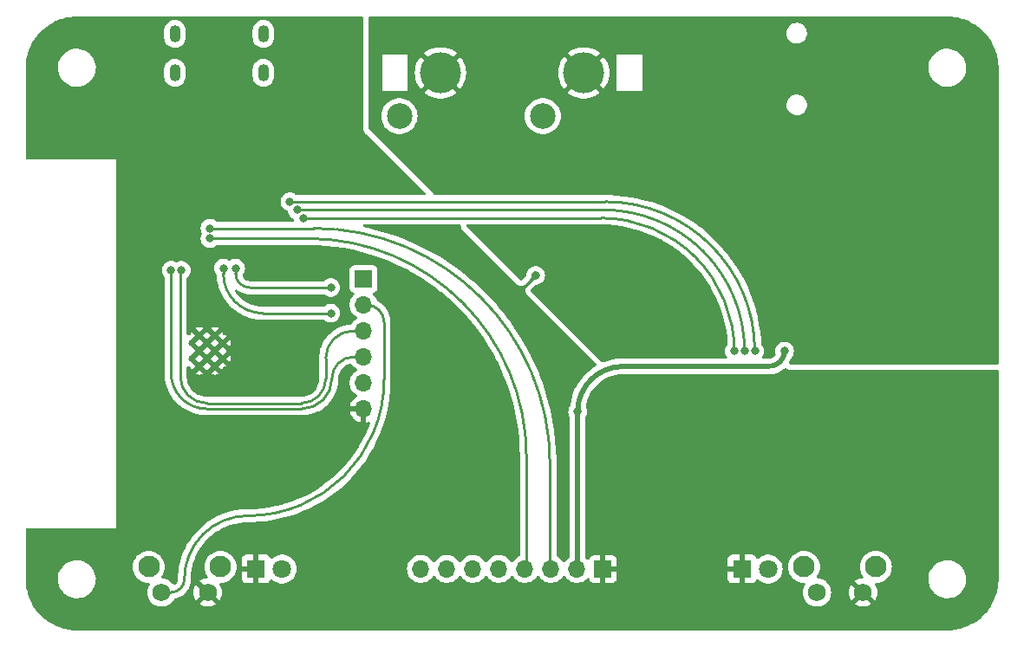
<source format=gbl>
G04 #@! TF.GenerationSoftware,KiCad,Pcbnew,7.0.0-da2b9df05c~163~ubuntu22.04.1*
G04 #@! TF.CreationDate,2023-02-20T23:21:24+01:00*
G04 #@! TF.ProjectId,Bluetooth_receiver,426c7565-746f-46f7-9468-5f7265636569,rev?*
G04 #@! TF.SameCoordinates,Original*
G04 #@! TF.FileFunction,Copper,L2,Bot*
G04 #@! TF.FilePolarity,Positive*
%FSLAX46Y46*%
G04 Gerber Fmt 4.6, Leading zero omitted, Abs format (unit mm)*
G04 Created by KiCad (PCBNEW 7.0.0-da2b9df05c~163~ubuntu22.04.1) date 2023-02-20 23:21:24*
%MOMM*%
%LPD*%
G01*
G04 APERTURE LIST*
G04 #@! TA.AperFunction,ComponentPad*
%ADD10O,1.100000X1.700000*%
G04 #@! TD*
G04 #@! TA.AperFunction,ComponentPad*
%ADD11C,2.500000*%
G04 #@! TD*
G04 #@! TA.AperFunction,ComponentPad*
%ADD12C,4.000000*%
G04 #@! TD*
G04 #@! TA.AperFunction,ComponentPad*
%ADD13C,2.100000*%
G04 #@! TD*
G04 #@! TA.AperFunction,ComponentPad*
%ADD14C,1.750000*%
G04 #@! TD*
G04 #@! TA.AperFunction,ComponentPad*
%ADD15R,1.800000X1.800000*%
G04 #@! TD*
G04 #@! TA.AperFunction,ComponentPad*
%ADD16C,1.800000*%
G04 #@! TD*
G04 #@! TA.AperFunction,ComponentPad*
%ADD17R,1.700000X1.700000*%
G04 #@! TD*
G04 #@! TA.AperFunction,ComponentPad*
%ADD18O,1.700000X1.700000*%
G04 #@! TD*
G04 #@! TA.AperFunction,HeatsinkPad*
%ADD19C,0.600000*%
G04 #@! TD*
G04 #@! TA.AperFunction,ViaPad*
%ADD20C,0.800000*%
G04 #@! TD*
G04 #@! TA.AperFunction,Conductor*
%ADD21C,0.250000*%
G04 #@! TD*
G04 #@! TA.AperFunction,Conductor*
%ADD22C,0.500000*%
G04 #@! TD*
G04 APERTURE END LIST*
D10*
G04 #@! TO.P,J1,S1,SHIELD*
G04 #@! TO.N,Net-(J1-SHIELD)*
X-24279999Y24499999D03*
X-24279999Y28299999D03*
X-32919999Y24499999D03*
X-32919999Y28299999D03*
G04 #@! TD*
D11*
G04 #@! TO.P,J5,1,IN1*
G04 #@! TO.N,L_LINE_OUT*
X3000000Y20260000D03*
G04 #@! TO.P,J5,2,IN2*
G04 #@! TO.N,R_LINE_OUT*
X-11000000Y20260000D03*
D12*
G04 #@! TO.P,J5,3,EXT*
G04 #@! TO.N,GNDA*
X-7000000Y24500000D03*
X7000000Y24500000D03*
G04 #@! TD*
D13*
G04 #@! TO.P,SW1,*
G04 #@! TO.N,*
X35525000Y-23797500D03*
X28515000Y-23797500D03*
D14*
G04 #@! TO.P,SW1,1,1*
G04 #@! TO.N,GND*
X34275000Y-26287500D03*
G04 #@! TO.P,SW1,2,2*
G04 #@! TO.N,BTN_1*
X29775000Y-26287500D03*
G04 #@! TD*
D15*
G04 #@! TO.P,D1,1,K*
G04 #@! TO.N,GND*
X-24999999Y-23999999D03*
D16*
G04 #@! TO.P,D1,2,A*
G04 #@! TO.N,Net-(D1-A)*
X-22460000Y-24000000D03*
G04 #@! TD*
D17*
G04 #@! TO.P,J3,1,Pin_1*
G04 #@! TO.N,EN*
X-14499999Y4349999D03*
D18*
G04 #@! TO.P,J3,2,Pin_2*
G04 #@! TO.N,BOOT*
X-14499999Y1809999D03*
G04 #@! TO.P,J3,3,Pin_3*
G04 #@! TO.N,RX*
X-14499999Y-729999D03*
G04 #@! TO.P,J3,4,Pin_4*
G04 #@! TO.N,TX*
X-14499999Y-3269999D03*
G04 #@! TO.P,J3,5,Pin_5*
G04 #@! TO.N,Net-(J3-Pin_5)*
X-14499999Y-5809999D03*
G04 #@! TO.P,J3,6,Pin_6*
G04 #@! TO.N,GND*
X-14499999Y-8349999D03*
G04 #@! TD*
D19*
G04 #@! TO.P,U1,39,GND*
G04 #@! TO.N,GND*
X-30557500Y-4205000D03*
X-29032500Y-4205000D03*
X-31320000Y-3442500D03*
X-29795000Y-3442500D03*
X-28270000Y-3442500D03*
X-30557500Y-2680000D03*
X-29032500Y-2680000D03*
X-31320000Y-1917500D03*
X-29795000Y-1917500D03*
X-28270000Y-1917500D03*
X-30557500Y-1155000D03*
X-29032500Y-1155000D03*
G04 #@! TD*
D15*
G04 #@! TO.P,D2,1,K*
G04 #@! TO.N,GND*
X22459999Y-23999999D03*
D16*
G04 #@! TO.P,D2,2,A*
G04 #@! TO.N,Net-(D2-A)*
X25000000Y-24000000D03*
G04 #@! TD*
D13*
G04 #@! TO.P,SW2,*
G04 #@! TO.N,*
X-28475000Y-23797500D03*
X-35485000Y-23797500D03*
D14*
G04 #@! TO.P,SW2,1,1*
G04 #@! TO.N,GND*
X-29725000Y-26287500D03*
G04 #@! TO.P,SW2,2,2*
G04 #@! TO.N,BOOT*
X-34225000Y-26287500D03*
G04 #@! TD*
D17*
G04 #@! TO.P,J2,1,Pin_1*
G04 #@! TO.N,GND*
X8874999Y-23999999D03*
D18*
G04 #@! TO.P,J2,2,Pin_2*
G04 #@! TO.N,+3.3V*
X6334999Y-23999999D03*
G04 #@! TO.P,J2,3,Pin_3*
G04 #@! TO.N,SCL*
X3794999Y-23999999D03*
G04 #@! TO.P,J2,4,Pin_4*
G04 #@! TO.N,SDA*
X1254999Y-23999999D03*
G04 #@! TO.P,J2,5,Pin_5*
G04 #@! TO.N,TFT_RST*
X-1284999Y-23999999D03*
G04 #@! TO.P,J2,6,Pin_6*
G04 #@! TO.N,TFT_DC*
X-3824999Y-23999999D03*
G04 #@! TO.P,J2,7,Pin_7*
G04 #@! TO.N,TFT_CS*
X-6364999Y-23999999D03*
G04 #@! TO.P,J2,8,Pin_8*
G04 #@! TO.N,TFT_BLK*
X-8904999Y-23999999D03*
G04 #@! TD*
D20*
G04 #@! TO.N,GND*
X22700000Y-5700000D03*
X28100000Y-6600000D03*
X-37100000Y5100000D03*
X-28700000Y27700000D03*
X-19800000Y18800000D03*
X-31400000Y17800000D03*
X2300000Y4700000D03*
X800000Y1200000D03*
G04 #@! TO.N,GNDA*
X12500000Y-1600000D03*
X24200000Y6000000D03*
X25300000Y-100000D03*
X12500000Y6000000D03*
X25300000Y-1900000D03*
G04 #@! TO.N,+3.3V*
X26600000Y-2700000D03*
X6400000Y-8630549D03*
G04 #@! TO.N,SCL*
X-29500000Y9300000D03*
G04 #@! TO.N,SDA*
X-29500000Y8300000D03*
G04 #@! TO.N,I2S_WS*
X-21700000Y11900000D03*
X23699503Y-2700000D03*
G04 #@! TO.N,I2S_OUT*
X-21000000Y11100000D03*
X22700000Y-2700000D03*
G04 #@! TO.N,I2S_CLK*
X-20400000Y10300000D03*
X21700497Y-2700000D03*
G04 #@! TO.N,D-EMP*
X-27000000Y5400000D03*
X-17700000Y3500000D03*
G04 #@! TO.N,soft_mute*
X-17700000Y1000000D03*
X-28200000Y5400000D03*
G04 #@! TO.N,RX*
X-32300497Y5200000D03*
G04 #@! TO.N,TX*
X-33300000Y5200000D03*
G04 #@! TD*
D21*
G04 #@! TO.N,GND*
X800000Y3200000D02*
X800000Y1200000D01*
X2300000Y4700000D02*
X800000Y3200000D01*
G04 #@! TO.N,GNDA*
X12500000Y6000000D02*
X12500000Y-1600000D01*
D22*
G04 #@! TO.N,+3.3V*
X6400000Y-8630549D02*
X6400000Y-23935000D01*
X25100000Y-4200000D02*
X10830549Y-4200000D01*
X6335000Y-24000000D02*
G75*
G03*
X6400000Y-23935000I0J65000D01*
G01*
X10830549Y-4200000D02*
G75*
G03*
X6400000Y-8630549I-49J-4430500D01*
G01*
X25100000Y-4200000D02*
G75*
G03*
X26600000Y-2700000I0J1500000D01*
G01*
D21*
G04 #@! TO.N,SCL*
X-29500000Y9300000D02*
X-19364799Y9300000D01*
X3700000Y-13764799D02*
X3700000Y-23905000D01*
X3700000Y-23905000D02*
G75*
G03*
X3795000Y-24000000I95000J0D01*
G01*
X3700000Y-13764799D02*
G75*
G03*
X-19364799Y9300000I-23064800J-1D01*
G01*
G04 #@! TO.N,SDA*
X-29500000Y8300000D02*
X-19931650Y8300000D01*
X1400000Y-13031650D02*
X1400000Y-23855000D01*
X1255000Y-24000000D02*
G75*
G03*
X1400000Y-23855000I0J145000D01*
G01*
X1400000Y-13031650D02*
G75*
G03*
X-19931650Y8300000I-21331650J0D01*
G01*
G04 #@! TO.N,BOOT*
X-14500000Y1810000D02*
X-14210000Y1810000D01*
X-34225000Y-26287500D02*
X-33291486Y-26287500D01*
X-12500000Y100000D02*
X-12500000Y-5496008D01*
X-25803996Y-18800000D02*
G75*
G03*
X-12500000Y-5496008I-4J13304000D01*
G01*
X-12500000Y100000D02*
G75*
G03*
X-14210000Y1810000I-1710000J0D01*
G01*
X-25803996Y-18800000D02*
G75*
G03*
X-32000000Y-24996014I-4J-6196000D01*
G01*
X-33291486Y-26287500D02*
G75*
G03*
X-32000000Y-24996014I-14J1291500D01*
G01*
G04 #@! TO.N,I2S_WS*
X-21700000Y11900000D02*
X9099510Y11900000D01*
X23699500Y-2700000D02*
G75*
G03*
X9099510Y11900000I-14600000J0D01*
G01*
G04 #@! TO.N,I2S_OUT*
X-21000000Y11100000D02*
X8899999Y11100000D01*
X22700000Y-2700000D02*
G75*
G03*
X8899999Y11100000I-13800000J0D01*
G01*
G04 #@! TO.N,I2S_CLK*
X-20400000Y10300000D02*
X8700497Y10300000D01*
X21700500Y-2700000D02*
G75*
G03*
X8700497Y10300000I-13000000J0D01*
G01*
G04 #@! TO.N,D-EMP*
X-17700000Y3500000D02*
X-25627278Y3500000D01*
X-27000000Y5400000D02*
X-27000000Y4872722D01*
X-27000000Y4872722D02*
G75*
G03*
X-25627278Y3500000I1372700J-22D01*
G01*
G04 #@! TO.N,soft_mute*
X-17700000Y1000000D02*
X-24325112Y1000000D01*
X-28200000Y5400000D02*
X-28200000Y4874888D01*
X-28200000Y4874888D02*
G75*
G03*
X-24325112Y1000000I3874900J12D01*
G01*
G04 #@! TO.N,RX*
X-29800000Y-7800000D02*
X-22300000Y-7800000D01*
X-32300497Y5200000D02*
X-32300497Y4963524D01*
X-18200000Y-5426194D02*
X-18200000Y-3399787D01*
X-32400000Y4700000D02*
X-32400000Y-5200000D01*
X-15530213Y-730000D02*
X-14500000Y-730000D01*
X-32300497Y4963524D02*
X-32319138Y4944883D01*
X-22300000Y-7800000D02*
X-20573806Y-7800000D01*
X-32400000Y-5200000D02*
G75*
G03*
X-29800000Y-7800000I2600000J0D01*
G01*
X-15530213Y-730000D02*
G75*
G03*
X-18200000Y-3399787I13J-2669800D01*
G01*
X-20573806Y-7800000D02*
G75*
G03*
X-18200000Y-5426194I6J2373800D01*
G01*
X-32319147Y4944890D02*
G75*
G03*
X-32400000Y4700000I341647J-248590D01*
G01*
G04 #@! TO.N,TX*
X-15476387Y-3270000D02*
X-14500000Y-3270000D01*
X-29829149Y-8348187D02*
X-20546120Y-8348187D01*
X-17600000Y-5402067D02*
X-17600000Y-5393580D01*
X-33300000Y5200000D02*
X-33300000Y-4877336D01*
X-15476387Y-3270000D02*
G75*
G03*
X-17600000Y-5393580I-13J-2123600D01*
G01*
X-33299987Y-4877336D02*
G75*
G03*
X-29829149Y-8348187I3470887J36D01*
G01*
X-20546120Y-8348200D02*
G75*
G03*
X-17600000Y-5402067I20J2946100D01*
G01*
G04 #@! TD*
G04 #@! TA.AperFunction,Conductor*
G04 #@! TO.N,GNDA*
G36*
X42502562Y29999395D02*
G01*
X42717600Y29990500D01*
X42913455Y29981948D01*
X42923330Y29981119D01*
X43136743Y29954517D01*
X43136793Y29954510D01*
X43334945Y29928423D01*
X43344192Y29926847D01*
X43553521Y29882956D01*
X43554765Y29882688D01*
X43750386Y29839320D01*
X43758901Y29837111D01*
X43963665Y29776150D01*
X43965325Y29775641D01*
X44156696Y29715302D01*
X44164453Y29712569D01*
X44363363Y29634954D01*
X44365513Y29634089D01*
X44551024Y29557248D01*
X44557972Y29554114D01*
X44725903Y29472018D01*
X44749587Y29460439D01*
X44752383Y29459028D01*
X44930420Y29366348D01*
X44936636Y29362882D01*
X45119793Y29253745D01*
X45122929Y29251813D01*
X45186491Y29211319D01*
X45292282Y29143922D01*
X45297710Y29140259D01*
X45471184Y29016401D01*
X45474616Y29013860D01*
X45633912Y28891628D01*
X45638567Y28887874D01*
X45801226Y28750109D01*
X45804838Y28746928D01*
X45952925Y28611231D01*
X45956807Y28607514D01*
X46107512Y28456809D01*
X46111232Y28452924D01*
X46246921Y28304845D01*
X46250107Y28301228D01*
X46387872Y28138569D01*
X46391626Y28133914D01*
X46513858Y27974618D01*
X46516399Y27971186D01*
X46640257Y27797712D01*
X46643920Y27792284D01*
X46751800Y27622948D01*
X46753743Y27619795D01*
X46862880Y27436638D01*
X46866346Y27430422D01*
X46959026Y27252385D01*
X46960437Y27249589D01*
X47054099Y27058003D01*
X47057260Y27050995D01*
X47134051Y26865605D01*
X47134991Y26863266D01*
X47168353Y26777768D01*
X47212559Y26664477D01*
X47215302Y26656691D01*
X47275602Y26465446D01*
X47276186Y26463540D01*
X47337105Y26258916D01*
X47339321Y26250373D01*
X47382671Y26054834D01*
X47382971Y26053441D01*
X47426844Y25844198D01*
X47428422Y25834938D01*
X47454459Y25637171D01*
X47454568Y25636323D01*
X47481114Y25423359D01*
X47481948Y25413430D01*
X47490513Y25217272D01*
X47490525Y25216987D01*
X47499394Y25002562D01*
X47499500Y24997438D01*
X47499500Y-3876000D01*
X47482887Y-3938000D01*
X47437500Y-3983387D01*
X47375500Y-4000000D01*
X27173492Y-4000000D01*
X27112576Y-3984006D01*
X27067375Y-3940150D01*
X27049549Y-3879745D01*
X27063696Y-3818374D01*
X27161549Y-3631930D01*
X27161551Y-3631924D01*
X27163290Y-3628612D01*
X27260178Y-3373139D01*
X27269233Y-3336397D01*
X27297481Y-3283099D01*
X27339040Y-3236944D01*
X27434527Y-3071556D01*
X27493542Y-2889928D01*
X27513504Y-2700000D01*
X27493542Y-2510072D01*
X27434527Y-2328444D01*
X27339040Y-2163056D01*
X27211253Y-2021134D01*
X27206003Y-2017319D01*
X27205999Y-2017316D01*
X27062006Y-1912699D01*
X27062004Y-1912697D01*
X27056752Y-1908882D01*
X27050821Y-1906241D01*
X27050817Y-1906239D01*
X26888226Y-1833849D01*
X26888219Y-1833846D01*
X26882288Y-1831206D01*
X26875935Y-1829855D01*
X26875927Y-1829853D01*
X26701849Y-1792852D01*
X26701846Y-1792851D01*
X26695487Y-1791500D01*
X26504513Y-1791500D01*
X26498154Y-1792851D01*
X26498150Y-1792852D01*
X26324072Y-1829853D01*
X26324061Y-1829856D01*
X26317712Y-1831206D01*
X26311782Y-1833845D01*
X26311773Y-1833849D01*
X26149182Y-1906239D01*
X26149174Y-1906243D01*
X26143248Y-1908882D01*
X26137999Y-1912695D01*
X26137993Y-1912699D01*
X25994000Y-2017316D01*
X25993991Y-2017323D01*
X25988747Y-2021134D01*
X25984403Y-2025957D01*
X25984400Y-2025961D01*
X25949299Y-2064945D01*
X25860960Y-2163056D01*
X25857714Y-2168676D01*
X25857711Y-2168682D01*
X25768721Y-2322817D01*
X25768718Y-2322822D01*
X25765473Y-2328444D01*
X25763467Y-2334616D01*
X25763465Y-2334622D01*
X25708465Y-2503892D01*
X25708463Y-2503901D01*
X25706458Y-2510072D01*
X25705780Y-2516522D01*
X25705778Y-2516532D01*
X25694777Y-2621209D01*
X25686496Y-2700000D01*
X25687175Y-2706460D01*
X25705778Y-2883467D01*
X25705779Y-2883475D01*
X25706458Y-2889928D01*
X25708463Y-2896100D01*
X25708465Y-2896107D01*
X25738820Y-2989529D01*
X25744405Y-3038791D01*
X25730246Y-3086303D01*
X25722291Y-3101185D01*
X25708788Y-3121393D01*
X25632068Y-3214878D01*
X25614879Y-3232067D01*
X25521394Y-3308788D01*
X25501182Y-3322293D01*
X25394533Y-3379298D01*
X25372075Y-3388601D01*
X25256344Y-3423707D01*
X25232504Y-3428449D01*
X25139558Y-3437603D01*
X25106060Y-3440903D01*
X25093907Y-3441500D01*
X24532448Y-3441500D01*
X24467658Y-3423227D01*
X24421963Y-3373794D01*
X24408830Y-3307770D01*
X24432131Y-3244614D01*
X24434194Y-3241773D01*
X24438543Y-3236944D01*
X24534030Y-3071556D01*
X24593045Y-2889928D01*
X24613007Y-2700000D01*
X24593045Y-2510072D01*
X24534030Y-2328444D01*
X24438543Y-2163056D01*
X24347974Y-2062469D01*
X24325486Y-2026763D01*
X24316274Y-1985582D01*
X24296301Y-1579017D01*
X24222992Y-834696D01*
X24113249Y-94869D01*
X23967336Y638683D01*
X23813760Y1251792D01*
X23785975Y1362718D01*
X23785974Y1362720D01*
X23785606Y1364191D01*
X23568496Y2079908D01*
X23316528Y2784110D01*
X23030311Y3475101D01*
X22710533Y4151215D01*
X22357965Y4810824D01*
X21973456Y5452338D01*
X21557932Y6074213D01*
X21408545Y6275638D01*
X21319128Y6396204D01*
X21112396Y6674950D01*
X20637919Y7253102D01*
X20135645Y7807277D01*
X19606784Y8336138D01*
X19052610Y8838412D01*
X18474458Y9312889D01*
X18283088Y9454819D01*
X17874919Y9757539D01*
X17874899Y9757554D01*
X17873722Y9758426D01*
X17251847Y10173950D01*
X16610333Y10558460D01*
X16608999Y10559173D01*
X16608985Y10559181D01*
X15952081Y10910303D01*
X15952070Y10910309D01*
X15950724Y10911028D01*
X15949354Y10911676D01*
X15949344Y10911681D01*
X15275987Y11230156D01*
X15275977Y11230161D01*
X15274610Y11230807D01*
X15273206Y11231389D01*
X15273196Y11231393D01*
X14585018Y11516445D01*
X14585015Y11516446D01*
X14583620Y11517024D01*
X14273114Y11628125D01*
X13880861Y11768476D01*
X13880849Y11768480D01*
X13879418Y11768992D01*
X13877985Y11769427D01*
X13877966Y11769433D01*
X13165160Y11985661D01*
X13165138Y11985668D01*
X13163701Y11986103D01*
X12719708Y12097318D01*
X12439671Y12167464D01*
X12439662Y12167466D01*
X12438193Y12167834D01*
X12436685Y12168134D01*
X11706129Y12313452D01*
X11706098Y12313458D01*
X11704642Y12313747D01*
X11703158Y12313968D01*
X11703153Y12313968D01*
X10966325Y12423266D01*
X10966319Y12423267D01*
X10964814Y12423490D01*
X10960027Y12423962D01*
X10222015Y12496651D01*
X10221978Y12496654D01*
X10220493Y12496800D01*
X10218974Y12496875D01*
X10218969Y12496875D01*
X9474988Y12533425D01*
X9474968Y12533426D01*
X9473472Y12533499D01*
X9471986Y12533500D01*
X9471946Y12533500D01*
X9179540Y12533500D01*
X-7482138Y12533500D01*
X-7529591Y12542939D01*
X-7569819Y12569819D01*
X-13963681Y18963681D01*
X-13990561Y19003909D01*
X-14000000Y19051362D01*
X-14000000Y20260000D01*
X-12763431Y20260000D01*
X-12743735Y19997174D01*
X-12685087Y19740220D01*
X-12588796Y19494876D01*
X-12586481Y19490866D01*
X-12586476Y19490856D01*
X-12494811Y19332088D01*
X-12457015Y19266624D01*
X-12292686Y19060562D01*
X-12099481Y18881294D01*
X-11881715Y18732824D01*
X-11644254Y18618468D01*
X-11392400Y18540782D01*
X-11131781Y18501500D01*
X-10872856Y18501500D01*
X-10868219Y18501500D01*
X-10607600Y18540782D01*
X-10355746Y18618468D01*
X-10118284Y18732824D01*
X-9900519Y18881294D01*
X-9707314Y19060562D01*
X-9542985Y19266624D01*
X-9411204Y19494876D01*
X-9314913Y19740220D01*
X-9256265Y19997174D01*
X-9236569Y20260000D01*
X1236569Y20260000D01*
X1256265Y19997174D01*
X1314913Y19740220D01*
X1411204Y19494876D01*
X1413519Y19490866D01*
X1413524Y19490856D01*
X1505189Y19332088D01*
X1542985Y19266624D01*
X1707314Y19060562D01*
X1900519Y18881294D01*
X2118285Y18732824D01*
X2355746Y18618468D01*
X2607600Y18540782D01*
X2868219Y18501500D01*
X3127144Y18501500D01*
X3131781Y18501500D01*
X3392400Y18540782D01*
X3644254Y18618468D01*
X3881716Y18732824D01*
X4099481Y18881294D01*
X4292686Y19060562D01*
X4457015Y19266624D01*
X4588796Y19494876D01*
X4685087Y19740220D01*
X4743735Y19997174D01*
X4763431Y20260000D01*
X4743735Y20522826D01*
X4685087Y20779780D01*
X4588796Y21025124D01*
X4586477Y21029140D01*
X4586475Y21029145D01*
X4478227Y21216635D01*
X4457015Y21253376D01*
X4400643Y21324064D01*
X26795631Y21324064D01*
X26796582Y21317852D01*
X26796583Y21317846D01*
X26825491Y21129144D01*
X26825493Y21129136D01*
X26826444Y21122929D01*
X26828625Y21117039D01*
X26828627Y21117033D01*
X26894928Y20938014D01*
X26894930Y20938010D01*
X26897114Y20932113D01*
X26900440Y20926777D01*
X26900442Y20926773D01*
X26994885Y20775252D01*
X27004748Y20759429D01*
X27144941Y20611947D01*
X27311951Y20495705D01*
X27498942Y20415460D01*
X27698259Y20374500D01*
X27847600Y20374500D01*
X27850742Y20374500D01*
X28002438Y20389926D01*
X28196588Y20450841D01*
X28374502Y20549591D01*
X28528895Y20682134D01*
X28653448Y20843042D01*
X28743060Y21025729D01*
X28794063Y21222715D01*
X28804369Y21425936D01*
X28773556Y21627071D01*
X28702886Y21817887D01*
X28595252Y21990571D01*
X28455059Y22138053D01*
X28288049Y22254295D01*
X28282275Y22256773D01*
X28106836Y22332061D01*
X28106831Y22332063D01*
X28101058Y22334540D01*
X28063590Y22342240D01*
X27907899Y22374235D01*
X27907894Y22374236D01*
X27901741Y22375500D01*
X27749258Y22375500D01*
X27746147Y22375184D01*
X27746134Y22375183D01*
X27603814Y22360710D01*
X27603811Y22360710D01*
X27597562Y22360074D01*
X27591564Y22358193D01*
X27591563Y22358192D01*
X27409415Y22301043D01*
X27409410Y22301041D01*
X27403412Y22299159D01*
X27397916Y22296109D01*
X27397910Y22296106D01*
X27230997Y22203462D01*
X27230991Y22203458D01*
X27225498Y22200409D01*
X27220733Y22196320D01*
X27220728Y22196315D01*
X27075873Y22071960D01*
X27075868Y22071956D01*
X27071105Y22067866D01*
X27067262Y22062902D01*
X27067255Y22062894D01*
X26950405Y21911936D01*
X26946552Y21906958D01*
X26943784Y21901317D01*
X26943780Y21901309D01*
X26859708Y21729916D01*
X26859704Y21729908D01*
X26856940Y21724271D01*
X26855365Y21718191D01*
X26855364Y21718186D01*
X26833300Y21632968D01*
X26805937Y21527285D01*
X26805619Y21521018D01*
X26805618Y21521010D01*
X26795949Y21330346D01*
X26795949Y21330341D01*
X26795631Y21324064D01*
X4400643Y21324064D01*
X4292686Y21459438D01*
X4099481Y21638706D01*
X4095652Y21641317D01*
X4095649Y21641319D01*
X3885551Y21784561D01*
X3881716Y21787176D01*
X3806853Y21823228D01*
X3648436Y21899518D01*
X3644254Y21901532D01*
X3610525Y21911936D01*
X3396836Y21977850D01*
X3396832Y21977851D01*
X3392400Y21979218D01*
X3387812Y21979910D01*
X3387810Y21979910D01*
X3136366Y22017809D01*
X3136364Y22017810D01*
X3131781Y22018500D01*
X2868219Y22018500D01*
X2863636Y22017810D01*
X2863633Y22017809D01*
X2612189Y21979910D01*
X2612184Y21979910D01*
X2607600Y21979218D01*
X2603170Y21977852D01*
X2603163Y21977850D01*
X2360183Y21902901D01*
X2360178Y21902900D01*
X2355746Y21901532D01*
X2351567Y21899520D01*
X2351563Y21899518D01*
X2122470Y21789192D01*
X2122463Y21789189D01*
X2118285Y21787176D01*
X2114452Y21784563D01*
X2114449Y21784561D01*
X1904350Y21641319D01*
X1904340Y21641312D01*
X1900519Y21638706D01*
X1897123Y21635555D01*
X1897113Y21635547D01*
X1710718Y21462597D01*
X1710714Y21462594D01*
X1707314Y21459438D01*
X1704425Y21455816D01*
X1704421Y21455811D01*
X1594398Y21317846D01*
X1542985Y21253376D01*
X1540666Y21249361D01*
X1540665Y21249358D01*
X1413524Y21029145D01*
X1413516Y21029130D01*
X1411204Y21025124D01*
X1409510Y21020810D01*
X1409508Y21020804D01*
X1337788Y20838065D01*
X1314913Y20779780D01*
X1313880Y20775259D01*
X1313879Y20775252D01*
X1257296Y20527346D01*
X1257294Y20527338D01*
X1256265Y20522826D01*
X1255918Y20518207D01*
X1255918Y20518201D01*
X1238264Y20282620D01*
X1236569Y20260000D01*
X-9236569Y20260000D01*
X-9256265Y20522826D01*
X-9314913Y20779780D01*
X-9411204Y21025124D01*
X-9413523Y21029140D01*
X-9413525Y21029145D01*
X-9521773Y21216635D01*
X-9542985Y21253376D01*
X-9707314Y21459438D01*
X-9900519Y21638706D01*
X-9904348Y21641317D01*
X-9904351Y21641319D01*
X-10114449Y21784561D01*
X-10118284Y21787176D01*
X-10193147Y21823228D01*
X-10351564Y21899518D01*
X-10355746Y21901532D01*
X-10389475Y21911936D01*
X-10603164Y21977850D01*
X-10603168Y21977851D01*
X-10607600Y21979218D01*
X-10612188Y21979910D01*
X-10612190Y21979910D01*
X-10863634Y22017809D01*
X-10863636Y22017810D01*
X-10868219Y22018500D01*
X-11131781Y22018500D01*
X-11136364Y22017810D01*
X-11136367Y22017809D01*
X-11387811Y21979910D01*
X-11387816Y21979910D01*
X-11392400Y21979218D01*
X-11396830Y21977852D01*
X-11396837Y21977850D01*
X-11639817Y21902901D01*
X-11639822Y21902900D01*
X-11644254Y21901532D01*
X-11648433Y21899520D01*
X-11648437Y21899518D01*
X-11877530Y21789192D01*
X-11877537Y21789189D01*
X-11881715Y21787176D01*
X-11885548Y21784563D01*
X-11885551Y21784561D01*
X-12095650Y21641319D01*
X-12095660Y21641312D01*
X-12099481Y21638706D01*
X-12102877Y21635555D01*
X-12102887Y21635547D01*
X-12289282Y21462597D01*
X-12289286Y21462594D01*
X-12292686Y21459438D01*
X-12295575Y21455816D01*
X-12295579Y21455811D01*
X-12405602Y21317846D01*
X-12457015Y21253376D01*
X-12459334Y21249361D01*
X-12459335Y21249358D01*
X-12586476Y21029145D01*
X-12586484Y21029130D01*
X-12588796Y21025124D01*
X-12590490Y21020810D01*
X-12590492Y21020804D01*
X-12662212Y20838065D01*
X-12685087Y20779780D01*
X-12686120Y20775259D01*
X-12686121Y20775252D01*
X-12742704Y20527346D01*
X-12742706Y20527338D01*
X-12743735Y20522826D01*
X-12744082Y20518207D01*
X-12744082Y20518201D01*
X-12761736Y20282620D01*
X-12763431Y20260000D01*
X-14000000Y20260000D01*
X-14000000Y22561704D01*
X-8581426Y22561704D01*
X-8574152Y22553518D01*
X-8345380Y22387306D01*
X-8338790Y22383124D01*
X-8069968Y22235338D01*
X-8062929Y22232025D01*
X-7777693Y22119093D01*
X-7770298Y22116690D01*
X-7473163Y22040398D01*
X-7465505Y22038937D01*
X-7161154Y22000489D01*
X-7153392Y22000000D01*
X-6846608Y22000000D01*
X-6838847Y22000489D01*
X-6534496Y22038937D01*
X-6526838Y22040398D01*
X-6229703Y22116690D01*
X-6222308Y22119093D01*
X-5937072Y22232025D01*
X-5930033Y22235338D01*
X-5661202Y22383128D01*
X-5654632Y22387298D01*
X-5425847Y22553520D01*
X-5418576Y22561703D01*
X-5418577Y22561704D01*
X5418574Y22561704D01*
X5425848Y22553518D01*
X5654620Y22387306D01*
X5661210Y22383124D01*
X5930032Y22235338D01*
X5937071Y22232025D01*
X6222307Y22119093D01*
X6229702Y22116690D01*
X6526837Y22040398D01*
X6534495Y22038937D01*
X6838846Y22000489D01*
X6846608Y22000000D01*
X7153392Y22000000D01*
X7161153Y22000489D01*
X7465504Y22038937D01*
X7473162Y22040398D01*
X7770297Y22116690D01*
X7777692Y22119093D01*
X8062928Y22232025D01*
X8069967Y22235338D01*
X8338798Y22383128D01*
X8345368Y22387298D01*
X8574153Y22553520D01*
X8581424Y22561703D01*
X8575520Y22570927D01*
X8396447Y22750000D01*
X10199459Y22750000D01*
X10199500Y22749901D01*
X10199617Y22749617D01*
X10200000Y22749459D01*
X10200099Y22749500D01*
X12699901Y22749500D01*
X12700000Y22749459D01*
X12700383Y22749617D01*
X12700500Y22749901D01*
X12700541Y22750000D01*
X12700500Y22750099D01*
X12700500Y24932235D01*
X40645788Y24932235D01*
X40646282Y24927738D01*
X40646283Y24927733D01*
X40674917Y24667494D01*
X40674918Y24667487D01*
X40675414Y24662982D01*
X40676559Y24658602D01*
X40676561Y24658592D01*
X40739605Y24417446D01*
X40743928Y24400912D01*
X40745693Y24396758D01*
X40745696Y24396750D01*
X40848099Y24155777D01*
X40849870Y24151610D01*
X40852226Y24147749D01*
X40852229Y24147744D01*
X40988618Y23924263D01*
X40990982Y23920390D01*
X41164255Y23712180D01*
X41167630Y23709156D01*
X41167631Y23709155D01*
X41318090Y23574343D01*
X41365998Y23531418D01*
X41591910Y23381956D01*
X41837176Y23266980D01*
X42096569Y23188940D01*
X42364561Y23149500D01*
X42565369Y23149500D01*
X42567631Y23149500D01*
X42770156Y23164323D01*
X43034553Y23223220D01*
X43287558Y23319986D01*
X43523777Y23452559D01*
X43738177Y23618112D01*
X43926186Y23813119D01*
X44083799Y24033421D01*
X44207656Y24274325D01*
X44295118Y24530695D01*
X44344319Y24797067D01*
X44354212Y25067765D01*
X44324586Y25337018D01*
X44256072Y25599088D01*
X44150130Y25848390D01*
X44009018Y26079610D01*
X43835745Y26287820D01*
X43730759Y26381888D01*
X43637382Y26465554D01*
X43637378Y26465558D01*
X43634002Y26468582D01*
X43408090Y26618044D01*
X43403996Y26619964D01*
X43403991Y26619966D01*
X43166929Y26731096D01*
X43166925Y26731098D01*
X43162824Y26733020D01*
X43158477Y26734328D01*
X43158474Y26734329D01*
X42907772Y26809754D01*
X42907771Y26809755D01*
X42903431Y26811060D01*
X42898957Y26811719D01*
X42898950Y26811720D01*
X42639913Y26849842D01*
X42639907Y26849843D01*
X42635439Y26850500D01*
X42432369Y26850500D01*
X42430120Y26850336D01*
X42430109Y26850335D01*
X42234363Y26836008D01*
X42234359Y26836008D01*
X42229844Y26835677D01*
X42225426Y26834693D01*
X42225420Y26834692D01*
X41969877Y26777768D01*
X41969861Y26777764D01*
X41965447Y26776780D01*
X41961216Y26775162D01*
X41961210Y26775160D01*
X41716673Y26681633D01*
X41716663Y26681629D01*
X41712442Y26680014D01*
X41708494Y26677799D01*
X41708489Y26677796D01*
X41480176Y26549660D01*
X41480171Y26549657D01*
X41476223Y26547441D01*
X41472639Y26544675D01*
X41472635Y26544671D01*
X41265407Y26384657D01*
X41265394Y26384646D01*
X41261823Y26381888D01*
X41258685Y26378634D01*
X41258678Y26378627D01*
X41076958Y26190143D01*
X41076952Y26190136D01*
X41073814Y26186881D01*
X41071189Y26183213D01*
X41071179Y26183200D01*
X40918834Y25970260D01*
X40918830Y25970255D01*
X40916201Y25966579D01*
X40914132Y25962556D01*
X40914129Y25962550D01*
X40794416Y25729707D01*
X40794411Y25729696D01*
X40792344Y25725675D01*
X40790884Y25721398D01*
X40790879Y25721384D01*
X40706348Y25473605D01*
X40706344Y25473593D01*
X40704882Y25469305D01*
X40704057Y25464841D01*
X40704057Y25464839D01*
X40656504Y25207394D01*
X40656502Y25207381D01*
X40655681Y25202933D01*
X40655515Y25198407D01*
X40655515Y25198401D01*
X40648171Y24997438D01*
X40645788Y24932235D01*
X12700500Y24932235D01*
X12700500Y26249901D01*
X12700541Y26250000D01*
X12700383Y26250383D01*
X12700099Y26250500D01*
X12700000Y26250541D01*
X12699901Y26250500D01*
X10200099Y26250500D01*
X10200000Y26250541D01*
X10199901Y26250500D01*
X10199617Y26250383D01*
X10199459Y26250000D01*
X10199500Y26249901D01*
X10199500Y22750099D01*
X10199459Y22750000D01*
X8396447Y22750000D01*
X7011542Y24134905D01*
X7000000Y24141569D01*
X6988457Y24134905D01*
X5424478Y22570927D01*
X5418574Y22561704D01*
X-5418577Y22561704D01*
X-5424480Y22570927D01*
X-6988458Y24134905D01*
X-7000000Y24141569D01*
X-7011543Y24134905D01*
X-8575522Y22570927D01*
X-8581426Y22561704D01*
X-14000000Y22561704D01*
X-14000000Y22750000D01*
X-12700541Y22750000D01*
X-12700500Y22749901D01*
X-12700383Y22749617D01*
X-12700000Y22749459D01*
X-12699901Y22749500D01*
X-10200099Y22749500D01*
X-10200000Y22749459D01*
X-10199617Y22749617D01*
X-10199500Y22749901D01*
X-10199459Y22750000D01*
X-10199500Y22750099D01*
X-10199500Y24496106D01*
X-9504698Y24496106D01*
X-9485436Y24189941D01*
X-9484462Y24182221D01*
X-9426977Y23880876D01*
X-9425041Y23873337D01*
X-9330241Y23581574D01*
X-9327378Y23574343D01*
X-9196757Y23296760D01*
X-9193013Y23289949D01*
X-9028632Y23030925D01*
X-9024058Y23024629D01*
X-8946751Y22931181D01*
X-8935453Y22923416D01*
X-8923468Y22930087D01*
X-7365096Y24488458D01*
X-7358432Y24500000D01*
X-6641569Y24500000D01*
X-6634905Y24488458D01*
X-5076533Y22930086D01*
X-5064551Y22923416D01*
X-5053249Y22931184D01*
X-4975946Y23024626D01*
X-4971370Y23030924D01*
X-4806988Y23289949D01*
X-4803244Y23296760D01*
X-4672623Y23574343D01*
X-4669760Y23581574D01*
X-4574960Y23873337D01*
X-4573024Y23880876D01*
X-4515539Y24182221D01*
X-4514565Y24189941D01*
X-4495302Y24496106D01*
X4495302Y24496106D01*
X4514564Y24189941D01*
X4515538Y24182221D01*
X4573023Y23880876D01*
X4574959Y23873337D01*
X4669759Y23581574D01*
X4672622Y23574343D01*
X4803243Y23296760D01*
X4806987Y23289949D01*
X4971368Y23030925D01*
X4975942Y23024629D01*
X5053249Y22931181D01*
X5064547Y22923416D01*
X5076532Y22930087D01*
X6634904Y24488458D01*
X6641568Y24500000D01*
X7358431Y24500000D01*
X7365095Y24488458D01*
X8923467Y22930086D01*
X8935449Y22923416D01*
X8946751Y22931184D01*
X9024054Y23024626D01*
X9028630Y23030924D01*
X9193012Y23289949D01*
X9196756Y23296760D01*
X9327377Y23574343D01*
X9330240Y23581574D01*
X9425040Y23873337D01*
X9426976Y23880876D01*
X9484461Y24182221D01*
X9485435Y24189941D01*
X9504698Y24496106D01*
X9504698Y24503894D01*
X9485435Y24810060D01*
X9484461Y24817780D01*
X9426976Y25119125D01*
X9425040Y25126664D01*
X9330240Y25418427D01*
X9327377Y25425658D01*
X9196756Y25703241D01*
X9193012Y25710052D01*
X9028631Y25969076D01*
X9024057Y25975372D01*
X8946749Y26068821D01*
X8935450Y26076586D01*
X8923467Y26069916D01*
X7365095Y24511543D01*
X7358431Y24500000D01*
X6641568Y24500000D01*
X6634904Y24511543D01*
X5076532Y26069915D01*
X5064548Y26076585D01*
X5053247Y26068818D01*
X4975940Y25975369D01*
X4971373Y25969083D01*
X4806987Y25710052D01*
X4803243Y25703241D01*
X4672622Y25425658D01*
X4669759Y25418427D01*
X4574959Y25126664D01*
X4573023Y25119125D01*
X4515538Y24817780D01*
X4514564Y24810060D01*
X4495302Y24503894D01*
X4495302Y24496106D01*
X-4495302Y24496106D01*
X-4495302Y24503894D01*
X-4514565Y24810060D01*
X-4515539Y24817780D01*
X-4573024Y25119125D01*
X-4574960Y25126664D01*
X-4669760Y25418427D01*
X-4672623Y25425658D01*
X-4803244Y25703241D01*
X-4806988Y25710052D01*
X-4971369Y25969076D01*
X-4975943Y25975372D01*
X-5053251Y26068821D01*
X-5064550Y26076586D01*
X-5076533Y26069916D01*
X-6634905Y24511543D01*
X-6641569Y24500000D01*
X-7358432Y24500000D01*
X-7365096Y24511543D01*
X-8923468Y26069915D01*
X-8935452Y26076585D01*
X-8946753Y26068818D01*
X-9024060Y25975369D01*
X-9028627Y25969083D01*
X-9193013Y25710052D01*
X-9196757Y25703241D01*
X-9327378Y25425658D01*
X-9330241Y25418427D01*
X-9425041Y25126664D01*
X-9426977Y25119125D01*
X-9484462Y24817780D01*
X-9485436Y24810060D01*
X-9504698Y24503894D01*
X-9504698Y24496106D01*
X-10199500Y24496106D01*
X-10199500Y26249901D01*
X-10199459Y26250000D01*
X-10199617Y26250383D01*
X-10199901Y26250500D01*
X-10200000Y26250541D01*
X-10200099Y26250500D01*
X-12699901Y26250500D01*
X-12700000Y26250541D01*
X-12700099Y26250500D01*
X-12700383Y26250383D01*
X-12700541Y26250000D01*
X-12700500Y26249901D01*
X-12700500Y22750099D01*
X-12700541Y22750000D01*
X-14000000Y22750000D01*
X-14000000Y26438298D01*
X-8581426Y26438298D01*
X-8575520Y26429073D01*
X-7011543Y24865096D01*
X-7000000Y24858432D01*
X-6988458Y24865096D01*
X-5424482Y26429073D01*
X-5418576Y26438298D01*
X5418574Y26438298D01*
X5424480Y26429073D01*
X6988457Y24865096D01*
X7000000Y24858432D01*
X7011542Y24865096D01*
X8575518Y26429073D01*
X8581424Y26438298D01*
X8574150Y26446484D01*
X8345379Y26612695D01*
X8338789Y26616877D01*
X8069967Y26764663D01*
X8062928Y26767976D01*
X7777692Y26880908D01*
X7770297Y26883311D01*
X7473162Y26959603D01*
X7465504Y26961064D01*
X7161153Y26999512D01*
X7153392Y27000000D01*
X6846608Y27000000D01*
X6838846Y26999512D01*
X6534495Y26961064D01*
X6526837Y26959603D01*
X6229702Y26883311D01*
X6222307Y26880908D01*
X5937071Y26767976D01*
X5930032Y26764663D01*
X5661210Y26616877D01*
X5654620Y26612695D01*
X5425848Y26446484D01*
X5418574Y26438298D01*
X-5418576Y26438298D01*
X-5425850Y26446484D01*
X-5654621Y26612695D01*
X-5661211Y26616877D01*
X-5930033Y26764663D01*
X-5937072Y26767976D01*
X-6222308Y26880908D01*
X-6229703Y26883311D01*
X-6526838Y26959603D01*
X-6534496Y26961064D01*
X-6838847Y26999512D01*
X-6846608Y27000000D01*
X-7153392Y27000000D01*
X-7161154Y26999512D01*
X-7465505Y26961064D01*
X-7473163Y26959603D01*
X-7770298Y26883311D01*
X-7777693Y26880908D01*
X-8062929Y26767976D01*
X-8069968Y26764663D01*
X-8338790Y26616877D01*
X-8345380Y26612695D01*
X-8574152Y26446484D01*
X-8581426Y26438298D01*
X-14000000Y26438298D01*
X-14000000Y28324064D01*
X26795631Y28324064D01*
X26796582Y28317852D01*
X26796583Y28317846D01*
X26825491Y28129144D01*
X26825493Y28129136D01*
X26826444Y28122929D01*
X26828625Y28117039D01*
X26828627Y28117033D01*
X26894928Y27938014D01*
X26894930Y27938010D01*
X26897114Y27932113D01*
X26900440Y27926777D01*
X26900442Y27926773D01*
X26912044Y27908159D01*
X27004748Y27759429D01*
X27144941Y27611947D01*
X27311951Y27495705D01*
X27498942Y27415460D01*
X27698259Y27374500D01*
X27847600Y27374500D01*
X27850742Y27374500D01*
X28002438Y27389926D01*
X28196588Y27450841D01*
X28374502Y27549591D01*
X28528895Y27682134D01*
X28653448Y27843042D01*
X28743060Y28025729D01*
X28794063Y28222715D01*
X28804369Y28425936D01*
X28773556Y28627071D01*
X28702886Y28817887D01*
X28644265Y28911936D01*
X28598578Y28985235D01*
X28598577Y28985236D01*
X28595252Y28990571D01*
X28455059Y29138053D01*
X28288049Y29254295D01*
X28282275Y29256773D01*
X28106836Y29332061D01*
X28106831Y29332063D01*
X28101058Y29334540D01*
X28063590Y29342240D01*
X27907899Y29374235D01*
X27907894Y29374236D01*
X27901741Y29375500D01*
X27749258Y29375500D01*
X27746147Y29375184D01*
X27746134Y29375183D01*
X27603814Y29360710D01*
X27603811Y29360710D01*
X27597562Y29360074D01*
X27591564Y29358193D01*
X27591563Y29358192D01*
X27409415Y29301043D01*
X27409410Y29301041D01*
X27403412Y29299159D01*
X27397916Y29296109D01*
X27397910Y29296106D01*
X27230997Y29203462D01*
X27230991Y29203458D01*
X27225498Y29200409D01*
X27220733Y29196320D01*
X27220728Y29196315D01*
X27075873Y29071960D01*
X27075868Y29071956D01*
X27071105Y29067866D01*
X27067262Y29062902D01*
X27067255Y29062894D01*
X27007143Y28985235D01*
X26946552Y28906958D01*
X26943784Y28901317D01*
X26943780Y28901309D01*
X26859708Y28729916D01*
X26859704Y28729908D01*
X26856940Y28724271D01*
X26855365Y28718191D01*
X26855364Y28718186D01*
X26807511Y28533366D01*
X26805937Y28527285D01*
X26805619Y28521018D01*
X26805618Y28521010D01*
X26795949Y28330346D01*
X26795949Y28330341D01*
X26795631Y28324064D01*
X-14000000Y28324064D01*
X-14000000Y29875500D01*
X-13983387Y29937500D01*
X-13938000Y29982887D01*
X-13876000Y29999500D01*
X42497439Y29999500D01*
X42502562Y29999395D01*
G37*
G04 #@! TD.AperFunction*
G04 #@! TA.AperFunction,Conductor*
G36*
X8702158Y9666455D02*
G01*
X9366663Y9648455D01*
X9373353Y9648092D01*
X10034212Y9594279D01*
X10040867Y9593556D01*
X10697884Y9504040D01*
X10704456Y9502962D01*
X11355627Y9378013D01*
X11362167Y9376574D01*
X12005649Y9216548D01*
X12012087Y9214760D01*
X12645941Y9020136D01*
X12652270Y9018004D01*
X13274672Y8789345D01*
X13280887Y8786868D01*
X13889984Y8524854D01*
X13896058Y8522044D01*
X14270903Y8336138D01*
X14490069Y8227442D01*
X14495998Y8224298D01*
X14886644Y8003436D01*
X15073170Y7897979D01*
X15078917Y7894522D01*
X15217190Y7806139D01*
X15637586Y7537427D01*
X15643145Y7533658D01*
X16181658Y7146845D01*
X16187004Y7142781D01*
X16703770Y6727393D01*
X16708889Y6723046D01*
X17202445Y6280257D01*
X17207320Y6275638D01*
X17676135Y5806823D01*
X17680754Y5801948D01*
X18123543Y5308392D01*
X18127890Y5303273D01*
X18543278Y4786507D01*
X18547342Y4781161D01*
X18934150Y4242657D01*
X18937919Y4237098D01*
X19295011Y3678433D01*
X19298474Y3672679D01*
X19624801Y3095492D01*
X19627946Y3089559D01*
X19922537Y2495571D01*
X19925357Y2489476D01*
X20187361Y1880403D01*
X20189847Y1874164D01*
X20418496Y1251792D01*
X20420640Y1245428D01*
X20615253Y611607D01*
X20617050Y605136D01*
X20777070Y-38321D01*
X20778513Y-44880D01*
X20903455Y-696014D01*
X20904542Y-702641D01*
X20994053Y-1359618D01*
X20994779Y-1366294D01*
X21047173Y-2009740D01*
X21041055Y-2059503D01*
X21015733Y-2102775D01*
X20992291Y-2128811D01*
X20961457Y-2163056D01*
X20958211Y-2168676D01*
X20958208Y-2168682D01*
X20869218Y-2322817D01*
X20869215Y-2322822D01*
X20865970Y-2328444D01*
X20863964Y-2334616D01*
X20863962Y-2334622D01*
X20808962Y-2503892D01*
X20808960Y-2503901D01*
X20806955Y-2510072D01*
X20806277Y-2516522D01*
X20806275Y-2516532D01*
X20795274Y-2621209D01*
X20786993Y-2700000D01*
X20787672Y-2706460D01*
X20806275Y-2883467D01*
X20806276Y-2883475D01*
X20806955Y-2889928D01*
X20808960Y-2896100D01*
X20808962Y-2896107D01*
X20863962Y-3065377D01*
X20865970Y-3071556D01*
X20961457Y-3236944D01*
X20965803Y-3241771D01*
X20967869Y-3244614D01*
X20991170Y-3307770D01*
X20978037Y-3373794D01*
X20932342Y-3423227D01*
X20867552Y-3441500D01*
X10830607Y-3441500D01*
X10618535Y-3441498D01*
X10615984Y-3441498D01*
X10613453Y-3441707D01*
X10613445Y-3441708D01*
X10190742Y-3476730D01*
X10190728Y-3476731D01*
X10188202Y-3476941D01*
X10185690Y-3477360D01*
X10185683Y-3477361D01*
X9767333Y-3547167D01*
X9767317Y-3547170D01*
X9764808Y-3547589D01*
X9762342Y-3548213D01*
X9762325Y-3548217D01*
X9351167Y-3652333D01*
X9351143Y-3652339D01*
X9348695Y-3652960D01*
X9346307Y-3653779D01*
X9346286Y-3653786D01*
X8945121Y-3791504D01*
X8945108Y-3791508D01*
X8942705Y-3792334D01*
X8940367Y-3793359D01*
X8940358Y-3793363D01*
X8915763Y-3804151D01*
X8867662Y-3814582D01*
X8819292Y-3805479D01*
X8778275Y-3778275D01*
X1835633Y3164367D01*
X1803539Y3219954D01*
X1803539Y3284142D01*
X1835633Y3339729D01*
X2251085Y3755181D01*
X2291313Y3782061D01*
X2338766Y3791500D01*
X2388984Y3791500D01*
X2395487Y3791500D01*
X2582288Y3831206D01*
X2756752Y3908882D01*
X2911253Y4021134D01*
X3039040Y4163056D01*
X3134527Y4328444D01*
X3193542Y4510072D01*
X3213504Y4700000D01*
X3193542Y4889928D01*
X3134527Y5071556D01*
X3039040Y5236944D01*
X2911253Y5378866D01*
X2906003Y5382681D01*
X2905999Y5382684D01*
X2762006Y5487301D01*
X2762004Y5487303D01*
X2756752Y5491118D01*
X2750821Y5493759D01*
X2750817Y5493761D01*
X2588226Y5566151D01*
X2588219Y5566154D01*
X2582288Y5568794D01*
X2575935Y5570145D01*
X2575927Y5570147D01*
X2401849Y5607148D01*
X2401846Y5607149D01*
X2395487Y5608500D01*
X2204513Y5608500D01*
X2198154Y5607149D01*
X2198150Y5607148D01*
X2024072Y5570147D01*
X2024061Y5570144D01*
X2017712Y5568794D01*
X2011782Y5566155D01*
X2011773Y5566151D01*
X1849182Y5493761D01*
X1849174Y5493757D01*
X1843248Y5491118D01*
X1837999Y5487305D01*
X1837993Y5487301D01*
X1694000Y5382684D01*
X1693991Y5382677D01*
X1688747Y5378866D01*
X1684403Y5374043D01*
X1684400Y5374039D01*
X1571489Y5248638D01*
X1560960Y5236944D01*
X1557714Y5231324D01*
X1557711Y5231318D01*
X1468721Y5077183D01*
X1468718Y5077178D01*
X1465473Y5071556D01*
X1463467Y5065384D01*
X1463465Y5065378D01*
X1408465Y4896108D01*
X1408463Y4896099D01*
X1406458Y4889928D01*
X1405779Y4883469D01*
X1405779Y4883468D01*
X1389018Y4724004D01*
X1377617Y4683582D01*
X1353378Y4649285D01*
X939728Y4235634D01*
X884141Y4203540D01*
X819953Y4203540D01*
X764366Y4235634D01*
X-4454819Y9454819D01*
X-4485069Y9504182D01*
X-4489611Y9561898D01*
X-4467456Y9615385D01*
X-4423433Y9652985D01*
X-4367138Y9666500D01*
X8623576Y9666500D01*
X8698800Y9666500D01*
X8702158Y9666455D01*
G37*
G04 #@! TD.AperFunction*
G04 #@! TD*
G04 #@! TA.AperFunction,Conductor*
G04 #@! TO.N,GND*
G36*
X-14575500Y29982887D02*
G01*
X-14530113Y29937500D01*
X-14513500Y29875500D01*
X-14513500Y28350206D01*
X-14513500Y26336799D01*
X-14513500Y25737000D01*
X-14513500Y22663203D01*
X-14513500Y20260001D01*
X-14513500Y19051362D01*
X-14513203Y19048344D01*
X-14513202Y19048329D01*
X-14503932Y18954209D01*
X-14503930Y18954190D01*
X-14503633Y18951183D01*
X-14494194Y18903730D01*
X-14464972Y18807399D01*
X-14417518Y18718620D01*
X-14390638Y18678392D01*
X-14388708Y18676041D01*
X-14388707Y18676039D01*
X-14328710Y18602933D01*
X-14328705Y18602927D01*
X-14326780Y18600582D01*
X-14324629Y18598431D01*
X-8471379Y12745181D01*
X-8441129Y12695818D01*
X-8436587Y12638102D01*
X-8458742Y12584615D01*
X-8502765Y12547015D01*
X-8559060Y12533500D01*
X-20992691Y12533500D01*
X-21043126Y12544220D01*
X-21079022Y12570300D01*
X-21079571Y12569690D01*
X-21084402Y12574040D01*
X-21088747Y12578866D01*
X-21093997Y12582681D01*
X-21094001Y12582684D01*
X-21237994Y12687301D01*
X-21237996Y12687303D01*
X-21243248Y12691118D01*
X-21249179Y12693759D01*
X-21249183Y12693761D01*
X-21411774Y12766151D01*
X-21411781Y12766154D01*
X-21417712Y12768794D01*
X-21424065Y12770145D01*
X-21424073Y12770147D01*
X-21598151Y12807148D01*
X-21598154Y12807149D01*
X-21604513Y12808500D01*
X-21795487Y12808500D01*
X-21801846Y12807149D01*
X-21801850Y12807148D01*
X-21975928Y12770147D01*
X-21975939Y12770144D01*
X-21982288Y12768794D01*
X-21988218Y12766155D01*
X-21988227Y12766151D01*
X-22150818Y12693761D01*
X-22150826Y12693757D01*
X-22156752Y12691118D01*
X-22162001Y12687305D01*
X-22162007Y12687301D01*
X-22306000Y12582684D01*
X-22306009Y12582677D01*
X-22311253Y12578866D01*
X-22315597Y12574043D01*
X-22315600Y12574039D01*
X-22352101Y12533500D01*
X-22439040Y12436944D01*
X-22442286Y12431324D01*
X-22442289Y12431318D01*
X-22531279Y12277183D01*
X-22531282Y12277178D01*
X-22534527Y12271556D01*
X-22536533Y12265384D01*
X-22536535Y12265378D01*
X-22591535Y12096108D01*
X-22591537Y12096099D01*
X-22593542Y12089928D01*
X-22594220Y12083478D01*
X-22594222Y12083468D01*
X-22612222Y11912205D01*
X-22613504Y11900000D01*
X-22612825Y11893540D01*
X-22594222Y11716533D01*
X-22594221Y11716525D01*
X-22593542Y11710072D01*
X-22591537Y11703900D01*
X-22591535Y11703893D01*
X-22536535Y11534623D01*
X-22534527Y11528444D01*
X-22439040Y11363056D01*
X-22311253Y11221134D01*
X-22306003Y11217320D01*
X-22306000Y11217317D01*
X-22163137Y11113521D01*
X-22156752Y11108882D01*
X-21982288Y11031206D01*
X-21978833Y11030472D01*
X-21938868Y11008322D01*
X-21909085Y10971547D01*
X-21895248Y10926293D01*
X-21894223Y10916542D01*
X-21894222Y10916534D01*
X-21893542Y10910072D01*
X-21834527Y10728444D01*
X-21739040Y10563056D01*
X-21611253Y10421134D01*
X-21606003Y10417320D01*
X-21606000Y10417317D01*
X-21463137Y10313521D01*
X-21456752Y10308882D01*
X-21374359Y10272199D01*
X-21372855Y10271529D01*
X-21322973Y10231135D01*
X-21299970Y10171213D01*
X-21294223Y10116542D01*
X-21294222Y10116534D01*
X-21293542Y10110072D01*
X-21291536Y10103896D01*
X-21291534Y10103890D01*
X-21288910Y10095815D01*
X-21284369Y10038100D01*
X-21306525Y9984613D01*
X-21350548Y9947015D01*
X-21406842Y9933500D01*
X-28792691Y9933500D01*
X-28843126Y9944220D01*
X-28879022Y9970300D01*
X-28879571Y9969690D01*
X-28884402Y9974040D01*
X-28888747Y9978866D01*
X-28893997Y9982681D01*
X-28894001Y9982684D01*
X-29037994Y10087301D01*
X-29037996Y10087303D01*
X-29043248Y10091118D01*
X-29049179Y10093759D01*
X-29049183Y10093761D01*
X-29211774Y10166151D01*
X-29211781Y10166154D01*
X-29217712Y10168794D01*
X-29224065Y10170145D01*
X-29224073Y10170147D01*
X-29398151Y10207148D01*
X-29398154Y10207149D01*
X-29404513Y10208500D01*
X-29595487Y10208500D01*
X-29601846Y10207149D01*
X-29601850Y10207148D01*
X-29775928Y10170147D01*
X-29775939Y10170144D01*
X-29782288Y10168794D01*
X-29788218Y10166155D01*
X-29788227Y10166151D01*
X-29950818Y10093761D01*
X-29950826Y10093757D01*
X-29956752Y10091118D01*
X-29962001Y10087305D01*
X-29962007Y10087301D01*
X-30106000Y9982684D01*
X-30106009Y9982677D01*
X-30111253Y9978866D01*
X-30115597Y9974043D01*
X-30115600Y9974039D01*
X-30152101Y9933500D01*
X-30239040Y9836944D01*
X-30242286Y9831324D01*
X-30242289Y9831318D01*
X-30331279Y9677183D01*
X-30331282Y9677178D01*
X-30334527Y9671556D01*
X-30336533Y9665384D01*
X-30336535Y9665378D01*
X-30391535Y9496108D01*
X-30391537Y9496099D01*
X-30393542Y9489928D01*
X-30394220Y9483478D01*
X-30394222Y9483468D01*
X-30412222Y9312205D01*
X-30413504Y9300000D01*
X-30412825Y9293540D01*
X-30394222Y9116533D01*
X-30394221Y9116525D01*
X-30393542Y9110072D01*
X-30391537Y9103900D01*
X-30391535Y9103893D01*
X-30386738Y9089131D01*
X-30334527Y8928444D01*
X-30331279Y8922818D01*
X-30331277Y8922814D01*
X-30296166Y8861999D01*
X-30279553Y8800000D01*
X-30296166Y8738001D01*
X-30331277Y8677187D01*
X-30331281Y8677180D01*
X-30334527Y8671556D01*
X-30336533Y8665384D01*
X-30336535Y8665378D01*
X-30391535Y8496108D01*
X-30391537Y8496099D01*
X-30393542Y8489928D01*
X-30394220Y8483478D01*
X-30394222Y8483468D01*
X-30412222Y8312205D01*
X-30413504Y8300000D01*
X-30412825Y8293540D01*
X-30394222Y8116533D01*
X-30394221Y8116525D01*
X-30393542Y8110072D01*
X-30391537Y8103900D01*
X-30391535Y8103893D01*
X-30336535Y7934623D01*
X-30334527Y7928444D01*
X-30331280Y7922820D01*
X-30331279Y7922818D01*
X-30289272Y7850059D01*
X-30239040Y7763056D01*
X-30111253Y7621134D01*
X-30106003Y7617320D01*
X-30106000Y7617317D01*
X-30070679Y7591655D01*
X-29956752Y7508882D01*
X-29950819Y7506241D01*
X-29950818Y7506240D01*
X-29803880Y7440819D01*
X-29782288Y7431206D01*
X-29775930Y7429855D01*
X-29775928Y7429854D01*
X-29739126Y7422032D01*
X-29595487Y7391500D01*
X-29411016Y7391500D01*
X-29404513Y7391500D01*
X-29217712Y7431206D01*
X-29043248Y7508882D01*
X-28888747Y7621134D01*
X-28884400Y7625963D01*
X-28879571Y7630310D01*
X-28879022Y7629701D01*
X-28843126Y7655780D01*
X-28792691Y7666500D01*
X-20008571Y7666500D01*
X-19932963Y7666500D01*
X-19930332Y7666473D01*
X-19055796Y7647906D01*
X-19050621Y7647686D01*
X-18178924Y7592101D01*
X-18173707Y7591657D01*
X-17305215Y7499131D01*
X-17300059Y7498472D01*
X-16436209Y7369160D01*
X-16431084Y7368281D01*
X-15573526Y7202428D01*
X-15568458Y7201336D01*
X-14718706Y6999236D01*
X-14713679Y6997927D01*
X-13873250Y6759938D01*
X-13868288Y6758419D01*
X-13038763Y6484990D01*
X-13033843Y6483252D01*
X-12216629Y6174849D01*
X-12211817Y6172915D01*
X-11408464Y5830122D01*
X-11403709Y5827973D01*
X-10615616Y5451387D01*
X-10610953Y5449035D01*
X-10227399Y5245328D01*
X-9839591Y5039361D01*
X-9834996Y5036794D01*
X-9555589Y4872832D01*
X-9081722Y4594756D01*
X-9077265Y4592012D01*
X-8560106Y4258242D01*
X-8343413Y4118390D01*
X-8339052Y4115442D01*
X-8083962Y3935027D01*
X-7883718Y3793402D01*
X-7625992Y3611123D01*
X-7621763Y3607995D01*
X-6994078Y3122818D01*
X-6930734Y3073856D01*
X-6926647Y3070556D01*
X-6360063Y2592853D01*
X-6258934Y2507589D01*
X-6254990Y2504119D01*
X-5847618Y2129947D01*
X-5611722Y1913276D01*
X-5607922Y1909633D01*
X-4990368Y1292079D01*
X-4986725Y1288279D01*
X-4397835Y647137D01*
X-4395889Y645019D01*
X-4392416Y641071D01*
X-3936428Y100242D01*
X-3829452Y-26638D01*
X-3826148Y-30730D01*
X-3787129Y-81209D01*
X-3292008Y-721759D01*
X-3288878Y-725991D01*
X-2784559Y-1439051D01*
X-2781611Y-1443412D01*
X-2307997Y-2177251D01*
X-2305237Y-2181734D01*
X-1863207Y-2934995D01*
X-1860640Y-2939590D01*
X-1450975Y-3710934D01*
X-1448605Y-3715634D01*
X-1072038Y-4503687D01*
X-1069870Y-4508484D01*
X-1049002Y-4557389D01*
X-773067Y-5204058D01*
X-727101Y-5311780D01*
X-725143Y-5316652D01*
X-625401Y-5580951D01*
X-416754Y-6133828D01*
X-415002Y-6138790D01*
X-146413Y-6953632D01*
X-141596Y-6968244D01*
X-140054Y-6973278D01*
X97917Y-7813645D01*
X99242Y-7818738D01*
X294683Y-8640489D01*
X301326Y-8668418D01*
X302435Y-8673564D01*
X468274Y-9531051D01*
X469164Y-9536239D01*
X598466Y-10400025D01*
X599134Y-10405246D01*
X691654Y-11273692D01*
X692101Y-11278937D01*
X747683Y-12150578D01*
X747906Y-12155837D01*
X766472Y-13030331D01*
X766500Y-13032963D01*
X766500Y-22645801D01*
X749023Y-22709275D01*
X701517Y-22754856D01*
X513934Y-22856369D01*
X513922Y-22856376D01*
X509424Y-22858811D01*
X505389Y-22861951D01*
X505376Y-22861960D01*
X335801Y-22993948D01*
X335795Y-22993952D01*
X331760Y-22997094D01*
X328297Y-23000855D01*
X328288Y-23000864D01*
X182753Y-23158956D01*
X182747Y-23158963D01*
X179278Y-23162732D01*
X176481Y-23167012D01*
X176474Y-23167022D01*
X88809Y-23301205D01*
X44017Y-23342438D01*
X-15000Y-23357383D01*
X-74017Y-23342438D01*
X-118809Y-23301205D01*
X-206475Y-23167022D01*
X-206477Y-23167020D01*
X-209278Y-23162732D01*
X-237645Y-23131917D01*
X-358289Y-23000864D01*
X-358292Y-23000861D01*
X-361760Y-22997094D01*
X-413226Y-22957036D01*
X-535377Y-22861960D01*
X-535385Y-22861955D01*
X-539424Y-22858811D01*
X-543929Y-22856373D01*
X-543935Y-22856369D01*
X-732920Y-22754096D01*
X-732926Y-22754093D01*
X-737426Y-22751658D01*
X-742267Y-22749996D01*
X-742274Y-22749993D01*
X-945512Y-22680222D01*
X-945513Y-22680221D01*
X-950365Y-22678556D01*
X-955415Y-22677713D01*
X-955424Y-22677711D01*
X-1167369Y-22642344D01*
X-1167378Y-22642343D01*
X-1172431Y-22641500D01*
X-1397569Y-22641500D01*
X-1402622Y-22642343D01*
X-1402632Y-22642344D01*
X-1614577Y-22677711D01*
X-1614589Y-22677713D01*
X-1619635Y-22678556D01*
X-1624485Y-22680220D01*
X-1624489Y-22680222D01*
X-1827727Y-22749993D01*
X-1827738Y-22749997D01*
X-1832574Y-22751658D01*
X-1837071Y-22754091D01*
X-1837081Y-22754096D01*
X-2026066Y-22856369D01*
X-2026078Y-22856376D01*
X-2030576Y-22858811D01*
X-2034611Y-22861951D01*
X-2034624Y-22861960D01*
X-2204199Y-22993948D01*
X-2204205Y-22993952D01*
X-2208240Y-22997094D01*
X-2211703Y-23000855D01*
X-2211712Y-23000864D01*
X-2357247Y-23158956D01*
X-2357253Y-23158963D01*
X-2360722Y-23162732D01*
X-2363519Y-23167012D01*
X-2363526Y-23167022D01*
X-2451191Y-23301205D01*
X-2495983Y-23342438D01*
X-2555000Y-23357383D01*
X-2614017Y-23342438D01*
X-2658809Y-23301205D01*
X-2746475Y-23167022D01*
X-2746477Y-23167020D01*
X-2749278Y-23162732D01*
X-2777645Y-23131917D01*
X-2898289Y-23000864D01*
X-2898292Y-23000861D01*
X-2901760Y-22997094D01*
X-2953226Y-22957036D01*
X-3075377Y-22861960D01*
X-3075385Y-22861955D01*
X-3079424Y-22858811D01*
X-3083929Y-22856373D01*
X-3083935Y-22856369D01*
X-3272920Y-22754096D01*
X-3272926Y-22754093D01*
X-3277426Y-22751658D01*
X-3282267Y-22749996D01*
X-3282274Y-22749993D01*
X-3485512Y-22680222D01*
X-3485513Y-22680221D01*
X-3490365Y-22678556D01*
X-3495415Y-22677713D01*
X-3495424Y-22677711D01*
X-3707369Y-22642344D01*
X-3707378Y-22642343D01*
X-3712431Y-22641500D01*
X-3937569Y-22641500D01*
X-3942622Y-22642343D01*
X-3942632Y-22642344D01*
X-4154577Y-22677711D01*
X-4154589Y-22677713D01*
X-4159635Y-22678556D01*
X-4164485Y-22680220D01*
X-4164489Y-22680222D01*
X-4367727Y-22749993D01*
X-4367738Y-22749997D01*
X-4372574Y-22751658D01*
X-4377071Y-22754091D01*
X-4377081Y-22754096D01*
X-4566066Y-22856369D01*
X-4566078Y-22856376D01*
X-4570576Y-22858811D01*
X-4574611Y-22861951D01*
X-4574624Y-22861960D01*
X-4744199Y-22993948D01*
X-4744205Y-22993952D01*
X-4748240Y-22997094D01*
X-4751703Y-23000855D01*
X-4751712Y-23000864D01*
X-4897247Y-23158956D01*
X-4897253Y-23158963D01*
X-4900722Y-23162732D01*
X-4903519Y-23167012D01*
X-4903526Y-23167022D01*
X-4991191Y-23301205D01*
X-5035983Y-23342438D01*
X-5095000Y-23357383D01*
X-5154017Y-23342438D01*
X-5198809Y-23301205D01*
X-5286475Y-23167022D01*
X-5286477Y-23167020D01*
X-5289278Y-23162732D01*
X-5317645Y-23131917D01*
X-5438289Y-23000864D01*
X-5438292Y-23000861D01*
X-5441760Y-22997094D01*
X-5493226Y-22957036D01*
X-5615377Y-22861960D01*
X-5615385Y-22861955D01*
X-5619424Y-22858811D01*
X-5623929Y-22856373D01*
X-5623935Y-22856369D01*
X-5812920Y-22754096D01*
X-5812926Y-22754093D01*
X-5817426Y-22751658D01*
X-5822267Y-22749996D01*
X-5822274Y-22749993D01*
X-6025512Y-22680222D01*
X-6025513Y-22680221D01*
X-6030365Y-22678556D01*
X-6035415Y-22677713D01*
X-6035424Y-22677711D01*
X-6247369Y-22642344D01*
X-6247378Y-22642343D01*
X-6252431Y-22641500D01*
X-6477569Y-22641500D01*
X-6482622Y-22642343D01*
X-6482632Y-22642344D01*
X-6694577Y-22677711D01*
X-6694589Y-22677713D01*
X-6699635Y-22678556D01*
X-6704485Y-22680220D01*
X-6704489Y-22680222D01*
X-6907727Y-22749993D01*
X-6907738Y-22749997D01*
X-6912574Y-22751658D01*
X-6917071Y-22754091D01*
X-6917081Y-22754096D01*
X-7106066Y-22856369D01*
X-7106078Y-22856376D01*
X-7110576Y-22858811D01*
X-7114611Y-22861951D01*
X-7114624Y-22861960D01*
X-7284199Y-22993948D01*
X-7284205Y-22993952D01*
X-7288240Y-22997094D01*
X-7291703Y-23000855D01*
X-7291712Y-23000864D01*
X-7437247Y-23158956D01*
X-7437253Y-23158963D01*
X-7440722Y-23162732D01*
X-7443519Y-23167012D01*
X-7443526Y-23167022D01*
X-7531191Y-23301205D01*
X-7575983Y-23342438D01*
X-7635000Y-23357383D01*
X-7694017Y-23342438D01*
X-7738809Y-23301205D01*
X-7826475Y-23167022D01*
X-7826477Y-23167020D01*
X-7829278Y-23162732D01*
X-7857645Y-23131917D01*
X-7978289Y-23000864D01*
X-7978292Y-23000861D01*
X-7981760Y-22997094D01*
X-8033226Y-22957036D01*
X-8155377Y-22861960D01*
X-8155385Y-22861955D01*
X-8159424Y-22858811D01*
X-8163929Y-22856373D01*
X-8163935Y-22856369D01*
X-8352920Y-22754096D01*
X-8352926Y-22754093D01*
X-8357426Y-22751658D01*
X-8362267Y-22749996D01*
X-8362274Y-22749993D01*
X-8565512Y-22680222D01*
X-8565513Y-22680221D01*
X-8570365Y-22678556D01*
X-8575415Y-22677713D01*
X-8575424Y-22677711D01*
X-8787369Y-22642344D01*
X-8787378Y-22642343D01*
X-8792431Y-22641500D01*
X-9017569Y-22641500D01*
X-9022622Y-22642343D01*
X-9022632Y-22642344D01*
X-9234577Y-22677711D01*
X-9234589Y-22677713D01*
X-9239635Y-22678556D01*
X-9244485Y-22680220D01*
X-9244489Y-22680222D01*
X-9447727Y-22749993D01*
X-9447738Y-22749997D01*
X-9452574Y-22751658D01*
X-9457071Y-22754091D01*
X-9457081Y-22754096D01*
X-9646066Y-22856369D01*
X-9646078Y-22856376D01*
X-9650576Y-22858811D01*
X-9654611Y-22861951D01*
X-9654624Y-22861960D01*
X-9824199Y-22993948D01*
X-9824205Y-22993952D01*
X-9828240Y-22997094D01*
X-9831703Y-23000855D01*
X-9831712Y-23000864D01*
X-9977247Y-23158956D01*
X-9977253Y-23158963D01*
X-9980722Y-23162732D01*
X-9983519Y-23167012D01*
X-9983526Y-23167022D01*
X-10088260Y-23327331D01*
X-10103860Y-23351209D01*
X-10105915Y-23355892D01*
X-10105920Y-23355903D01*
X-10184235Y-23534446D01*
X-10194296Y-23557384D01*
X-10195554Y-23562349D01*
X-10195555Y-23562354D01*
X-10248305Y-23770657D01*
X-10248307Y-23770666D01*
X-10249564Y-23775632D01*
X-10249988Y-23780741D01*
X-10249989Y-23780751D01*
X-10261880Y-23924262D01*
X-10268156Y-24000000D01*
X-10267732Y-24005117D01*
X-10249989Y-24219248D01*
X-10249988Y-24219256D01*
X-10249564Y-24224368D01*
X-10248307Y-24229335D01*
X-10248305Y-24229342D01*
X-10234187Y-24285092D01*
X-10194296Y-24442616D01*
X-10187150Y-24458907D01*
X-10105920Y-24644096D01*
X-10105917Y-24644101D01*
X-10103860Y-24648791D01*
X-10044495Y-24739656D01*
X-9983526Y-24832977D01*
X-9983523Y-24832981D01*
X-9980722Y-24837268D01*
X-9977248Y-24841041D01*
X-9977247Y-24841043D01*
X-9831712Y-24999135D01*
X-9831709Y-24999138D01*
X-9828240Y-25002906D01*
X-9813163Y-25014641D01*
X-9654624Y-25138039D01*
X-9654619Y-25138042D01*
X-9650576Y-25141189D01*
X-9646069Y-25143628D01*
X-9646066Y-25143630D01*
X-9457081Y-25245903D01*
X-9452574Y-25248342D01*
X-9239635Y-25321444D01*
X-9017569Y-25358500D01*
X-8797564Y-25358500D01*
X-8792431Y-25358500D01*
X-8570365Y-25321444D01*
X-8357426Y-25248342D01*
X-8159424Y-25141189D01*
X-7981760Y-25002906D01*
X-7829278Y-24837268D01*
X-7789453Y-24776312D01*
X-7738809Y-24698795D01*
X-7694018Y-24657561D01*
X-7635000Y-24642616D01*
X-7575982Y-24657561D01*
X-7531191Y-24698795D01*
X-7443530Y-24832972D01*
X-7443522Y-24832982D01*
X-7440722Y-24837268D01*
X-7437248Y-24841041D01*
X-7437247Y-24841043D01*
X-7291712Y-24999135D01*
X-7291709Y-24999138D01*
X-7288240Y-25002906D01*
X-7273163Y-25014641D01*
X-7114624Y-25138039D01*
X-7114619Y-25138042D01*
X-7110576Y-25141189D01*
X-7106069Y-25143628D01*
X-7106066Y-25143630D01*
X-6917081Y-25245903D01*
X-6912574Y-25248342D01*
X-6699635Y-25321444D01*
X-6477569Y-25358500D01*
X-6257564Y-25358500D01*
X-6252431Y-25358500D01*
X-6030365Y-25321444D01*
X-5817426Y-25248342D01*
X-5619424Y-25141189D01*
X-5441760Y-25002906D01*
X-5289278Y-24837268D01*
X-5249453Y-24776312D01*
X-5198809Y-24698795D01*
X-5154018Y-24657561D01*
X-5095000Y-24642616D01*
X-5035982Y-24657561D01*
X-4991191Y-24698795D01*
X-4903530Y-24832972D01*
X-4903522Y-24832982D01*
X-4900722Y-24837268D01*
X-4897248Y-24841041D01*
X-4897247Y-24841043D01*
X-4751712Y-24999135D01*
X-4751709Y-24999138D01*
X-4748240Y-25002906D01*
X-4733163Y-25014641D01*
X-4574624Y-25138039D01*
X-4574619Y-25138042D01*
X-4570576Y-25141189D01*
X-4566069Y-25143628D01*
X-4566066Y-25143630D01*
X-4377081Y-25245903D01*
X-4372574Y-25248342D01*
X-4159635Y-25321444D01*
X-3937569Y-25358500D01*
X-3717564Y-25358500D01*
X-3712431Y-25358500D01*
X-3490365Y-25321444D01*
X-3277426Y-25248342D01*
X-3079424Y-25141189D01*
X-2901760Y-25002906D01*
X-2749278Y-24837268D01*
X-2709453Y-24776312D01*
X-2658809Y-24698795D01*
X-2614018Y-24657561D01*
X-2555000Y-24642616D01*
X-2495982Y-24657561D01*
X-2451191Y-24698795D01*
X-2363530Y-24832972D01*
X-2363522Y-24832982D01*
X-2360722Y-24837268D01*
X-2357248Y-24841041D01*
X-2357247Y-24841043D01*
X-2211712Y-24999135D01*
X-2211709Y-24999138D01*
X-2208240Y-25002906D01*
X-2193163Y-25014641D01*
X-2034624Y-25138039D01*
X-2034619Y-25138042D01*
X-2030576Y-25141189D01*
X-2026069Y-25143628D01*
X-2026066Y-25143630D01*
X-1837081Y-25245903D01*
X-1832574Y-25248342D01*
X-1619635Y-25321444D01*
X-1397569Y-25358500D01*
X-1177564Y-25358500D01*
X-1172431Y-25358500D01*
X-950365Y-25321444D01*
X-737426Y-25248342D01*
X-539424Y-25141189D01*
X-361760Y-25002906D01*
X-209278Y-24837268D01*
X-169453Y-24776312D01*
X-118809Y-24698795D01*
X-74018Y-24657561D01*
X-15000Y-24642616D01*
X44018Y-24657561D01*
X88809Y-24698795D01*
X176470Y-24832972D01*
X176478Y-24832982D01*
X179278Y-24837268D01*
X182752Y-24841041D01*
X182753Y-24841043D01*
X328288Y-24999135D01*
X328291Y-24999138D01*
X331760Y-25002906D01*
X346837Y-25014641D01*
X505376Y-25138039D01*
X505381Y-25138042D01*
X509424Y-25141189D01*
X513931Y-25143628D01*
X513934Y-25143630D01*
X702919Y-25245903D01*
X707426Y-25248342D01*
X920365Y-25321444D01*
X1142431Y-25358500D01*
X1362436Y-25358500D01*
X1367569Y-25358500D01*
X1589635Y-25321444D01*
X1802574Y-25248342D01*
X2000576Y-25141189D01*
X2178240Y-25002906D01*
X2330722Y-24837268D01*
X2370547Y-24776312D01*
X2421191Y-24698795D01*
X2465982Y-24657561D01*
X2525000Y-24642616D01*
X2584018Y-24657561D01*
X2628809Y-24698795D01*
X2716470Y-24832972D01*
X2716478Y-24832982D01*
X2719278Y-24837268D01*
X2722752Y-24841041D01*
X2722753Y-24841043D01*
X2868288Y-24999135D01*
X2868291Y-24999138D01*
X2871760Y-25002906D01*
X2886837Y-25014641D01*
X3045376Y-25138039D01*
X3045381Y-25138042D01*
X3049424Y-25141189D01*
X3053931Y-25143628D01*
X3053934Y-25143630D01*
X3242919Y-25245903D01*
X3247426Y-25248342D01*
X3460365Y-25321444D01*
X3682431Y-25358500D01*
X3902436Y-25358500D01*
X3907569Y-25358500D01*
X4129635Y-25321444D01*
X4342574Y-25248342D01*
X4540576Y-25141189D01*
X4718240Y-25002906D01*
X4870722Y-24837268D01*
X4910547Y-24776312D01*
X4961191Y-24698795D01*
X5005982Y-24657561D01*
X5065000Y-24642616D01*
X5124018Y-24657561D01*
X5168809Y-24698795D01*
X5256470Y-24832972D01*
X5256478Y-24832982D01*
X5259278Y-24837268D01*
X5262752Y-24841041D01*
X5262753Y-24841043D01*
X5408288Y-24999135D01*
X5408291Y-24999138D01*
X5411760Y-25002906D01*
X5426837Y-25014641D01*
X5585376Y-25138039D01*
X5585381Y-25138042D01*
X5589424Y-25141189D01*
X5593931Y-25143628D01*
X5593934Y-25143630D01*
X5782919Y-25245903D01*
X5787426Y-25248342D01*
X6000365Y-25321444D01*
X6222431Y-25358500D01*
X6442436Y-25358500D01*
X6447569Y-25358500D01*
X6669635Y-25321444D01*
X6882574Y-25248342D01*
X7080576Y-25141189D01*
X7258240Y-25002906D01*
X7327911Y-24927223D01*
X7380530Y-24893373D01*
X7442984Y-24889525D01*
X7499366Y-24916663D01*
X7535318Y-24967876D01*
X7578548Y-25083779D01*
X7586962Y-25099189D01*
X7662498Y-25200092D01*
X7674907Y-25212501D01*
X7775810Y-25288037D01*
X7791222Y-25296452D01*
X7910358Y-25340888D01*
X7925332Y-25344426D01*
X7973885Y-25349646D01*
X7980482Y-25350000D01*
X8608674Y-25350000D01*
X8621549Y-25346549D01*
X8625000Y-25333674D01*
X9125000Y-25333674D01*
X9128450Y-25346549D01*
X9141326Y-25350000D01*
X9769518Y-25350000D01*
X9776114Y-25349646D01*
X9824667Y-25344426D01*
X9839641Y-25340888D01*
X9958777Y-25296452D01*
X9974189Y-25288037D01*
X10075092Y-25212501D01*
X10087501Y-25200092D01*
X10163037Y-25099189D01*
X10171452Y-25083777D01*
X10215888Y-24964641D01*
X10219426Y-24949667D01*
X10219980Y-24944518D01*
X21060000Y-24944518D01*
X21060353Y-24951114D01*
X21065573Y-24999667D01*
X21069111Y-25014641D01*
X21113547Y-25133777D01*
X21121962Y-25149189D01*
X21197498Y-25250092D01*
X21209907Y-25262501D01*
X21310810Y-25338037D01*
X21326222Y-25346452D01*
X21445358Y-25390888D01*
X21460332Y-25394426D01*
X21508885Y-25399646D01*
X21515482Y-25400000D01*
X22193674Y-25400000D01*
X22206549Y-25396549D01*
X22210000Y-25383674D01*
X22710000Y-25383674D01*
X22713450Y-25396549D01*
X22726326Y-25400000D01*
X23404518Y-25400000D01*
X23411114Y-25399646D01*
X23459667Y-25394426D01*
X23474641Y-25390888D01*
X23593777Y-25346452D01*
X23609189Y-25338037D01*
X23710092Y-25262501D01*
X23722501Y-25250092D01*
X23798037Y-25149189D01*
X23806453Y-25133776D01*
X23828940Y-25073486D01*
X23864892Y-25022271D01*
X23921274Y-24995133D01*
X23983730Y-24998982D01*
X24036352Y-25032836D01*
X24042780Y-25039818D01*
X24226983Y-25183190D01*
X24231490Y-25185629D01*
X24231493Y-25185631D01*
X24413828Y-25284305D01*
X24432273Y-25294287D01*
X24653049Y-25370080D01*
X24883288Y-25408500D01*
X25111579Y-25408500D01*
X25116712Y-25408500D01*
X25346951Y-25370080D01*
X25567727Y-25294287D01*
X25773017Y-25183190D01*
X25957220Y-25039818D01*
X26115314Y-24868083D01*
X26242984Y-24672669D01*
X26336749Y-24458907D01*
X26394051Y-24232626D01*
X26413327Y-24000000D01*
X26396547Y-23797500D01*
X26951681Y-23797500D01*
X26952063Y-23802354D01*
X26969958Y-24029740D01*
X26970928Y-24042057D01*
X26972063Y-24046786D01*
X26972064Y-24046790D01*
X27027057Y-24275855D01*
X27027059Y-24275863D01*
X27028195Y-24280592D01*
X27030059Y-24285092D01*
X27078033Y-24400912D01*
X27122073Y-24507232D01*
X27124609Y-24511371D01*
X27124613Y-24511378D01*
X27239462Y-24698795D01*
X27250248Y-24716396D01*
X27253413Y-24720102D01*
X27253414Y-24720103D01*
X27315338Y-24792606D01*
X27409567Y-24902933D01*
X27596104Y-25062252D01*
X27600256Y-25064796D01*
X27600257Y-25064797D01*
X27797441Y-25185631D01*
X27805268Y-25190427D01*
X28031908Y-25284305D01*
X28270443Y-25341572D01*
X28508989Y-25360345D01*
X28568893Y-25381361D01*
X28610546Y-25429272D01*
X28623029Y-25491518D01*
X28603068Y-25551784D01*
X28556883Y-25622476D01*
X28554078Y-25626770D01*
X28552023Y-25631454D01*
X28552017Y-25631466D01*
X28468051Y-25822891D01*
X28461977Y-25836739D01*
X28460719Y-25841704D01*
X28460718Y-25841709D01*
X28406951Y-26054028D01*
X28406949Y-26054037D01*
X28405692Y-26059003D01*
X28405268Y-26064112D01*
X28405267Y-26064122D01*
X28389833Y-26250386D01*
X28386758Y-26287500D01*
X28387182Y-26292617D01*
X28405267Y-26510877D01*
X28405268Y-26510885D01*
X28405692Y-26515997D01*
X28406949Y-26520964D01*
X28406951Y-26520971D01*
X28459311Y-26727735D01*
X28461977Y-26738261D01*
X28464037Y-26742957D01*
X28552017Y-26943533D01*
X28552020Y-26943539D01*
X28554078Y-26948230D01*
X28556878Y-26952516D01*
X28556882Y-26952523D01*
X28629200Y-27063213D01*
X28679482Y-27140176D01*
X28834769Y-27308863D01*
X28838815Y-27312012D01*
X28838816Y-27312013D01*
X29011655Y-27446539D01*
X29011658Y-27446541D01*
X29015704Y-27449690D01*
X29217350Y-27558815D01*
X29434207Y-27633262D01*
X29660360Y-27671000D01*
X29884507Y-27671000D01*
X29889640Y-27671000D01*
X30115793Y-27633262D01*
X30332650Y-27558815D01*
X30534296Y-27449690D01*
X30570287Y-27421677D01*
X33499822Y-27421677D01*
X33507927Y-27432865D01*
X33516317Y-27439395D01*
X33524883Y-27444991D01*
X33716269Y-27548564D01*
X33725623Y-27552667D01*
X33931447Y-27623326D01*
X33941359Y-27625837D01*
X34156002Y-27661655D01*
X34166197Y-27662500D01*
X34383803Y-27662500D01*
X34393997Y-27661655D01*
X34608640Y-27625837D01*
X34618552Y-27623326D01*
X34824376Y-27552667D01*
X34833730Y-27548564D01*
X35025114Y-27444993D01*
X35033682Y-27439395D01*
X35042072Y-27432865D01*
X35050176Y-27421676D01*
X35043516Y-27409570D01*
X34286542Y-26652595D01*
X34275000Y-26645931D01*
X34263457Y-26652595D01*
X33506483Y-27409569D01*
X33499822Y-27421677D01*
X30570287Y-27421677D01*
X30715231Y-27308863D01*
X30870518Y-27140176D01*
X30995922Y-26948230D01*
X31088023Y-26738261D01*
X31144308Y-26515997D01*
X31162818Y-26292617D01*
X32895712Y-26292617D01*
X32913681Y-26509476D01*
X32915363Y-26519564D01*
X32968787Y-26730527D01*
X32972103Y-26740184D01*
X33059519Y-26939473D01*
X33064385Y-26948463D01*
X33134307Y-27055489D01*
X33142274Y-27063213D01*
X33151654Y-27057290D01*
X33909903Y-26299042D01*
X33916567Y-26287500D01*
X33909903Y-26275957D01*
X33151654Y-25517708D01*
X33142274Y-25511785D01*
X33134306Y-25519510D01*
X33064391Y-25626526D01*
X33059516Y-25635534D01*
X32972103Y-25834815D01*
X32968787Y-25844472D01*
X32915363Y-26055435D01*
X32913681Y-26065523D01*
X32895712Y-26282383D01*
X32895712Y-26292617D01*
X31162818Y-26292617D01*
X31163242Y-26287500D01*
X31144308Y-26059003D01*
X31088023Y-25836739D01*
X31012769Y-25665179D01*
X30997982Y-25631466D01*
X30997981Y-25631464D01*
X30995922Y-25626770D01*
X30991407Y-25619860D01*
X30873325Y-25439121D01*
X30870518Y-25434824D01*
X30850846Y-25413455D01*
X30776328Y-25332506D01*
X30715231Y-25266137D01*
X30711183Y-25262986D01*
X30570285Y-25153321D01*
X33499822Y-25153321D01*
X33506482Y-25165428D01*
X34275000Y-25933947D01*
X35398344Y-27057290D01*
X35407724Y-27063213D01*
X35415691Y-27055488D01*
X35485615Y-26948463D01*
X35490480Y-26939473D01*
X35577896Y-26740184D01*
X35581212Y-26730527D01*
X35634636Y-26519564D01*
X35636318Y-26509476D01*
X35654288Y-26292617D01*
X35654288Y-26282383D01*
X35636318Y-26065523D01*
X35634636Y-26055435D01*
X35581212Y-25844472D01*
X35577896Y-25834815D01*
X35490480Y-25635526D01*
X35485614Y-25626536D01*
X35436785Y-25551796D01*
X35416824Y-25491530D01*
X35429306Y-25429284D01*
X35470960Y-25381374D01*
X35530863Y-25360357D01*
X35769557Y-25341572D01*
X36008092Y-25284305D01*
X36234732Y-25190427D01*
X36434900Y-25067765D01*
X40645788Y-25067765D01*
X40646282Y-25072262D01*
X40646283Y-25072267D01*
X40674917Y-25332506D01*
X40674918Y-25332513D01*
X40675414Y-25337018D01*
X40676559Y-25341398D01*
X40676561Y-25341408D01*
X40726965Y-25534204D01*
X40743928Y-25599088D01*
X40745693Y-25603242D01*
X40745696Y-25603250D01*
X40844919Y-25836739D01*
X40849870Y-25848390D01*
X40852226Y-25852251D01*
X40852229Y-25852256D01*
X40983757Y-26067772D01*
X40990982Y-26079610D01*
X40993885Y-26083098D01*
X41154382Y-26275957D01*
X41164255Y-26287820D01*
X41167630Y-26290844D01*
X41167631Y-26290845D01*
X41362495Y-26465444D01*
X41365998Y-26468582D01*
X41591910Y-26618044D01*
X41837176Y-26733020D01*
X42096569Y-26811060D01*
X42364561Y-26850500D01*
X42565369Y-26850500D01*
X42567631Y-26850500D01*
X42770156Y-26835677D01*
X43034553Y-26776780D01*
X43287558Y-26680014D01*
X43523777Y-26547441D01*
X43738177Y-26381888D01*
X43926186Y-26186881D01*
X44083799Y-25966579D01*
X44207656Y-25725675D01*
X44295118Y-25469305D01*
X44344319Y-25202933D01*
X44354212Y-24932235D01*
X44324586Y-24662982D01*
X44256072Y-24400912D01*
X44150130Y-24151610D01*
X44009018Y-23920390D01*
X43835745Y-23712180D01*
X43819328Y-23697470D01*
X43637382Y-23534446D01*
X43637378Y-23534442D01*
X43634002Y-23531418D01*
X43408090Y-23381956D01*
X43403996Y-23380036D01*
X43403991Y-23380034D01*
X43166929Y-23268904D01*
X43166925Y-23268902D01*
X43162824Y-23266980D01*
X43158477Y-23265672D01*
X43158474Y-23265671D01*
X42907772Y-23190246D01*
X42907771Y-23190245D01*
X42903431Y-23188940D01*
X42898957Y-23188281D01*
X42898950Y-23188280D01*
X42639913Y-23150158D01*
X42639907Y-23150157D01*
X42635439Y-23149500D01*
X42432369Y-23149500D01*
X42430120Y-23149664D01*
X42430109Y-23149665D01*
X42234363Y-23163992D01*
X42234359Y-23163992D01*
X42229844Y-23164323D01*
X42225426Y-23165307D01*
X42225420Y-23165308D01*
X41969877Y-23222232D01*
X41969861Y-23222236D01*
X41965447Y-23223220D01*
X41961216Y-23224838D01*
X41961210Y-23224840D01*
X41716673Y-23318367D01*
X41716663Y-23318371D01*
X41712442Y-23319986D01*
X41708494Y-23322201D01*
X41708489Y-23322204D01*
X41480176Y-23450340D01*
X41480171Y-23450343D01*
X41476223Y-23452559D01*
X41472639Y-23455325D01*
X41472635Y-23455329D01*
X41265407Y-23615343D01*
X41265394Y-23615354D01*
X41261823Y-23618112D01*
X41258685Y-23621366D01*
X41258678Y-23621373D01*
X41076958Y-23809857D01*
X41076952Y-23809864D01*
X41073814Y-23813119D01*
X41071189Y-23816787D01*
X41071179Y-23816800D01*
X40918834Y-24029740D01*
X40918830Y-24029745D01*
X40916201Y-24033421D01*
X40914132Y-24037444D01*
X40914129Y-24037450D01*
X40794416Y-24270293D01*
X40794411Y-24270304D01*
X40792344Y-24274325D01*
X40790884Y-24278602D01*
X40790879Y-24278616D01*
X40706348Y-24526395D01*
X40706344Y-24526407D01*
X40704882Y-24530695D01*
X40704057Y-24535159D01*
X40704057Y-24535161D01*
X40656504Y-24792606D01*
X40656502Y-24792619D01*
X40655681Y-24797067D01*
X40655515Y-24801593D01*
X40655515Y-24801599D01*
X40647451Y-25022271D01*
X40645788Y-25067765D01*
X36434900Y-25067765D01*
X36443896Y-25062252D01*
X36630433Y-24902933D01*
X36789752Y-24716396D01*
X36917927Y-24507232D01*
X37011805Y-24280592D01*
X37069072Y-24042057D01*
X37088319Y-23797500D01*
X37069072Y-23552943D01*
X37011805Y-23314408D01*
X36917927Y-23087768D01*
X36894986Y-23050332D01*
X36792295Y-22882754D01*
X36789752Y-22878604D01*
X36630433Y-22692067D01*
X36571227Y-22641500D01*
X36447603Y-22535914D01*
X36447602Y-22535913D01*
X36443896Y-22532748D01*
X36439745Y-22530204D01*
X36439742Y-22530202D01*
X36238878Y-22407113D01*
X36238871Y-22407109D01*
X36234732Y-22404573D01*
X36230237Y-22402711D01*
X36230235Y-22402710D01*
X36012592Y-22312559D01*
X36008092Y-22310695D01*
X36003363Y-22309559D01*
X36003355Y-22309557D01*
X35774290Y-22254564D01*
X35774286Y-22254563D01*
X35769557Y-22253428D01*
X35764706Y-22253046D01*
X35764705Y-22253046D01*
X35529854Y-22234563D01*
X35525000Y-22234181D01*
X35520146Y-22234563D01*
X35285294Y-22253046D01*
X35285291Y-22253046D01*
X35280443Y-22253428D01*
X35275715Y-22254562D01*
X35275709Y-22254564D01*
X35046644Y-22309557D01*
X35046632Y-22309560D01*
X35041908Y-22310695D01*
X35037411Y-22312557D01*
X35037407Y-22312559D01*
X34819764Y-22402710D01*
X34819756Y-22402713D01*
X34815268Y-22404573D01*
X34811133Y-22407106D01*
X34811121Y-22407113D01*
X34610257Y-22530202D01*
X34610247Y-22530208D01*
X34606104Y-22532748D01*
X34602403Y-22535908D01*
X34602396Y-22535914D01*
X34423267Y-22688906D01*
X34423261Y-22688911D01*
X34419567Y-22692067D01*
X34416411Y-22695761D01*
X34416406Y-22695767D01*
X34263414Y-22874896D01*
X34263408Y-22874903D01*
X34260248Y-22878604D01*
X34257704Y-22882754D01*
X34257705Y-22882754D01*
X34134613Y-23083621D01*
X34134606Y-23083633D01*
X34132073Y-23087768D01*
X34130213Y-23092256D01*
X34130210Y-23092264D01*
X34041696Y-23305955D01*
X34038195Y-23314408D01*
X34037060Y-23319132D01*
X34037057Y-23319144D01*
X33982064Y-23548209D01*
X33982062Y-23548215D01*
X33980928Y-23552943D01*
X33980546Y-23557791D01*
X33980546Y-23557794D01*
X33962678Y-23784834D01*
X33961681Y-23797500D01*
X33962063Y-23802354D01*
X33979958Y-24029740D01*
X33980928Y-24042057D01*
X33982063Y-24046786D01*
X33982064Y-24046790D01*
X34037057Y-24275855D01*
X34037059Y-24275863D01*
X34038195Y-24280592D01*
X34040059Y-24285092D01*
X34088033Y-24400912D01*
X34132073Y-24507232D01*
X34134609Y-24511371D01*
X34134613Y-24511378D01*
X34224194Y-24657561D01*
X34260248Y-24716396D01*
X34260670Y-24716890D01*
X34283294Y-24776312D01*
X34272621Y-24840276D01*
X34231121Y-24890105D01*
X34170143Y-24912173D01*
X34156002Y-24913344D01*
X33941359Y-24949162D01*
X33931447Y-24951673D01*
X33725623Y-25022332D01*
X33716269Y-25026435D01*
X33524881Y-25130008D01*
X33516320Y-25135601D01*
X33507927Y-25142134D01*
X33499822Y-25153321D01*
X30570285Y-25153321D01*
X30538344Y-25128460D01*
X30538338Y-25128456D01*
X30534296Y-25125310D01*
X30521040Y-25118136D01*
X30337156Y-25018623D01*
X30337150Y-25018620D01*
X30332650Y-25016185D01*
X30327809Y-25014523D01*
X30327802Y-25014520D01*
X30120646Y-24943404D01*
X30120645Y-24943403D01*
X30115793Y-24941738D01*
X30110743Y-24940895D01*
X30110734Y-24940893D01*
X29894702Y-24904844D01*
X29894693Y-24904843D01*
X29889640Y-24904000D01*
X29884509Y-24904000D01*
X29879401Y-24903577D01*
X29879516Y-24902183D01*
X29823506Y-24886979D01*
X29778018Y-24840589D01*
X29762231Y-24777566D01*
X29780479Y-24715211D01*
X29875846Y-24559583D01*
X29907927Y-24507232D01*
X30001805Y-24280592D01*
X30059072Y-24042057D01*
X30078319Y-23797500D01*
X30059072Y-23552943D01*
X30001805Y-23314408D01*
X29907927Y-23087768D01*
X29884986Y-23050332D01*
X29782295Y-22882754D01*
X29779752Y-22878604D01*
X29620433Y-22692067D01*
X29561227Y-22641500D01*
X29437603Y-22535914D01*
X29437602Y-22535913D01*
X29433896Y-22532748D01*
X29429745Y-22530204D01*
X29429742Y-22530202D01*
X29228878Y-22407113D01*
X29228871Y-22407109D01*
X29224732Y-22404573D01*
X29220237Y-22402711D01*
X29220235Y-22402710D01*
X29002592Y-22312559D01*
X28998092Y-22310695D01*
X28993363Y-22309559D01*
X28993355Y-22309557D01*
X28764290Y-22254564D01*
X28764286Y-22254563D01*
X28759557Y-22253428D01*
X28754706Y-22253046D01*
X28754705Y-22253046D01*
X28519854Y-22234563D01*
X28515000Y-22234181D01*
X28510146Y-22234563D01*
X28275294Y-22253046D01*
X28275291Y-22253046D01*
X28270443Y-22253428D01*
X28265715Y-22254562D01*
X28265709Y-22254564D01*
X28036644Y-22309557D01*
X28036632Y-22309560D01*
X28031908Y-22310695D01*
X28027411Y-22312557D01*
X28027407Y-22312559D01*
X27809764Y-22402710D01*
X27809756Y-22402713D01*
X27805268Y-22404573D01*
X27801133Y-22407106D01*
X27801121Y-22407113D01*
X27600257Y-22530202D01*
X27600247Y-22530208D01*
X27596104Y-22532748D01*
X27592403Y-22535908D01*
X27592396Y-22535914D01*
X27413267Y-22688906D01*
X27413261Y-22688911D01*
X27409567Y-22692067D01*
X27406411Y-22695761D01*
X27406406Y-22695767D01*
X27253414Y-22874896D01*
X27253408Y-22874903D01*
X27250248Y-22878604D01*
X27247704Y-22882754D01*
X27247705Y-22882754D01*
X27124613Y-23083621D01*
X27124606Y-23083633D01*
X27122073Y-23087768D01*
X27120213Y-23092256D01*
X27120210Y-23092264D01*
X27031696Y-23305955D01*
X27028195Y-23314408D01*
X27027060Y-23319132D01*
X27027057Y-23319144D01*
X26972064Y-23548209D01*
X26972062Y-23548215D01*
X26970928Y-23552943D01*
X26970546Y-23557791D01*
X26970546Y-23557794D01*
X26952678Y-23784834D01*
X26951681Y-23797500D01*
X26396547Y-23797500D01*
X26394051Y-23767374D01*
X26336749Y-23541093D01*
X26242984Y-23327331D01*
X26239634Y-23322204D01*
X26136486Y-23164323D01*
X26115314Y-23131917D01*
X25980396Y-22985358D01*
X25960688Y-22963949D01*
X25960686Y-22963947D01*
X25957220Y-22960182D01*
X25773017Y-22816810D01*
X25768512Y-22814372D01*
X25768506Y-22814368D01*
X25572233Y-22708151D01*
X25572227Y-22708148D01*
X25567727Y-22705713D01*
X25562886Y-22704051D01*
X25562879Y-22704048D01*
X25351804Y-22631586D01*
X25351803Y-22631585D01*
X25346951Y-22629920D01*
X25341901Y-22629077D01*
X25341892Y-22629075D01*
X25121774Y-22592344D01*
X25121765Y-22592343D01*
X25116712Y-22591500D01*
X24883288Y-22591500D01*
X24878235Y-22592343D01*
X24878225Y-22592344D01*
X24658107Y-22629075D01*
X24658095Y-22629077D01*
X24653049Y-22629920D01*
X24648199Y-22631584D01*
X24648195Y-22631586D01*
X24437120Y-22704048D01*
X24437109Y-22704052D01*
X24432273Y-22705713D01*
X24427776Y-22708146D01*
X24427766Y-22708151D01*
X24231493Y-22814368D01*
X24231481Y-22814375D01*
X24226983Y-22816810D01*
X24222940Y-22819956D01*
X24222935Y-22819960D01*
X24046821Y-22957036D01*
X24046815Y-22957040D01*
X24042780Y-22960182D01*
X24039317Y-22963943D01*
X24039307Y-22963953D01*
X24036348Y-22967168D01*
X23983724Y-23001020D01*
X23921270Y-23004865D01*
X23864890Y-22977727D01*
X23828940Y-22926514D01*
X23806452Y-22866221D01*
X23798037Y-22850810D01*
X23722501Y-22749907D01*
X23710092Y-22737498D01*
X23609189Y-22661962D01*
X23593777Y-22653547D01*
X23474641Y-22609111D01*
X23459667Y-22605573D01*
X23411114Y-22600353D01*
X23404518Y-22600000D01*
X22726326Y-22600000D01*
X22713450Y-22603450D01*
X22710000Y-22616326D01*
X22710000Y-25383674D01*
X22210000Y-25383674D01*
X22210000Y-24266326D01*
X22206549Y-24253450D01*
X22193674Y-24250000D01*
X21076326Y-24250000D01*
X21063450Y-24253450D01*
X21060000Y-24266326D01*
X21060000Y-24944518D01*
X10219980Y-24944518D01*
X10224646Y-24901114D01*
X10225000Y-24894518D01*
X10225000Y-24266326D01*
X10221549Y-24253450D01*
X10208674Y-24250000D01*
X9141326Y-24250000D01*
X9128450Y-24253450D01*
X9125000Y-24266326D01*
X9125000Y-25333674D01*
X8625000Y-25333674D01*
X8625000Y-23733674D01*
X9125000Y-23733674D01*
X9128450Y-23746549D01*
X9141326Y-23750000D01*
X10208674Y-23750000D01*
X10221549Y-23746549D01*
X10225000Y-23733674D01*
X21060000Y-23733674D01*
X21063450Y-23746549D01*
X21076326Y-23750000D01*
X22193674Y-23750000D01*
X22206549Y-23746549D01*
X22210000Y-23733674D01*
X22210000Y-22616326D01*
X22206549Y-22603450D01*
X22193674Y-22600000D01*
X21515482Y-22600000D01*
X21508885Y-22600353D01*
X21460332Y-22605573D01*
X21445358Y-22609111D01*
X21326222Y-22653547D01*
X21310810Y-22661962D01*
X21209907Y-22737498D01*
X21197498Y-22749907D01*
X21121962Y-22850810D01*
X21113547Y-22866222D01*
X21069111Y-22985358D01*
X21065573Y-23000332D01*
X21060353Y-23048885D01*
X21060000Y-23055482D01*
X21060000Y-23733674D01*
X10225000Y-23733674D01*
X10225000Y-23105482D01*
X10224646Y-23098885D01*
X10219426Y-23050332D01*
X10215888Y-23035358D01*
X10171452Y-22916222D01*
X10163037Y-22900810D01*
X10087501Y-22799907D01*
X10075092Y-22787498D01*
X9974189Y-22711962D01*
X9958777Y-22703547D01*
X9839641Y-22659111D01*
X9824667Y-22655573D01*
X9776114Y-22650353D01*
X9769518Y-22650000D01*
X9141326Y-22650000D01*
X9128450Y-22653450D01*
X9125000Y-22666326D01*
X9125000Y-23733674D01*
X8625000Y-23733674D01*
X8625000Y-22666326D01*
X8621549Y-22653450D01*
X8608674Y-22650000D01*
X7980482Y-22650000D01*
X7973885Y-22650353D01*
X7925332Y-22655573D01*
X7910358Y-22659111D01*
X7791222Y-22703547D01*
X7775810Y-22711962D01*
X7674907Y-22787498D01*
X7662498Y-22799907D01*
X7586962Y-22900810D01*
X7578548Y-22916220D01*
X7535318Y-23032123D01*
X7499366Y-23083336D01*
X7442984Y-23110474D01*
X7380530Y-23106626D01*
X7327907Y-23072772D01*
X7261711Y-23000864D01*
X7261708Y-23000861D01*
X7258240Y-22997094D01*
X7206336Y-22956694D01*
X7171099Y-22913303D01*
X7158500Y-22858843D01*
X7158500Y-9167013D01*
X7175113Y-9105013D01*
X7222650Y-9022676D01*
X7234527Y-9002105D01*
X7293542Y-8820477D01*
X7313504Y-8630549D01*
X7293542Y-8440621D01*
X7234527Y-8258993D01*
X7211093Y-8218405D01*
X7196670Y-8179602D01*
X7195823Y-8138212D01*
X7201870Y-8097448D01*
X7228158Y-7920216D01*
X7230531Y-7908288D01*
X7234677Y-7891736D01*
X7315134Y-7570525D01*
X7318655Y-7558916D01*
X7435964Y-7231052D01*
X7440603Y-7219853D01*
X7589486Y-6905063D01*
X7595209Y-6894355D01*
X7774222Y-6595688D01*
X7780962Y-6585600D01*
X7988396Y-6305907D01*
X7996099Y-6296522D01*
X8229944Y-6038514D01*
X8238514Y-6029944D01*
X8496522Y-5796099D01*
X8505907Y-5788396D01*
X8785600Y-5580962D01*
X8795688Y-5574222D01*
X9094355Y-5395209D01*
X9105063Y-5389486D01*
X9419853Y-5240603D01*
X9431052Y-5235964D01*
X9758916Y-5118655D01*
X9770525Y-5115134D01*
X10108310Y-5030525D01*
X10120204Y-5028160D01*
X10464640Y-4977071D01*
X10476734Y-4975879D01*
X10827557Y-4958648D01*
X10833638Y-4958500D01*
X10910262Y-4958501D01*
X10910267Y-4958500D01*
X25020278Y-4958500D01*
X25144180Y-4958500D01*
X25236614Y-4958500D01*
X25507850Y-4925566D01*
X25773139Y-4860178D01*
X26028612Y-4763290D01*
X26270543Y-4636315D01*
X26495405Y-4481103D01*
X26617324Y-4373092D01*
X26666551Y-4346381D01*
X26722513Y-4344055D01*
X26773787Y-4366590D01*
X26860317Y-4431273D01*
X26982172Y-4480672D01*
X27043088Y-4496666D01*
X27173492Y-4513500D01*
X27177473Y-4513500D01*
X47375500Y-4513500D01*
X47437500Y-4530113D01*
X47482887Y-4575500D01*
X47499500Y-4637500D01*
X47499500Y-24997438D01*
X47499394Y-25002563D01*
X47490525Y-25216987D01*
X47490513Y-25217271D01*
X47481948Y-25413428D01*
X47481114Y-25423357D01*
X47454568Y-25636321D01*
X47454459Y-25637169D01*
X47428422Y-25834936D01*
X47426844Y-25844196D01*
X47382971Y-26053439D01*
X47382671Y-26054832D01*
X47339321Y-26250371D01*
X47337105Y-26258914D01*
X47276186Y-26463538D01*
X47275602Y-26465444D01*
X47215302Y-26656689D01*
X47212559Y-26664475D01*
X47135008Y-26863224D01*
X47134051Y-26865603D01*
X47057260Y-27050993D01*
X47054099Y-27058001D01*
X46960437Y-27249587D01*
X46959026Y-27252383D01*
X46866346Y-27430420D01*
X46862880Y-27436636D01*
X46753743Y-27619793D01*
X46751800Y-27622946D01*
X46643920Y-27792282D01*
X46640257Y-27797710D01*
X46516399Y-27971184D01*
X46513858Y-27974616D01*
X46391626Y-28133912D01*
X46387872Y-28138567D01*
X46250107Y-28301226D01*
X46246908Y-28304858D01*
X46111254Y-28452899D01*
X46107512Y-28456807D01*
X45956807Y-28607512D01*
X45952899Y-28611254D01*
X45804858Y-28746908D01*
X45801226Y-28750107D01*
X45638567Y-28887872D01*
X45633912Y-28891626D01*
X45474616Y-29013858D01*
X45471184Y-29016399D01*
X45297710Y-29140257D01*
X45292282Y-29143920D01*
X45122946Y-29251800D01*
X45119793Y-29253743D01*
X44936636Y-29362880D01*
X44930420Y-29366346D01*
X44752383Y-29459026D01*
X44749587Y-29460437D01*
X44558001Y-29554099D01*
X44550993Y-29557260D01*
X44365603Y-29634051D01*
X44363224Y-29635008D01*
X44164475Y-29712559D01*
X44156689Y-29715302D01*
X43965444Y-29775602D01*
X43963538Y-29776186D01*
X43758914Y-29837105D01*
X43750371Y-29839321D01*
X43554832Y-29882671D01*
X43553439Y-29882971D01*
X43344196Y-29926844D01*
X43334936Y-29928422D01*
X43137169Y-29954459D01*
X43136321Y-29954568D01*
X42923357Y-29981114D01*
X42913428Y-29981948D01*
X42717381Y-29990508D01*
X42717097Y-29990520D01*
X42502563Y-29999394D01*
X42497438Y-29999500D01*
X-42497438Y-29999500D01*
X-42502563Y-29999394D01*
X-42717099Y-29990520D01*
X-42717383Y-29990508D01*
X-42913430Y-29981948D01*
X-42923359Y-29981114D01*
X-43136323Y-29954568D01*
X-43137171Y-29954459D01*
X-43334938Y-29928422D01*
X-43344198Y-29926844D01*
X-43553441Y-29882971D01*
X-43554834Y-29882671D01*
X-43750373Y-29839321D01*
X-43758916Y-29837105D01*
X-43963540Y-29776186D01*
X-43965446Y-29775602D01*
X-44156691Y-29715302D01*
X-44164477Y-29712559D01*
X-44293015Y-29662404D01*
X-44363266Y-29634991D01*
X-44365605Y-29634051D01*
X-44550995Y-29557260D01*
X-44558003Y-29554099D01*
X-44749589Y-29460437D01*
X-44752385Y-29459026D01*
X-44930422Y-29366346D01*
X-44936638Y-29362880D01*
X-45119795Y-29253743D01*
X-45122948Y-29251800D01*
X-45292284Y-29143920D01*
X-45297712Y-29140257D01*
X-45471186Y-29016399D01*
X-45474618Y-29013858D01*
X-45633914Y-28891626D01*
X-45638569Y-28887872D01*
X-45801228Y-28750107D01*
X-45804845Y-28746921D01*
X-45952924Y-28611232D01*
X-45956809Y-28607512D01*
X-46107514Y-28456807D01*
X-46111231Y-28452925D01*
X-46246928Y-28304838D01*
X-46250109Y-28301226D01*
X-46387874Y-28138567D01*
X-46391628Y-28133912D01*
X-46513860Y-27974616D01*
X-46516401Y-27971184D01*
X-46640259Y-27797710D01*
X-46643922Y-27792282D01*
X-46751802Y-27622946D01*
X-46753745Y-27619793D01*
X-46862882Y-27436636D01*
X-46866348Y-27430420D01*
X-46959028Y-27252383D01*
X-46960439Y-27249587D01*
X-46972018Y-27225903D01*
X-47054114Y-27057972D01*
X-47057248Y-27051024D01*
X-47134089Y-26865513D01*
X-47134954Y-26863363D01*
X-47212569Y-26664453D01*
X-47215304Y-26656689D01*
X-47228277Y-26615544D01*
X-47275641Y-26465325D01*
X-47276150Y-26463665D01*
X-47337111Y-26258901D01*
X-47339320Y-26250386D01*
X-47382688Y-26054765D01*
X-47382973Y-26053439D01*
X-47388505Y-26027057D01*
X-47426847Y-25844192D01*
X-47428424Y-25834936D01*
X-47428805Y-25832042D01*
X-47454510Y-25636793D01*
X-47454517Y-25636743D01*
X-47481119Y-25423330D01*
X-47481948Y-25413455D01*
X-47490514Y-25217271D01*
X-47496698Y-25067765D01*
X-44354212Y-25067765D01*
X-44353718Y-25072262D01*
X-44353717Y-25072267D01*
X-44325083Y-25332506D01*
X-44325082Y-25332513D01*
X-44324586Y-25337018D01*
X-44323441Y-25341398D01*
X-44323439Y-25341408D01*
X-44273035Y-25534204D01*
X-44256072Y-25599088D01*
X-44254307Y-25603242D01*
X-44254304Y-25603250D01*
X-44155081Y-25836739D01*
X-44150130Y-25848390D01*
X-44147774Y-25852251D01*
X-44147771Y-25852256D01*
X-44016243Y-26067772D01*
X-44009018Y-26079610D01*
X-44006115Y-26083098D01*
X-43845618Y-26275957D01*
X-43835745Y-26287820D01*
X-43832370Y-26290844D01*
X-43832369Y-26290845D01*
X-43637505Y-26465444D01*
X-43634002Y-26468582D01*
X-43408090Y-26618044D01*
X-43162824Y-26733020D01*
X-42903431Y-26811060D01*
X-42635439Y-26850500D01*
X-42434631Y-26850500D01*
X-42432369Y-26850500D01*
X-42229844Y-26835677D01*
X-41965447Y-26776780D01*
X-41712442Y-26680014D01*
X-41476223Y-26547441D01*
X-41261823Y-26381888D01*
X-41073814Y-26186881D01*
X-40916201Y-25966579D01*
X-40792344Y-25725675D01*
X-40704882Y-25469305D01*
X-40655681Y-25202933D01*
X-40645788Y-24932235D01*
X-40675414Y-24662982D01*
X-40743928Y-24400912D01*
X-40849870Y-24151610D01*
X-40990982Y-23920390D01*
X-41093251Y-23797500D01*
X-37048319Y-23797500D01*
X-37047937Y-23802354D01*
X-37030042Y-24029740D01*
X-37029072Y-24042057D01*
X-37027937Y-24046786D01*
X-37027936Y-24046790D01*
X-36972943Y-24275855D01*
X-36972941Y-24275863D01*
X-36971805Y-24280592D01*
X-36969941Y-24285092D01*
X-36921967Y-24400912D01*
X-36877927Y-24507232D01*
X-36875391Y-24511371D01*
X-36875387Y-24511378D01*
X-36760538Y-24698795D01*
X-36749752Y-24716396D01*
X-36746587Y-24720102D01*
X-36746586Y-24720103D01*
X-36684662Y-24792606D01*
X-36590433Y-24902933D01*
X-36403896Y-25062252D01*
X-36399744Y-25064796D01*
X-36399743Y-25064797D01*
X-36202559Y-25185631D01*
X-36194732Y-25190427D01*
X-35968092Y-25284305D01*
X-35729557Y-25341572D01*
X-35491011Y-25360345D01*
X-35431107Y-25381361D01*
X-35389454Y-25429272D01*
X-35376971Y-25491518D01*
X-35396932Y-25551784D01*
X-35443117Y-25622476D01*
X-35445922Y-25626770D01*
X-35447977Y-25631454D01*
X-35447983Y-25631466D01*
X-35531949Y-25822891D01*
X-35538023Y-25836739D01*
X-35539281Y-25841704D01*
X-35539282Y-25841709D01*
X-35593049Y-26054028D01*
X-35593051Y-26054037D01*
X-35594308Y-26059003D01*
X-35594732Y-26064112D01*
X-35594733Y-26064122D01*
X-35610167Y-26250386D01*
X-35613242Y-26287500D01*
X-35612818Y-26292617D01*
X-35594733Y-26510877D01*
X-35594732Y-26510885D01*
X-35594308Y-26515997D01*
X-35593051Y-26520964D01*
X-35593049Y-26520971D01*
X-35540689Y-26727735D01*
X-35538023Y-26738261D01*
X-35535963Y-26742957D01*
X-35447983Y-26943533D01*
X-35447980Y-26943539D01*
X-35445922Y-26948230D01*
X-35443122Y-26952516D01*
X-35443118Y-26952523D01*
X-35370800Y-27063213D01*
X-35320518Y-27140176D01*
X-35165231Y-27308863D01*
X-35161185Y-27312012D01*
X-35161184Y-27312013D01*
X-34988345Y-27446539D01*
X-34988342Y-27446541D01*
X-34984296Y-27449690D01*
X-34782650Y-27558815D01*
X-34565793Y-27633262D01*
X-34339640Y-27671000D01*
X-34115493Y-27671000D01*
X-34110360Y-27671000D01*
X-33884207Y-27633262D01*
X-33667350Y-27558815D01*
X-33465704Y-27449690D01*
X-33429713Y-27421677D01*
X-30500178Y-27421677D01*
X-30492073Y-27432865D01*
X-30483683Y-27439395D01*
X-30475117Y-27444991D01*
X-30283731Y-27548564D01*
X-30274377Y-27552667D01*
X-30068553Y-27623326D01*
X-30058641Y-27625837D01*
X-29843998Y-27661655D01*
X-29833803Y-27662500D01*
X-29616197Y-27662500D01*
X-29606003Y-27661655D01*
X-29391360Y-27625837D01*
X-29381448Y-27623326D01*
X-29175624Y-27552667D01*
X-29166270Y-27548564D01*
X-28974886Y-27444993D01*
X-28966318Y-27439395D01*
X-28957928Y-27432865D01*
X-28949824Y-27421676D01*
X-28956484Y-27409570D01*
X-29713458Y-26652595D01*
X-29725000Y-26645931D01*
X-29736543Y-26652595D01*
X-30493517Y-27409569D01*
X-30500178Y-27421677D01*
X-33429713Y-27421677D01*
X-33284769Y-27308863D01*
X-33129482Y-27140176D01*
X-33004078Y-26948230D01*
X-33003664Y-26948500D01*
X-32970977Y-26910897D01*
X-32921545Y-26889063D01*
X-32919173Y-26888591D01*
X-32915130Y-26888059D01*
X-32671390Y-26822747D01*
X-32438260Y-26726180D01*
X-32219728Y-26600010D01*
X-32019535Y-26446396D01*
X-31865756Y-26292617D01*
X-31104288Y-26292617D01*
X-31086319Y-26509476D01*
X-31084637Y-26519564D01*
X-31031213Y-26730527D01*
X-31027897Y-26740184D01*
X-30940481Y-26939473D01*
X-30935615Y-26948463D01*
X-30865693Y-27055489D01*
X-30857726Y-27063213D01*
X-30848346Y-27057290D01*
X-30090097Y-26299042D01*
X-30083433Y-26287500D01*
X-30090097Y-26275957D01*
X-30848346Y-25517708D01*
X-30857726Y-25511785D01*
X-30865694Y-25519510D01*
X-30935609Y-25626526D01*
X-30940484Y-25635534D01*
X-31027897Y-25834815D01*
X-31031213Y-25844472D01*
X-31084637Y-26055435D01*
X-31086319Y-26065523D01*
X-31104288Y-26282383D01*
X-31104288Y-26292617D01*
X-31865756Y-26292617D01*
X-31841104Y-26267965D01*
X-31687490Y-26067772D01*
X-31561320Y-25849240D01*
X-31464753Y-25616110D01*
X-31399441Y-25372370D01*
X-31370601Y-25153321D01*
X-30500178Y-25153321D01*
X-30493518Y-25165428D01*
X-29725000Y-25933947D01*
X-28601656Y-27057290D01*
X-28592276Y-27063213D01*
X-28584309Y-27055488D01*
X-28514385Y-26948463D01*
X-28509520Y-26939473D01*
X-28422104Y-26740184D01*
X-28418788Y-26730527D01*
X-28365364Y-26519564D01*
X-28363682Y-26509476D01*
X-28345712Y-26292617D01*
X-28345712Y-26282383D01*
X-28363682Y-26065523D01*
X-28365364Y-26055435D01*
X-28418788Y-25844472D01*
X-28422104Y-25834815D01*
X-28509520Y-25635526D01*
X-28514386Y-25626536D01*
X-28563215Y-25551796D01*
X-28583176Y-25491530D01*
X-28570694Y-25429284D01*
X-28529040Y-25381374D01*
X-28469137Y-25360357D01*
X-28230443Y-25341572D01*
X-27991908Y-25284305D01*
X-27765268Y-25190427D01*
X-27556104Y-25062252D01*
X-27418256Y-24944518D01*
X-26400000Y-24944518D01*
X-26399647Y-24951114D01*
X-26394427Y-24999667D01*
X-26390889Y-25014641D01*
X-26346453Y-25133777D01*
X-26338038Y-25149189D01*
X-26262502Y-25250092D01*
X-26250093Y-25262501D01*
X-26149190Y-25338037D01*
X-26133778Y-25346452D01*
X-26014642Y-25390888D01*
X-25999668Y-25394426D01*
X-25951115Y-25399646D01*
X-25944518Y-25400000D01*
X-25266326Y-25400000D01*
X-25253451Y-25396549D01*
X-25250000Y-25383674D01*
X-24750000Y-25383674D01*
X-24746550Y-25396549D01*
X-24733674Y-25400000D01*
X-24055482Y-25400000D01*
X-24048886Y-25399646D01*
X-24000333Y-25394426D01*
X-23985359Y-25390888D01*
X-23866223Y-25346452D01*
X-23850811Y-25338037D01*
X-23749908Y-25262501D01*
X-23737499Y-25250092D01*
X-23661963Y-25149189D01*
X-23653547Y-25133776D01*
X-23631060Y-25073486D01*
X-23595108Y-25022271D01*
X-23538726Y-24995133D01*
X-23476270Y-24998982D01*
X-23423648Y-25032836D01*
X-23417220Y-25039818D01*
X-23233017Y-25183190D01*
X-23228510Y-25185629D01*
X-23228507Y-25185631D01*
X-23046172Y-25284305D01*
X-23027727Y-25294287D01*
X-22806951Y-25370080D01*
X-22576712Y-25408500D01*
X-22348421Y-25408500D01*
X-22343288Y-25408500D01*
X-22113049Y-25370080D01*
X-21892273Y-25294287D01*
X-21686983Y-25183190D01*
X-21502780Y-25039818D01*
X-21344686Y-24868083D01*
X-21217016Y-24672669D01*
X-21123251Y-24458907D01*
X-21065949Y-24232626D01*
X-21046673Y-24000000D01*
X-21065949Y-23767374D01*
X-21123251Y-23541093D01*
X-21217016Y-23327331D01*
X-21220366Y-23322204D01*
X-21323514Y-23164323D01*
X-21344686Y-23131917D01*
X-21479604Y-22985358D01*
X-21499312Y-22963949D01*
X-21499314Y-22963947D01*
X-21502780Y-22960182D01*
X-21686983Y-22816810D01*
X-21691488Y-22814372D01*
X-21691494Y-22814368D01*
X-21887767Y-22708151D01*
X-21887773Y-22708148D01*
X-21892273Y-22705713D01*
X-21897114Y-22704051D01*
X-21897121Y-22704048D01*
X-22108196Y-22631586D01*
X-22108197Y-22631585D01*
X-22113049Y-22629920D01*
X-22118099Y-22629077D01*
X-22118108Y-22629075D01*
X-22338226Y-22592344D01*
X-22338235Y-22592343D01*
X-22343288Y-22591500D01*
X-22576712Y-22591500D01*
X-22581765Y-22592343D01*
X-22581775Y-22592344D01*
X-22801893Y-22629075D01*
X-22801905Y-22629077D01*
X-22806951Y-22629920D01*
X-22811801Y-22631584D01*
X-22811805Y-22631586D01*
X-23022880Y-22704048D01*
X-23022891Y-22704052D01*
X-23027727Y-22705713D01*
X-23032224Y-22708146D01*
X-23032234Y-22708151D01*
X-23228507Y-22814368D01*
X-23228519Y-22814375D01*
X-23233017Y-22816810D01*
X-23237060Y-22819956D01*
X-23237065Y-22819960D01*
X-23413179Y-22957036D01*
X-23413185Y-22957040D01*
X-23417220Y-22960182D01*
X-23420683Y-22963943D01*
X-23420693Y-22963953D01*
X-23423652Y-22967168D01*
X-23476276Y-23001020D01*
X-23538730Y-23004865D01*
X-23595110Y-22977727D01*
X-23631060Y-22926514D01*
X-23653548Y-22866221D01*
X-23661963Y-22850810D01*
X-23737499Y-22749907D01*
X-23749908Y-22737498D01*
X-23850811Y-22661962D01*
X-23866223Y-22653547D01*
X-23985359Y-22609111D01*
X-24000333Y-22605573D01*
X-24048886Y-22600353D01*
X-24055482Y-22600000D01*
X-24733674Y-22600000D01*
X-24746550Y-22603450D01*
X-24750000Y-22616326D01*
X-24750000Y-25383674D01*
X-25250000Y-25383674D01*
X-25250000Y-24266326D01*
X-25253451Y-24253450D01*
X-25266326Y-24250000D01*
X-26383674Y-24250000D01*
X-26396550Y-24253450D01*
X-26400000Y-24266326D01*
X-26400000Y-24944518D01*
X-27418256Y-24944518D01*
X-27369567Y-24902933D01*
X-27210248Y-24716396D01*
X-27082073Y-24507232D01*
X-26988195Y-24280592D01*
X-26930928Y-24042057D01*
X-26911681Y-23797500D01*
X-26916704Y-23733674D01*
X-26400000Y-23733674D01*
X-26396550Y-23746549D01*
X-26383674Y-23750000D01*
X-25266326Y-23750000D01*
X-25253451Y-23746549D01*
X-25250000Y-23733674D01*
X-25250000Y-22616326D01*
X-25253451Y-22603450D01*
X-25266326Y-22600000D01*
X-25944518Y-22600000D01*
X-25951115Y-22600353D01*
X-25999668Y-22605573D01*
X-26014642Y-22609111D01*
X-26133778Y-22653547D01*
X-26149190Y-22661962D01*
X-26250093Y-22737498D01*
X-26262502Y-22749907D01*
X-26338038Y-22850810D01*
X-26346453Y-22866222D01*
X-26390889Y-22985358D01*
X-26394427Y-23000332D01*
X-26399647Y-23048885D01*
X-26400000Y-23055482D01*
X-26400000Y-23733674D01*
X-26916704Y-23733674D01*
X-26930928Y-23552943D01*
X-26988195Y-23314408D01*
X-27082073Y-23087768D01*
X-27105014Y-23050332D01*
X-27207705Y-22882754D01*
X-27210248Y-22878604D01*
X-27369567Y-22692067D01*
X-27428773Y-22641500D01*
X-27552397Y-22535914D01*
X-27552398Y-22535913D01*
X-27556104Y-22532748D01*
X-27560255Y-22530204D01*
X-27560258Y-22530202D01*
X-27761122Y-22407113D01*
X-27761129Y-22407109D01*
X-27765268Y-22404573D01*
X-27769763Y-22402711D01*
X-27769765Y-22402710D01*
X-27987408Y-22312559D01*
X-27991908Y-22310695D01*
X-27996637Y-22309559D01*
X-27996645Y-22309557D01*
X-28225710Y-22254564D01*
X-28225714Y-22254563D01*
X-28230443Y-22253428D01*
X-28235294Y-22253046D01*
X-28235295Y-22253046D01*
X-28470146Y-22234563D01*
X-28475000Y-22234181D01*
X-28479854Y-22234563D01*
X-28714706Y-22253046D01*
X-28714709Y-22253046D01*
X-28719557Y-22253428D01*
X-28724285Y-22254562D01*
X-28724291Y-22254564D01*
X-28953356Y-22309557D01*
X-28953368Y-22309560D01*
X-28958092Y-22310695D01*
X-28962589Y-22312557D01*
X-28962593Y-22312559D01*
X-29180236Y-22402710D01*
X-29180244Y-22402713D01*
X-29184732Y-22404573D01*
X-29188867Y-22407106D01*
X-29188879Y-22407113D01*
X-29389743Y-22530202D01*
X-29389753Y-22530208D01*
X-29393896Y-22532748D01*
X-29397597Y-22535908D01*
X-29397604Y-22535914D01*
X-29576733Y-22688906D01*
X-29576739Y-22688911D01*
X-29580433Y-22692067D01*
X-29583589Y-22695761D01*
X-29583594Y-22695767D01*
X-29736586Y-22874896D01*
X-29736592Y-22874903D01*
X-29739752Y-22878604D01*
X-29742296Y-22882754D01*
X-29742295Y-22882754D01*
X-29865387Y-23083621D01*
X-29865394Y-23083633D01*
X-29867927Y-23087768D01*
X-29869787Y-23092256D01*
X-29869790Y-23092264D01*
X-29958304Y-23305955D01*
X-29961805Y-23314408D01*
X-29962940Y-23319132D01*
X-29962943Y-23319144D01*
X-30017936Y-23548209D01*
X-30017938Y-23548215D01*
X-30019072Y-23552943D01*
X-30019454Y-23557791D01*
X-30019454Y-23557794D01*
X-30037322Y-23784834D01*
X-30038319Y-23797500D01*
X-30037937Y-23802354D01*
X-30020042Y-24029740D01*
X-30019072Y-24042057D01*
X-30017937Y-24046786D01*
X-30017936Y-24046790D01*
X-29962943Y-24275855D01*
X-29962941Y-24275863D01*
X-29961805Y-24280592D01*
X-29959941Y-24285092D01*
X-29911967Y-24400912D01*
X-29867927Y-24507232D01*
X-29865391Y-24511371D01*
X-29865387Y-24511378D01*
X-29775806Y-24657561D01*
X-29739752Y-24716396D01*
X-29739330Y-24716890D01*
X-29716706Y-24776312D01*
X-29727379Y-24840276D01*
X-29768879Y-24890105D01*
X-29829857Y-24912173D01*
X-29843998Y-24913344D01*
X-30058641Y-24949162D01*
X-30068553Y-24951673D01*
X-30274377Y-25022332D01*
X-30283731Y-25026435D01*
X-30475119Y-25130008D01*
X-30483680Y-25135601D01*
X-30492073Y-25142134D01*
X-30500178Y-25153321D01*
X-31370601Y-25153321D01*
X-31366502Y-25122190D01*
X-31366501Y-25072936D01*
X-31366500Y-25072933D01*
X-31366500Y-24998437D01*
X-31366404Y-24993569D01*
X-31365395Y-24967876D01*
X-31349546Y-24564455D01*
X-31348783Y-24554757D01*
X-31298587Y-24130649D01*
X-31297070Y-24121077D01*
X-31213759Y-23702237D01*
X-31211490Y-23692790D01*
X-31095576Y-23281788D01*
X-31092568Y-23272528D01*
X-31074377Y-23223220D01*
X-30944763Y-22871883D01*
X-30941055Y-22862929D01*
X-30762257Y-22475088D01*
X-30757860Y-22466456D01*
X-30549178Y-22093826D01*
X-30544122Y-22085577D01*
X-30306862Y-21730489D01*
X-30301149Y-21722629D01*
X-30036777Y-21387273D01*
X-30030470Y-21379887D01*
X-29740574Y-21066279D01*
X-29733728Y-21059433D01*
X-29420120Y-20769535D01*
X-29412754Y-20763244D01*
X-29077370Y-20498849D01*
X-29069523Y-20493148D01*
X-28714454Y-20255898D01*
X-28706154Y-20250813D01*
X-28333573Y-20042157D01*
X-28324920Y-20037746D01*
X-27937087Y-19858952D01*
X-27928116Y-19855237D01*
X-27527462Y-19707428D01*
X-27518225Y-19704427D01*
X-27107218Y-19588511D01*
X-27097770Y-19586243D01*
X-26678932Y-19502931D01*
X-26669360Y-19501414D01*
X-26245248Y-19451217D01*
X-26235553Y-19450455D01*
X-25806440Y-19433596D01*
X-25801571Y-19433500D01*
X-25440635Y-19433500D01*
X-25439030Y-19433500D01*
X-24710098Y-19395298D01*
X-23984164Y-19318999D01*
X-23263219Y-19204813D01*
X-22549238Y-19053051D01*
X-21844177Y-18864131D01*
X-21149971Y-18638569D01*
X-20468520Y-18376985D01*
X-19801694Y-18080095D01*
X-19151320Y-17748712D01*
X-18519180Y-17383746D01*
X-17907007Y-16986197D01*
X-17316480Y-16557153D01*
X-16749216Y-16097792D01*
X-16206771Y-15609372D01*
X-15690630Y-15093233D01*
X-15202210Y-14550787D01*
X-14742849Y-13983524D01*
X-14313806Y-13392996D01*
X-13916256Y-12780824D01*
X-13551290Y-12148684D01*
X-13219907Y-11498310D01*
X-12923017Y-10831484D01*
X-12661432Y-10150033D01*
X-12435870Y-9455827D01*
X-12246950Y-8750766D01*
X-12095188Y-8036785D01*
X-11981001Y-7315840D01*
X-11904702Y-6589906D01*
X-11866500Y-5860974D01*
X-11866500Y-5496008D01*
X-11866500Y-5419088D01*
X-11866500Y-5419087D01*
X-11866500Y139856D01*
X-11866500Y241756D01*
X-11900674Y523200D01*
X-11968523Y798473D01*
X-12069057Y1063560D01*
X-12072692Y1070485D01*
X-12199076Y1311291D01*
X-12200811Y1314597D01*
X-12335623Y1509905D01*
X-12359731Y1544832D01*
X-12359733Y1544834D01*
X-12361864Y1547922D01*
X-12549867Y1760133D01*
X-12762078Y1948136D01*
X-12765165Y1950267D01*
X-12765169Y1950270D01*
X-12992326Y2107065D01*
X-12992325Y2107065D01*
X-12995403Y2109189D01*
X-12998704Y2110922D01*
X-12998723Y2110933D01*
X-13154891Y2192896D01*
X-13187959Y2218131D01*
X-13210821Y2252882D01*
X-13212765Y2257313D01*
X-13296412Y2448013D01*
X-13299081Y2454097D01*
X-13299082Y2454098D01*
X-13301140Y2458791D01*
X-13413784Y2631206D01*
X-13421475Y2642978D01*
X-13421477Y2642980D01*
X-13424278Y2647268D01*
X-13569494Y2805013D01*
X-13598265Y2857761D01*
X-13598858Y2917848D01*
X-13571131Y2971159D01*
X-13521596Y3005174D01*
X-13403796Y3049111D01*
X-13286739Y3136739D01*
X-13199111Y3253796D01*
X-13148011Y3390799D01*
X-13141500Y3451362D01*
X-13141500Y5248638D01*
X-13148011Y5309201D01*
X-13199111Y5446204D01*
X-13286739Y5563261D01*
X-13297820Y5571556D01*
X-13396696Y5645574D01*
X-13396697Y5645575D01*
X-13403796Y5650889D01*
X-13412104Y5653988D01*
X-13412106Y5653989D01*
X-13533537Y5699281D01*
X-13533542Y5699283D01*
X-13540799Y5701989D01*
X-13548503Y5702818D01*
X-13548506Y5702818D01*
X-13598076Y5708147D01*
X-13598082Y5708148D01*
X-13601362Y5708500D01*
X-15398638Y5708500D01*
X-15401918Y5708148D01*
X-15401925Y5708147D01*
X-15451495Y5702818D01*
X-15451500Y5702818D01*
X-15459201Y5701989D01*
X-15466457Y5699283D01*
X-15466464Y5699281D01*
X-15587895Y5653989D01*
X-15587901Y5653987D01*
X-15596204Y5650889D01*
X-15603302Y5645577D01*
X-15603305Y5645574D01*
X-15706165Y5568574D01*
X-15706169Y5568571D01*
X-15713261Y5563261D01*
X-15718571Y5556169D01*
X-15718574Y5556165D01*
X-15795574Y5453305D01*
X-15795577Y5453302D01*
X-15800889Y5446204D01*
X-15803987Y5437901D01*
X-15803989Y5437895D01*
X-15849281Y5316464D01*
X-15849283Y5316457D01*
X-15851989Y5309201D01*
X-15852818Y5301500D01*
X-15852818Y5301495D01*
X-15858147Y5251925D01*
X-15858500Y5248638D01*
X-15858500Y3451362D01*
X-15858148Y3448082D01*
X-15858147Y3448076D01*
X-15856773Y3435292D01*
X-15851989Y3390799D01*
X-15849283Y3383542D01*
X-15849281Y3383537D01*
X-15803989Y3262106D01*
X-15800889Y3253796D01*
X-15795575Y3246697D01*
X-15795574Y3246696D01*
X-15719823Y3145504D01*
X-15713261Y3136739D01*
X-15596204Y3049111D01*
X-15478405Y3005174D01*
X-15428870Y2971159D01*
X-15401143Y2917848D01*
X-15401736Y2857762D01*
X-15430510Y2805009D01*
X-15572247Y2651044D01*
X-15572253Y2651037D01*
X-15575722Y2647268D01*
X-15578519Y2642988D01*
X-15578526Y2642978D01*
X-15691100Y2470669D01*
X-15698860Y2458791D01*
X-15700915Y2454108D01*
X-15700920Y2454097D01*
X-15764887Y2308264D01*
X-15789296Y2252616D01*
X-15790554Y2247651D01*
X-15790555Y2247646D01*
X-15843305Y2039343D01*
X-15843307Y2039334D01*
X-15844564Y2034368D01*
X-15844988Y2029259D01*
X-15844989Y2029249D01*
X-15854745Y1911506D01*
X-15863156Y1810000D01*
X-15862732Y1804883D01*
X-15844989Y1590752D01*
X-15844988Y1590744D01*
X-15844564Y1585632D01*
X-15843307Y1580665D01*
X-15843305Y1580658D01*
X-15790555Y1372355D01*
X-15789296Y1367384D01*
X-15787236Y1362688D01*
X-15700920Y1165904D01*
X-15700917Y1165899D01*
X-15698860Y1161209D01*
X-15639587Y1070485D01*
X-15578526Y977023D01*
X-15578523Y977019D01*
X-15575722Y972732D01*
X-15572248Y968959D01*
X-15572247Y968957D01*
X-15426712Y810865D01*
X-15426709Y810862D01*
X-15423240Y807094D01*
X-15419127Y803893D01*
X-15249624Y671961D01*
X-15249619Y671958D01*
X-15245576Y668811D01*
X-15241069Y666372D01*
X-15241066Y666370D01*
X-15209070Y649055D01*
X-15161564Y603474D01*
X-15144087Y540000D01*
X-15161564Y476526D01*
X-15209070Y430945D01*
X-15241066Y413631D01*
X-15241078Y413624D01*
X-15245576Y411189D01*
X-15249611Y408049D01*
X-15249624Y408040D01*
X-15419199Y276052D01*
X-15419205Y276048D01*
X-15423240Y272906D01*
X-15426703Y269145D01*
X-15426712Y269136D01*
X-15572247Y111044D01*
X-15572253Y111037D01*
X-15575722Y107268D01*
X-15578520Y102986D01*
X-15578532Y102970D01*
X-15677025Y-47785D01*
X-15716189Y-85779D01*
X-15767871Y-103284D01*
X-16044454Y-132355D01*
X-16044469Y-132357D01*
X-16047672Y-132694D01*
X-16050840Y-133367D01*
X-16050844Y-133368D01*
X-16383162Y-204005D01*
X-16383167Y-204006D01*
X-16386341Y-204681D01*
X-16389415Y-205679D01*
X-16389427Y-205683D01*
X-16712548Y-310673D01*
X-16712564Y-310678D01*
X-16715629Y-311675D01*
X-16718571Y-312984D01*
X-16718587Y-312991D01*
X-17028966Y-451182D01*
X-17028972Y-451184D01*
X-17031930Y-452502D01*
X-17034727Y-454116D01*
X-17034747Y-454127D01*
X-17328970Y-623998D01*
X-17331779Y-625620D01*
X-17334389Y-627515D01*
X-17334401Y-627524D01*
X-17609258Y-827220D01*
X-17609273Y-827231D01*
X-17611888Y-829132D01*
X-17614307Y-831309D01*
X-17614307Y-831310D01*
X-17866782Y-1058639D01*
X-17866792Y-1058648D01*
X-17869191Y-1060809D01*
X-17871352Y-1063208D01*
X-17871361Y-1063218D01*
X-17985393Y-1189864D01*
X-18100868Y-1318112D01*
X-18102769Y-1320727D01*
X-18102780Y-1320742D01*
X-18302476Y-1595599D01*
X-18302485Y-1595611D01*
X-18304380Y-1598221D01*
X-18306000Y-1601026D01*
X-18306002Y-1601030D01*
X-18475873Y-1895253D01*
X-18475884Y-1895273D01*
X-18477498Y-1898070D01*
X-18478816Y-1901028D01*
X-18478818Y-1901034D01*
X-18617009Y-2211413D01*
X-18617016Y-2211429D01*
X-18618325Y-2214371D01*
X-18619322Y-2217436D01*
X-18619327Y-2217452D01*
X-18724317Y-2540573D01*
X-18724321Y-2540585D01*
X-18725319Y-2543659D01*
X-18725994Y-2546833D01*
X-18725995Y-2546838D01*
X-18795272Y-2872760D01*
X-18797306Y-2882328D01*
X-18797643Y-2885531D01*
X-18797645Y-2885546D01*
X-18833161Y-3223445D01*
X-18833162Y-3223455D01*
X-18833499Y-3226666D01*
X-18833500Y-3229888D01*
X-18833500Y-3229907D01*
X-18833500Y-3327324D01*
X-18833500Y-3399784D01*
X-18833501Y-3476705D01*
X-18833500Y-3476708D01*
X-18833500Y-3476709D01*
X-18833500Y-5421768D01*
X-18833816Y-5430614D01*
X-18850581Y-5665022D01*
X-18853099Y-5682534D01*
X-18902109Y-5907828D01*
X-18907093Y-5924803D01*
X-18987668Y-6140836D01*
X-18995018Y-6156930D01*
X-19105517Y-6359293D01*
X-19115082Y-6374176D01*
X-19253255Y-6558754D01*
X-19264841Y-6572125D01*
X-19427875Y-6735159D01*
X-19441246Y-6746745D01*
X-19625824Y-6884918D01*
X-19640707Y-6894483D01*
X-19843070Y-7004982D01*
X-19859164Y-7012332D01*
X-20075197Y-7092907D01*
X-20092172Y-7097891D01*
X-20317466Y-7146901D01*
X-20334978Y-7149419D01*
X-20569386Y-7166184D01*
X-20578232Y-7166500D01*
X-22219970Y-7166500D01*
X-29795948Y-7166500D01*
X-29804058Y-7166234D01*
X-30048570Y-7150207D01*
X-30064651Y-7148090D01*
X-30300995Y-7101078D01*
X-30316662Y-7096880D01*
X-30544851Y-7019421D01*
X-30559837Y-7013214D01*
X-30561626Y-7012332D01*
X-30680657Y-6953632D01*
X-30775961Y-6906633D01*
X-30790008Y-6898523D01*
X-30990372Y-6764644D01*
X-31003240Y-6754770D01*
X-31014243Y-6745121D01*
X-31110815Y-6660429D01*
X-31184415Y-6595883D01*
X-31195884Y-6584414D01*
X-31257421Y-6514245D01*
X-31354774Y-6403235D01*
X-31364645Y-6390371D01*
X-31385411Y-6359293D01*
X-31498524Y-6190007D01*
X-31506634Y-6175960D01*
X-31524964Y-6138791D01*
X-31613218Y-5959829D01*
X-31619422Y-5944850D01*
X-31696881Y-5716661D01*
X-31701079Y-5700994D01*
X-31725674Y-5577346D01*
X-31748092Y-5464645D01*
X-31750207Y-5448589D01*
X-31766236Y-5204028D01*
X-31766500Y-5195948D01*
X-31766500Y-4921216D01*
X-30916658Y-4921216D01*
X-30909889Y-4927984D01*
X-30900235Y-4932634D01*
X-30743218Y-4987576D01*
X-30729720Y-4990657D01*
X-30564423Y-5009282D01*
X-30550577Y-5009282D01*
X-30385281Y-4990657D01*
X-30371783Y-4987576D01*
X-30214767Y-4932634D01*
X-30205112Y-4927984D01*
X-30198344Y-4921216D01*
X-29391658Y-4921216D01*
X-29384889Y-4927984D01*
X-29375235Y-4932634D01*
X-29218218Y-4987576D01*
X-29204720Y-4990657D01*
X-29039423Y-5009282D01*
X-29025577Y-5009282D01*
X-28860281Y-4990657D01*
X-28846783Y-4987576D01*
X-28689767Y-4932634D01*
X-28680112Y-4927984D01*
X-28673344Y-4921216D01*
X-28679272Y-4911781D01*
X-29020958Y-4570095D01*
X-29032500Y-4563431D01*
X-29044044Y-4570096D01*
X-29385729Y-4911780D01*
X-29391658Y-4921216D01*
X-30198344Y-4921216D01*
X-30204272Y-4911781D01*
X-30545958Y-4570095D01*
X-30557500Y-4563431D01*
X-30569044Y-4570096D01*
X-30910729Y-4911780D01*
X-30916658Y-4921216D01*
X-31766500Y-4921216D01*
X-31766500Y-4308587D01*
X-31752667Y-4251673D01*
X-31714255Y-4207458D01*
X-31659834Y-4185805D01*
X-31601546Y-4191545D01*
X-31505716Y-4225077D01*
X-31492229Y-4228155D01*
X-31456519Y-4232178D01*
X-31404431Y-4250404D01*
X-31365409Y-4289425D01*
X-31347181Y-4341513D01*
X-31343157Y-4377219D01*
X-31340077Y-4390717D01*
X-31285136Y-4547731D01*
X-31280485Y-4557389D01*
X-31273718Y-4564156D01*
X-31264283Y-4558228D01*
X-30922596Y-4216542D01*
X-30915932Y-4205000D01*
X-30199069Y-4205000D01*
X-30192405Y-4216542D01*
X-29850719Y-4558228D01*
X-29840453Y-4564679D01*
X-29835953Y-4563105D01*
X-29794999Y-4556147D01*
X-29754045Y-4563106D01*
X-29749549Y-4564679D01*
X-29739283Y-4558228D01*
X-29397596Y-4216542D01*
X-29390932Y-4205000D01*
X-28674069Y-4205000D01*
X-28667405Y-4216542D01*
X-28325719Y-4558228D01*
X-28316284Y-4564156D01*
X-28309516Y-4557388D01*
X-28304866Y-4547733D01*
X-28249923Y-4390715D01*
X-28246845Y-4377227D01*
X-28242822Y-4341518D01*
X-28224595Y-4289428D01*
X-28185572Y-4250405D01*
X-28133482Y-4232178D01*
X-28097773Y-4228155D01*
X-28084285Y-4225077D01*
X-27927267Y-4170134D01*
X-27917612Y-4165484D01*
X-27910844Y-4158716D01*
X-27916772Y-4149281D01*
X-28258458Y-3807595D01*
X-28270000Y-3800931D01*
X-28281543Y-3807595D01*
X-28667405Y-4193457D01*
X-28674069Y-4205000D01*
X-29390932Y-4205000D01*
X-29397596Y-4193457D01*
X-29783458Y-3807595D01*
X-29795000Y-3800931D01*
X-29806543Y-3807595D01*
X-30192405Y-4193457D01*
X-30199069Y-4205000D01*
X-30915932Y-4205000D01*
X-30922596Y-4193457D01*
X-31585872Y-3530181D01*
X-31617966Y-3474594D01*
X-31617966Y-3442500D01*
X-30961569Y-3442500D01*
X-30954905Y-3454042D01*
X-30569043Y-3839904D01*
X-30557500Y-3846568D01*
X-30545958Y-3839904D01*
X-30160096Y-3454042D01*
X-30153432Y-3442500D01*
X-29436569Y-3442500D01*
X-29429905Y-3454042D01*
X-29044043Y-3839904D01*
X-29032500Y-3846568D01*
X-29020958Y-3839904D01*
X-28635096Y-3454042D01*
X-28628432Y-3442500D01*
X-27911569Y-3442500D01*
X-27904905Y-3454042D01*
X-27563219Y-3795728D01*
X-27553784Y-3801656D01*
X-27547016Y-3794888D01*
X-27542366Y-3785233D01*
X-27487424Y-3628217D01*
X-27484343Y-3614719D01*
X-27465718Y-3449423D01*
X-27465718Y-3435577D01*
X-27484343Y-3270280D01*
X-27487424Y-3256782D01*
X-27542366Y-3099765D01*
X-27547016Y-3090111D01*
X-27553784Y-3083342D01*
X-27563220Y-3089271D01*
X-27904904Y-3430956D01*
X-27911569Y-3442500D01*
X-28628432Y-3442500D01*
X-28635096Y-3430957D01*
X-29020958Y-3045095D01*
X-29032500Y-3038431D01*
X-29044043Y-3045095D01*
X-29429905Y-3430957D01*
X-29436569Y-3442500D01*
X-30153432Y-3442500D01*
X-30160096Y-3430957D01*
X-30545958Y-3045095D01*
X-30557500Y-3038431D01*
X-30569043Y-3045095D01*
X-30954905Y-3430957D01*
X-30961569Y-3442500D01*
X-31617966Y-3442500D01*
X-31617966Y-3410406D01*
X-31585872Y-3354819D01*
X-30922596Y-2691542D01*
X-30915932Y-2680000D01*
X-30199069Y-2680000D01*
X-30192405Y-2691542D01*
X-29806543Y-3077404D01*
X-29795000Y-3084068D01*
X-29783458Y-3077404D01*
X-29397596Y-2691542D01*
X-29390932Y-2680000D01*
X-28674069Y-2680000D01*
X-28667405Y-2691542D01*
X-28281543Y-3077404D01*
X-28270000Y-3084068D01*
X-28258458Y-3077404D01*
X-27916772Y-2735717D01*
X-27910321Y-2725451D01*
X-27911894Y-2720955D01*
X-27918853Y-2680001D01*
X-27911895Y-2639047D01*
X-27910321Y-2634547D01*
X-27916772Y-2624281D01*
X-28258458Y-2282595D01*
X-28270000Y-2275931D01*
X-28281543Y-2282595D01*
X-28667405Y-2668457D01*
X-28674069Y-2680000D01*
X-29390932Y-2680000D01*
X-29397596Y-2668457D01*
X-29783458Y-2282595D01*
X-29795000Y-2275931D01*
X-29806543Y-2282595D01*
X-30192405Y-2668457D01*
X-30199069Y-2680000D01*
X-30915932Y-2680000D01*
X-30922596Y-2668457D01*
X-31585872Y-2005181D01*
X-31617966Y-1949594D01*
X-31617966Y-1917500D01*
X-30961569Y-1917500D01*
X-30954905Y-1929042D01*
X-30569043Y-2314904D01*
X-30557501Y-2321568D01*
X-30545958Y-2314904D01*
X-30160096Y-1929042D01*
X-30153432Y-1917500D01*
X-29436569Y-1917500D01*
X-29429905Y-1929042D01*
X-29044043Y-2314904D01*
X-29032501Y-2321568D01*
X-29020958Y-2314904D01*
X-28635096Y-1929042D01*
X-28628432Y-1917500D01*
X-27911569Y-1917500D01*
X-27904905Y-1929042D01*
X-27563219Y-2270728D01*
X-27553784Y-2276656D01*
X-27547016Y-2269888D01*
X-27542366Y-2260233D01*
X-27487424Y-2103217D01*
X-27484343Y-2089719D01*
X-27465718Y-1924423D01*
X-27465718Y-1910577D01*
X-27484343Y-1745280D01*
X-27487424Y-1731782D01*
X-27542366Y-1574765D01*
X-27547016Y-1565111D01*
X-27553784Y-1558342D01*
X-27563220Y-1564271D01*
X-27904904Y-1905956D01*
X-27911569Y-1917500D01*
X-28628432Y-1917500D01*
X-28635096Y-1905957D01*
X-29020958Y-1520095D01*
X-29032500Y-1513431D01*
X-29044043Y-1520095D01*
X-29429905Y-1905957D01*
X-29436569Y-1917500D01*
X-30153432Y-1917500D01*
X-30160096Y-1905957D01*
X-30545958Y-1520095D01*
X-30557500Y-1513431D01*
X-30569043Y-1520095D01*
X-30954905Y-1905957D01*
X-30961569Y-1917500D01*
X-31617966Y-1917500D01*
X-31617966Y-1885406D01*
X-31585872Y-1829819D01*
X-30922596Y-1166542D01*
X-30915932Y-1155000D01*
X-30199069Y-1155000D01*
X-30192405Y-1166542D01*
X-29806543Y-1552404D01*
X-29795001Y-1559068D01*
X-29783458Y-1552404D01*
X-29397596Y-1166542D01*
X-29390932Y-1155000D01*
X-28674069Y-1155000D01*
X-28667405Y-1166542D01*
X-28281543Y-1552404D01*
X-28270001Y-1559068D01*
X-28258458Y-1552404D01*
X-27916772Y-1210717D01*
X-27910844Y-1201282D01*
X-27917611Y-1194515D01*
X-27927269Y-1189864D01*
X-28084283Y-1134923D01*
X-28097781Y-1131843D01*
X-28133487Y-1127819D01*
X-28185575Y-1109591D01*
X-28224596Y-1070569D01*
X-28242822Y-1018481D01*
X-28246845Y-982771D01*
X-28249923Y-969284D01*
X-28304866Y-812265D01*
X-28309516Y-802611D01*
X-28316284Y-795842D01*
X-28325720Y-801771D01*
X-28667404Y-1143456D01*
X-28674069Y-1155000D01*
X-29390932Y-1155000D01*
X-29397596Y-1143457D01*
X-29739281Y-801772D01*
X-29749550Y-795319D01*
X-29754046Y-796893D01*
X-29795000Y-803852D01*
X-29835954Y-796894D01*
X-29840453Y-795320D01*
X-29850720Y-801771D01*
X-30192404Y-1143456D01*
X-30199069Y-1155000D01*
X-30915932Y-1155000D01*
X-30922596Y-1143457D01*
X-31264281Y-801772D01*
X-31273717Y-795843D01*
X-31280487Y-802613D01*
X-31285134Y-812264D01*
X-31340077Y-969282D01*
X-31343157Y-982779D01*
X-31347181Y-1018486D01*
X-31365408Y-1070572D01*
X-31404428Y-1109592D01*
X-31456514Y-1127819D01*
X-31492221Y-1131843D01*
X-31505718Y-1134923D01*
X-31601546Y-1168455D01*
X-31659834Y-1174195D01*
X-31714255Y-1152542D01*
X-31752667Y-1108327D01*
X-31766500Y-1051413D01*
X-31766500Y-438783D01*
X-30916657Y-438783D01*
X-30910728Y-448219D01*
X-30569043Y-789904D01*
X-30557500Y-796568D01*
X-30545958Y-789904D01*
X-30204272Y-448217D01*
X-30198345Y-438783D01*
X-29391657Y-438783D01*
X-29385728Y-448219D01*
X-29044043Y-789904D01*
X-29032500Y-796568D01*
X-29020958Y-789904D01*
X-28679272Y-448217D01*
X-28673344Y-438782D01*
X-28680111Y-432015D01*
X-28689769Y-427364D01*
X-28846783Y-372423D01*
X-28860281Y-369342D01*
X-29025577Y-350718D01*
X-29039423Y-350718D01*
X-29204720Y-369342D01*
X-29218218Y-372423D01*
X-29375236Y-427366D01*
X-29384887Y-432013D01*
X-29391657Y-438783D01*
X-30198345Y-438783D01*
X-30198344Y-438782D01*
X-30205111Y-432015D01*
X-30214769Y-427364D01*
X-30371783Y-372423D01*
X-30385281Y-369342D01*
X-30550577Y-350718D01*
X-30564423Y-350718D01*
X-30729720Y-369342D01*
X-30743218Y-372423D01*
X-30900236Y-427366D01*
X-30909887Y-432013D01*
X-30916657Y-438783D01*
X-31766500Y-438783D01*
X-31766500Y4401823D01*
X-31752985Y4458118D01*
X-31715387Y4502141D01*
X-31689244Y4521134D01*
X-31561457Y4663056D01*
X-31465970Y4828444D01*
X-31406955Y5010072D01*
X-31386993Y5200000D01*
X-31406955Y5389928D01*
X-31410228Y5400000D01*
X-29113504Y5400000D01*
X-29112825Y5393540D01*
X-29094222Y5216533D01*
X-29094221Y5216525D01*
X-29093542Y5210072D01*
X-29091537Y5203900D01*
X-29091535Y5203893D01*
X-29036535Y5034623D01*
X-29034527Y5028444D01*
X-29031280Y5022820D01*
X-29031279Y5022818D01*
X-28956383Y4893094D01*
X-28939040Y4863056D01*
X-28866578Y4782579D01*
X-28865350Y4781215D01*
X-28841737Y4742684D01*
X-28833500Y4698249D01*
X-28833500Y4680758D01*
X-28833500Y4680737D01*
X-28833499Y4678046D01*
X-28833264Y4675353D01*
X-28833263Y4675345D01*
X-28799488Y4289297D01*
X-28799187Y4285864D01*
X-28798722Y4283225D01*
X-28798719Y4283205D01*
X-28737879Y3938174D01*
X-28730824Y3898164D01*
X-28730129Y3895570D01*
X-28730128Y3895566D01*
X-28702754Y3793408D01*
X-28628931Y3517898D01*
X-28494284Y3147960D01*
X-28493142Y3145509D01*
X-28493139Y3145504D01*
X-28329054Y2793623D01*
X-28329047Y2793609D01*
X-28327907Y2791165D01*
X-28326553Y2788820D01*
X-28326551Y2788816D01*
X-28234774Y2629854D01*
X-28131066Y2450227D01*
X-27905260Y2127743D01*
X-27857906Y2071309D01*
X-27653953Y1828247D01*
X-27653946Y1828239D01*
X-27652207Y1826167D01*
X-27373833Y1547793D01*
X-27371761Y1546055D01*
X-27371754Y1546048D01*
X-27328680Y1509905D01*
X-27072257Y1294740D01*
X-26749773Y1068934D01*
X-26408835Y872093D01*
X-26406384Y870950D01*
X-26406378Y870947D01*
X-26269445Y807094D01*
X-26052040Y705716D01*
X-25682102Y571069D01*
X-25301836Y469176D01*
X-24914136Y400813D01*
X-24521954Y366501D01*
X-24405146Y366501D01*
X-24405144Y366501D01*
X-24405142Y366500D01*
X-24325114Y366500D01*
X-18407309Y366500D01*
X-18356874Y355780D01*
X-18320979Y329701D01*
X-18320429Y330310D01*
X-18315600Y325962D01*
X-18311253Y321134D01*
X-18306003Y317320D01*
X-18306000Y317317D01*
X-18201999Y241756D01*
X-18156752Y208882D01*
X-18150819Y206241D01*
X-18150818Y206240D01*
X-18001717Y139856D01*
X-17982288Y131206D01*
X-17975930Y129855D01*
X-17975928Y129854D01*
X-17939126Y122032D01*
X-17795487Y91500D01*
X-17611016Y91500D01*
X-17604513Y91500D01*
X-17417712Y131206D01*
X-17243248Y208882D01*
X-17088747Y321134D01*
X-16960960Y463056D01*
X-16865473Y628444D01*
X-16806458Y810072D01*
X-16786496Y1000000D01*
X-16806458Y1189928D01*
X-16865473Y1371556D01*
X-16960960Y1536944D01*
X-17088747Y1678866D01*
X-17093997Y1682681D01*
X-17094001Y1682684D01*
X-17237994Y1787301D01*
X-17237996Y1787303D01*
X-17243248Y1791118D01*
X-17249179Y1793759D01*
X-17249183Y1793761D01*
X-17411774Y1866151D01*
X-17411781Y1866154D01*
X-17417712Y1868794D01*
X-17424065Y1870145D01*
X-17424073Y1870147D01*
X-17598151Y1907148D01*
X-17598154Y1907149D01*
X-17604513Y1908500D01*
X-17795487Y1908500D01*
X-17801846Y1907149D01*
X-17801850Y1907148D01*
X-17975928Y1870147D01*
X-17975939Y1870144D01*
X-17982288Y1868794D01*
X-17988218Y1866155D01*
X-17988227Y1866151D01*
X-18150818Y1793761D01*
X-18150826Y1793757D01*
X-18156752Y1791118D01*
X-18162001Y1787305D01*
X-18162007Y1787301D01*
X-18306000Y1682684D01*
X-18306009Y1682677D01*
X-18311253Y1678866D01*
X-18315598Y1674042D01*
X-18320429Y1669690D01*
X-18320979Y1670300D01*
X-18356874Y1644220D01*
X-18407309Y1633500D01*
X-24321864Y1633500D01*
X-24328353Y1633670D01*
X-24354302Y1635030D01*
X-24657442Y1650919D01*
X-24670349Y1652276D01*
X-24992608Y1703317D01*
X-25005304Y1706015D01*
X-25320478Y1790466D01*
X-25332822Y1794477D01*
X-25629860Y1908500D01*
X-25637435Y1911408D01*
X-25649290Y1916686D01*
X-25715202Y1950270D01*
X-25940024Y2064823D01*
X-25951251Y2071305D01*
X-26224896Y2249012D01*
X-26235397Y2256641D01*
X-26488973Y2461984D01*
X-26498618Y2470669D01*
X-26729332Y2701383D01*
X-26738017Y2711028D01*
X-26761588Y2740135D01*
X-26943361Y2964605D01*
X-26950989Y2975105D01*
X-26963871Y2994941D01*
X-27055716Y3136371D01*
X-27075706Y3201958D01*
X-27057786Y3268141D01*
X-27007437Y3314684D01*
X-26940052Y3327356D01*
X-26876236Y3302283D01*
X-26744270Y3201022D01*
X-26516512Y3069527D01*
X-26273538Y2968886D01*
X-26019506Y2900822D01*
X-25758764Y2866498D01*
X-25627268Y2866500D01*
X-18407309Y2866500D01*
X-18356874Y2855780D01*
X-18320979Y2829701D01*
X-18320429Y2830310D01*
X-18315600Y2825962D01*
X-18311253Y2821134D01*
X-18306003Y2817320D01*
X-18306000Y2817317D01*
X-18163137Y2713521D01*
X-18156752Y2708882D01*
X-18150819Y2706241D01*
X-18150818Y2706240D01*
X-18008729Y2642978D01*
X-17982288Y2631206D01*
X-17975930Y2629855D01*
X-17975928Y2629854D01*
X-17939126Y2622032D01*
X-17795487Y2591500D01*
X-17611016Y2591500D01*
X-17604513Y2591500D01*
X-17417712Y2631206D01*
X-17243248Y2708882D01*
X-17088747Y2821134D01*
X-16960960Y2963056D01*
X-16865473Y3128444D01*
X-16806458Y3310072D01*
X-16786496Y3500000D01*
X-16806458Y3689928D01*
X-16865473Y3871556D01*
X-16960960Y4036944D01*
X-17088747Y4178866D01*
X-17093997Y4182681D01*
X-17094001Y4182684D01*
X-17237994Y4287301D01*
X-17237996Y4287303D01*
X-17243248Y4291118D01*
X-17249179Y4293759D01*
X-17249183Y4293761D01*
X-17411774Y4366151D01*
X-17411781Y4366154D01*
X-17417712Y4368794D01*
X-17424065Y4370145D01*
X-17424073Y4370147D01*
X-17598151Y4407148D01*
X-17598154Y4407149D01*
X-17604513Y4408500D01*
X-17795487Y4408500D01*
X-17801846Y4407149D01*
X-17801850Y4407148D01*
X-17975928Y4370147D01*
X-17975939Y4370144D01*
X-17982288Y4368794D01*
X-17988218Y4366155D01*
X-17988227Y4366151D01*
X-18150818Y4293761D01*
X-18150826Y4293757D01*
X-18156752Y4291118D01*
X-18162001Y4287305D01*
X-18162007Y4287301D01*
X-18306000Y4182684D01*
X-18306009Y4182677D01*
X-18311253Y4178866D01*
X-18315598Y4174042D01*
X-18320429Y4169690D01*
X-18320979Y4170300D01*
X-18356874Y4144220D01*
X-18407309Y4133500D01*
X-25550361Y4133500D01*
X-25550364Y4133501D01*
X-25550367Y4133501D01*
X-25550377Y4133501D01*
X-25621199Y4133501D01*
X-25633352Y4134098D01*
X-25759349Y4146506D01*
X-25783189Y4151248D01*
X-25898486Y4186221D01*
X-25920945Y4195523D01*
X-26027209Y4252322D01*
X-26047414Y4265822D01*
X-26140553Y4342260D01*
X-26157741Y4359448D01*
X-26188708Y4397181D01*
X-26234180Y4452589D01*
X-26247678Y4472790D01*
X-26304481Y4579061D01*
X-26313780Y4601515D01*
X-26339500Y4686308D01*
X-26341870Y4749273D01*
X-26312989Y4805273D01*
X-26260960Y4863056D01*
X-26165473Y5028444D01*
X-26106458Y5210072D01*
X-26086496Y5400000D01*
X-26106458Y5589928D01*
X-26165473Y5771556D01*
X-26260960Y5936944D01*
X-26388747Y6078866D01*
X-26393997Y6082681D01*
X-26394001Y6082684D01*
X-26537994Y6187301D01*
X-26537996Y6187303D01*
X-26543248Y6191118D01*
X-26549179Y6193759D01*
X-26549183Y6193761D01*
X-26711774Y6266151D01*
X-26711781Y6266154D01*
X-26717712Y6268794D01*
X-26724065Y6270145D01*
X-26724073Y6270147D01*
X-26898151Y6307148D01*
X-26898154Y6307149D01*
X-26904513Y6308500D01*
X-27095487Y6308500D01*
X-27101846Y6307149D01*
X-27101850Y6307148D01*
X-27275928Y6270147D01*
X-27275939Y6270144D01*
X-27282288Y6268794D01*
X-27288218Y6266155D01*
X-27288227Y6266151D01*
X-27450816Y6193762D01*
X-27450825Y6193758D01*
X-27456752Y6191118D01*
X-27527117Y6139996D01*
X-27574219Y6119025D01*
X-27625781Y6119025D01*
X-27672885Y6139997D01*
X-27737989Y6187298D01*
X-27737996Y6187302D01*
X-27743248Y6191118D01*
X-27749179Y6193759D01*
X-27749183Y6193761D01*
X-27911774Y6266151D01*
X-27911781Y6266154D01*
X-27917712Y6268794D01*
X-27924065Y6270145D01*
X-27924073Y6270147D01*
X-28098151Y6307148D01*
X-28098154Y6307149D01*
X-28104513Y6308500D01*
X-28295487Y6308500D01*
X-28301846Y6307149D01*
X-28301850Y6307148D01*
X-28475928Y6270147D01*
X-28475939Y6270144D01*
X-28482288Y6268794D01*
X-28488218Y6266155D01*
X-28488227Y6266151D01*
X-28650818Y6193761D01*
X-28650826Y6193757D01*
X-28656752Y6191118D01*
X-28662001Y6187305D01*
X-28662007Y6187301D01*
X-28806000Y6082684D01*
X-28806009Y6082677D01*
X-28811253Y6078866D01*
X-28815597Y6074043D01*
X-28815600Y6074039D01*
X-28896933Y5983709D01*
X-28939040Y5936944D01*
X-28942286Y5931324D01*
X-28942289Y5931318D01*
X-29031279Y5777183D01*
X-29031282Y5777178D01*
X-29034527Y5771556D01*
X-29036533Y5765384D01*
X-29036535Y5765378D01*
X-29091535Y5596108D01*
X-29091537Y5596099D01*
X-29093542Y5589928D01*
X-29094220Y5583478D01*
X-29094222Y5583468D01*
X-29108102Y5451396D01*
X-29113504Y5400000D01*
X-31410228Y5400000D01*
X-31465970Y5571556D01*
X-31561457Y5736944D01*
X-31689244Y5878866D01*
X-31694494Y5882681D01*
X-31694498Y5882684D01*
X-31838491Y5987301D01*
X-31838493Y5987303D01*
X-31843745Y5991118D01*
X-31849676Y5993759D01*
X-31849680Y5993761D01*
X-32012271Y6066151D01*
X-32012278Y6066154D01*
X-32018209Y6068794D01*
X-32024562Y6070145D01*
X-32024570Y6070147D01*
X-32198648Y6107148D01*
X-32198651Y6107149D01*
X-32205010Y6108500D01*
X-32395984Y6108500D01*
X-32402343Y6107149D01*
X-32402347Y6107148D01*
X-32576425Y6070147D01*
X-32576436Y6070144D01*
X-32582785Y6068794D01*
X-32588723Y6066151D01*
X-32588724Y6066150D01*
X-32749814Y5994429D01*
X-32800249Y5983709D01*
X-32850684Y5994429D01*
X-32938780Y6033652D01*
X-33017712Y6068794D01*
X-33024065Y6070145D01*
X-33024073Y6070147D01*
X-33198151Y6107148D01*
X-33198154Y6107149D01*
X-33204513Y6108500D01*
X-33395487Y6108500D01*
X-33401846Y6107149D01*
X-33401850Y6107148D01*
X-33575928Y6070147D01*
X-33575939Y6070144D01*
X-33582288Y6068794D01*
X-33588218Y6066155D01*
X-33588227Y6066151D01*
X-33750818Y5993761D01*
X-33750826Y5993757D01*
X-33756752Y5991118D01*
X-33762001Y5987305D01*
X-33762007Y5987301D01*
X-33906000Y5882684D01*
X-33906009Y5882677D01*
X-33911253Y5878866D01*
X-33915597Y5874043D01*
X-33915600Y5874039D01*
X-34013438Y5765378D01*
X-34039040Y5736944D01*
X-34042286Y5731324D01*
X-34042289Y5731318D01*
X-34131279Y5577183D01*
X-34131282Y5577178D01*
X-34134527Y5571556D01*
X-34136533Y5565384D01*
X-34136535Y5565378D01*
X-34191535Y5396108D01*
X-34191537Y5396099D01*
X-34193542Y5389928D01*
X-34194220Y5383478D01*
X-34194222Y5383468D01*
X-34202027Y5309201D01*
X-34213504Y5200000D01*
X-34212825Y5193540D01*
X-34194222Y5016533D01*
X-34194221Y5016525D01*
X-34193542Y5010072D01*
X-34191537Y5003900D01*
X-34191535Y5003893D01*
X-34136535Y4834623D01*
X-34134527Y4828444D01*
X-34131280Y4822820D01*
X-34131279Y4822818D01*
X-34047695Y4678046D01*
X-34039040Y4663056D01*
X-33976347Y4593428D01*
X-33965350Y4581215D01*
X-33941736Y4542681D01*
X-33933500Y4498243D01*
X-33933500Y-4800418D01*
X-33933501Y-4800422D01*
X-33933500Y-4877343D01*
X-33933500Y-4917192D01*
X-33933492Y-4917263D01*
X-33933487Y-4917402D01*
X-33933486Y-5064224D01*
X-33933486Y-5064244D01*
X-33933485Y-5067097D01*
X-33933220Y-5069956D01*
X-33898731Y-5442125D01*
X-33898729Y-5442143D01*
X-33898465Y-5444986D01*
X-33897942Y-5447787D01*
X-33897939Y-5447804D01*
X-33829273Y-5815117D01*
X-33828728Y-5818032D01*
X-33827949Y-5820771D01*
X-33827947Y-5820778D01*
X-33726887Y-6175960D01*
X-33724868Y-6183053D01*
X-33723832Y-6185727D01*
X-33723828Y-6185739D01*
X-33609299Y-6481368D01*
X-33587772Y-6536934D01*
X-33586503Y-6539482D01*
X-33586497Y-6539496D01*
X-33419888Y-6874088D01*
X-33419881Y-6874101D01*
X-33418609Y-6876655D01*
X-33417103Y-6879087D01*
X-33417102Y-6879089D01*
X-33220327Y-7196892D01*
X-33220321Y-7196901D01*
X-33218823Y-7199320D01*
X-33132032Y-7314250D01*
X-33002850Y-7485315D01*
X-32990118Y-7502174D01*
X-32734445Y-7782634D01*
X-32453986Y-8038308D01*
X-32451716Y-8040022D01*
X-32451715Y-8040023D01*
X-32153413Y-8265293D01*
X-32153406Y-8265298D01*
X-32151132Y-8267015D01*
X-32148709Y-8268515D01*
X-32148705Y-8268518D01*
X-32128985Y-8280728D01*
X-31828469Y-8466802D01*
X-31825908Y-8468077D01*
X-31825903Y-8468080D01*
X-31663712Y-8548842D01*
X-31488748Y-8635966D01*
X-31134868Y-8773063D01*
X-30769847Y-8876924D01*
X-30396801Y-8946663D01*
X-30018912Y-8981684D01*
X-29909184Y-8981685D01*
X-29909179Y-8981687D01*
X-29909168Y-8981687D01*
X-29829158Y-8981687D01*
X-29752237Y-8981688D01*
X-29752233Y-8981687D01*
X-20623045Y-8981687D01*
X-20546174Y-8981687D01*
X-20546124Y-8981694D01*
X-20546124Y-8981700D01*
X-20370268Y-8981701D01*
X-20020248Y-8947229D01*
X-19675293Y-8878615D01*
X-19338724Y-8776519D01*
X-19013784Y-8641925D01*
X-18940120Y-8602551D01*
X-15827312Y-8602551D01*
X-15826944Y-8613780D01*
X-15774832Y-8808263D01*
X-15771144Y-8818397D01*
X-15675887Y-9022676D01*
X-15670499Y-9032008D01*
X-15541216Y-9216643D01*
X-15534279Y-9224909D01*
X-15374910Y-9384278D01*
X-15366644Y-9391215D01*
X-15182009Y-9520498D01*
X-15172677Y-9525886D01*
X-14968398Y-9621143D01*
X-14958264Y-9624831D01*
X-14763781Y-9676943D01*
X-14752552Y-9677311D01*
X-14750000Y-9666369D01*
X-14750000Y-8616326D01*
X-14753451Y-8603450D01*
X-14766326Y-8600000D01*
X-15816369Y-8600000D01*
X-15827312Y-8602551D01*
X-18940120Y-8602551D01*
X-18703600Y-8476129D01*
X-18411162Y-8280728D01*
X-18139284Y-8057603D01*
X-17890586Y-7808904D01*
X-17667463Y-7537026D01*
X-17472063Y-7244586D01*
X-17306268Y-6934402D01*
X-17171675Y-6609461D01*
X-17069581Y-6272892D01*
X-17000968Y-5927936D01*
X-16966498Y-5577916D01*
X-16966500Y-5402060D01*
X-16966500Y-5398015D01*
X-16966184Y-5389168D01*
X-16960648Y-5311780D01*
X-16951964Y-5190365D01*
X-16949446Y-5172857D01*
X-16945979Y-5156920D01*
X-16908019Y-4982426D01*
X-16903043Y-4965482D01*
X-16834935Y-4782882D01*
X-16827594Y-4766807D01*
X-16734191Y-4595756D01*
X-16724635Y-4580887D01*
X-16607842Y-4424871D01*
X-16596269Y-4411516D01*
X-16458464Y-4273714D01*
X-16445107Y-4262140D01*
X-16289096Y-4145353D01*
X-16274230Y-4135798D01*
X-16103175Y-4042398D01*
X-16087098Y-4035056D01*
X-15904500Y-3966952D01*
X-15887538Y-3961972D01*
X-15781092Y-3938817D01*
X-15731571Y-3938166D01*
X-15685746Y-3956946D01*
X-15650925Y-3992162D01*
X-15578530Y-4102972D01*
X-15578522Y-4102982D01*
X-15575722Y-4107268D01*
X-15572248Y-4111041D01*
X-15572247Y-4111043D01*
X-15426712Y-4269135D01*
X-15426709Y-4269138D01*
X-15423240Y-4272906D01*
X-15402013Y-4289428D01*
X-15249624Y-4408039D01*
X-15249619Y-4408042D01*
X-15245576Y-4411189D01*
X-15241069Y-4413628D01*
X-15241066Y-4413630D01*
X-15209070Y-4430945D01*
X-15161564Y-4476526D01*
X-15144087Y-4540000D01*
X-15161564Y-4603474D01*
X-15209070Y-4649055D01*
X-15241066Y-4666369D01*
X-15241078Y-4666376D01*
X-15245576Y-4668811D01*
X-15249611Y-4671951D01*
X-15249624Y-4671960D01*
X-15419199Y-4803948D01*
X-15419205Y-4803952D01*
X-15423240Y-4807094D01*
X-15426703Y-4810855D01*
X-15426712Y-4810864D01*
X-15572247Y-4968956D01*
X-15572253Y-4968963D01*
X-15575722Y-4972732D01*
X-15578519Y-4977012D01*
X-15578526Y-4977022D01*
X-15696058Y-5156920D01*
X-15698860Y-5161209D01*
X-15700915Y-5165892D01*
X-15700920Y-5165903D01*
X-15781353Y-5349275D01*
X-15789296Y-5367384D01*
X-15790554Y-5372349D01*
X-15790555Y-5372354D01*
X-15843305Y-5580657D01*
X-15843307Y-5580666D01*
X-15844564Y-5585632D01*
X-15844988Y-5590741D01*
X-15844989Y-5590751D01*
X-15854784Y-5708968D01*
X-15863156Y-5810000D01*
X-15862732Y-5815117D01*
X-15844989Y-6029248D01*
X-15844988Y-6029256D01*
X-15844564Y-6034368D01*
X-15843307Y-6039335D01*
X-15843305Y-6039342D01*
X-15813527Y-6156930D01*
X-15789296Y-6252616D01*
X-15787236Y-6257312D01*
X-15700920Y-6454096D01*
X-15700917Y-6454101D01*
X-15698860Y-6458791D01*
X-15682510Y-6483816D01*
X-15578526Y-6642977D01*
X-15578523Y-6642981D01*
X-15575722Y-6647268D01*
X-15572248Y-6651041D01*
X-15572247Y-6651043D01*
X-15426712Y-6809135D01*
X-15426709Y-6809138D01*
X-15423240Y-6812906D01*
X-15419199Y-6816051D01*
X-15249624Y-6948039D01*
X-15249619Y-6948042D01*
X-15245576Y-6951189D01*
X-15214061Y-6968244D01*
X-15202305Y-6974606D01*
X-15156665Y-7017155D01*
X-15137525Y-7076545D01*
X-15149733Y-7137737D01*
X-15190197Y-7185236D01*
X-15366648Y-7308788D01*
X-15374908Y-7315719D01*
X-15534281Y-7475092D01*
X-15541216Y-7483357D01*
X-15670492Y-7667982D01*
X-15675890Y-7677332D01*
X-15771144Y-7881602D01*
X-15774832Y-7891736D01*
X-15826944Y-8086219D01*
X-15827312Y-8097448D01*
X-15816369Y-8100000D01*
X-14374000Y-8100000D01*
X-14312000Y-8116613D01*
X-14266613Y-8162000D01*
X-14250000Y-8224000D01*
X-14250000Y-9666369D01*
X-14247449Y-9677311D01*
X-14236220Y-9676943D01*
X-14036509Y-9623431D01*
X-14035967Y-9625455D01*
X-13975744Y-9621520D01*
X-13914851Y-9655007D01*
X-13881535Y-9715994D01*
X-13886261Y-9785326D01*
X-14032245Y-10182689D01*
X-14034731Y-10188928D01*
X-14303242Y-10813125D01*
X-14306062Y-10819220D01*
X-14607975Y-11427971D01*
X-14611121Y-11433904D01*
X-14945540Y-12025403D01*
X-14949002Y-12031157D01*
X-15314958Y-12603691D01*
X-15318727Y-12609250D01*
X-15715147Y-13161134D01*
X-15719211Y-13166480D01*
X-16144913Y-13696079D01*
X-16149260Y-13701198D01*
X-16603044Y-14207009D01*
X-16607663Y-14211884D01*
X-17088119Y-14692340D01*
X-17092994Y-14696959D01*
X-17598805Y-15150742D01*
X-17603924Y-15155089D01*
X-18133523Y-15580792D01*
X-18138869Y-15584856D01*
X-18690753Y-15981275D01*
X-18696312Y-15985044D01*
X-19268833Y-16350991D01*
X-19274587Y-16354453D01*
X-19866114Y-16688888D01*
X-19872047Y-16692034D01*
X-20480784Y-16993940D01*
X-20486879Y-16996760D01*
X-21111076Y-17265270D01*
X-21117315Y-17267756D01*
X-21755141Y-17502082D01*
X-21761505Y-17504226D01*
X-22411064Y-17703672D01*
X-22417535Y-17705469D01*
X-23076969Y-17869462D01*
X-23083528Y-17870905D01*
X-23750831Y-17998950D01*
X-23757458Y-18000037D01*
X-24430748Y-18091771D01*
X-24437424Y-18092497D01*
X-25114675Y-18147643D01*
X-25121381Y-18148007D01*
X-25802335Y-18166455D01*
X-25805693Y-18166500D01*
X-26047912Y-18166500D01*
X-26050120Y-18166657D01*
X-26050123Y-18166658D01*
X-26532291Y-18201143D01*
X-26532313Y-18201145D01*
X-26534503Y-18201302D01*
X-26536685Y-18201615D01*
X-26536697Y-18201617D01*
X-27015176Y-18270411D01*
X-27015192Y-18270413D01*
X-27017370Y-18270727D01*
X-27019529Y-18271196D01*
X-27019542Y-18271199D01*
X-27491880Y-18373950D01*
X-27491903Y-18373955D01*
X-27494055Y-18374424D01*
X-27496167Y-18375044D01*
X-27496190Y-18375050D01*
X-27960017Y-18511242D01*
X-27960022Y-18511243D01*
X-27962128Y-18511862D01*
X-27964164Y-18512621D01*
X-27964184Y-18512628D01*
X-28417148Y-18681575D01*
X-28417161Y-18681580D01*
X-28419203Y-18682342D01*
X-28421189Y-18683248D01*
X-28421206Y-18683256D01*
X-28860930Y-18884072D01*
X-28860944Y-18884078D01*
X-28862952Y-18884996D01*
X-28864874Y-18886045D01*
X-28864905Y-18886061D01*
X-29289169Y-19117727D01*
X-29289180Y-19117733D01*
X-29291113Y-19118789D01*
X-29292959Y-19119974D01*
X-29292977Y-19119986D01*
X-29699641Y-19381334D01*
X-29699655Y-19381343D01*
X-29701504Y-19382532D01*
X-29703259Y-19383845D01*
X-29703281Y-19383861D01*
X-30090250Y-19673543D01*
X-30090264Y-19673553D01*
X-30092035Y-19674880D01*
X-30093703Y-19676325D01*
X-30093715Y-19676335D01*
X-30459030Y-19992883D01*
X-30459043Y-19992894D01*
X-30460714Y-19994343D01*
X-30462282Y-19995910D01*
X-30462296Y-19995924D01*
X-30804083Y-20337712D01*
X-30804097Y-20337726D01*
X-30805664Y-20339294D01*
X-30807113Y-20340965D01*
X-30807124Y-20340978D01*
X-31123672Y-20706294D01*
X-31123682Y-20706305D01*
X-31125127Y-20707974D01*
X-31126454Y-20709745D01*
X-31126464Y-20709759D01*
X-31416145Y-21096728D01*
X-31416161Y-21096750D01*
X-31417474Y-21098505D01*
X-31418662Y-21100352D01*
X-31418670Y-21100365D01*
X-31680028Y-21507047D01*
X-31680040Y-21507065D01*
X-31681216Y-21508897D01*
X-31682261Y-21510810D01*
X-31682273Y-21510831D01*
X-31913942Y-21935103D01*
X-31913948Y-21935114D01*
X-31915009Y-21937058D01*
X-31915932Y-21939078D01*
X-31915937Y-21939089D01*
X-32116743Y-22378794D01*
X-32117662Y-22380807D01*
X-32118425Y-22382852D01*
X-32118433Y-22382872D01*
X-32287366Y-22835804D01*
X-32288141Y-22837883D01*
X-32288763Y-22839998D01*
X-32288767Y-22840013D01*
X-32424953Y-23303820D01*
X-32424959Y-23303843D01*
X-32425579Y-23305955D01*
X-32426048Y-23308107D01*
X-32426053Y-23308130D01*
X-32527068Y-23772493D01*
X-32529275Y-23782640D01*
X-32529589Y-23784818D01*
X-32529591Y-23784834D01*
X-32598385Y-24263314D01*
X-32598700Y-24265508D01*
X-32598857Y-24267697D01*
X-32598859Y-24267720D01*
X-32630947Y-24716396D01*
X-32633500Y-24752099D01*
X-32633500Y-24754315D01*
X-32633500Y-24989044D01*
X-32634280Y-25002929D01*
X-32648435Y-25128541D01*
X-32654614Y-25155611D01*
X-32694049Y-25268308D01*
X-32706097Y-25293326D01*
X-32769625Y-25394429D01*
X-32786937Y-25416137D01*
X-32871363Y-25500563D01*
X-32893071Y-25517875D01*
X-32919058Y-25534204D01*
X-32979662Y-25553095D01*
X-33041674Y-25539518D01*
X-33088840Y-25497032D01*
X-33092435Y-25491530D01*
X-33129482Y-25434824D01*
X-33149154Y-25413455D01*
X-33223672Y-25332506D01*
X-33284769Y-25266137D01*
X-33288817Y-25262986D01*
X-33461656Y-25128460D01*
X-33461662Y-25128456D01*
X-33465704Y-25125310D01*
X-33478960Y-25118136D01*
X-33662844Y-25018623D01*
X-33662850Y-25018620D01*
X-33667350Y-25016185D01*
X-33672191Y-25014523D01*
X-33672198Y-25014520D01*
X-33879354Y-24943404D01*
X-33879355Y-24943403D01*
X-33884207Y-24941738D01*
X-33889257Y-24940895D01*
X-33889266Y-24940893D01*
X-34105298Y-24904844D01*
X-34105307Y-24904843D01*
X-34110360Y-24904000D01*
X-34115491Y-24904000D01*
X-34120599Y-24903577D01*
X-34120484Y-24902183D01*
X-34176494Y-24886979D01*
X-34221982Y-24840589D01*
X-34237769Y-24777566D01*
X-34219521Y-24715211D01*
X-34124154Y-24559583D01*
X-34092073Y-24507232D01*
X-33998195Y-24280592D01*
X-33940928Y-24042057D01*
X-33921681Y-23797500D01*
X-33940928Y-23552943D01*
X-33998195Y-23314408D01*
X-34092073Y-23087768D01*
X-34115014Y-23050332D01*
X-34217705Y-22882754D01*
X-34220248Y-22878604D01*
X-34379567Y-22692067D01*
X-34438773Y-22641500D01*
X-34562397Y-22535914D01*
X-34562398Y-22535913D01*
X-34566104Y-22532748D01*
X-34570255Y-22530204D01*
X-34570258Y-22530202D01*
X-34771122Y-22407113D01*
X-34771129Y-22407109D01*
X-34775268Y-22404573D01*
X-34779763Y-22402711D01*
X-34779765Y-22402710D01*
X-34997408Y-22312559D01*
X-35001908Y-22310695D01*
X-35006637Y-22309559D01*
X-35006645Y-22309557D01*
X-35235710Y-22254564D01*
X-35235714Y-22254563D01*
X-35240443Y-22253428D01*
X-35245294Y-22253046D01*
X-35245295Y-22253046D01*
X-35480146Y-22234563D01*
X-35485000Y-22234181D01*
X-35489854Y-22234563D01*
X-35724706Y-22253046D01*
X-35724709Y-22253046D01*
X-35729557Y-22253428D01*
X-35734285Y-22254562D01*
X-35734291Y-22254564D01*
X-35963356Y-22309557D01*
X-35963368Y-22309560D01*
X-35968092Y-22310695D01*
X-35972589Y-22312557D01*
X-35972593Y-22312559D01*
X-36190236Y-22402710D01*
X-36190244Y-22402713D01*
X-36194732Y-22404573D01*
X-36198867Y-22407106D01*
X-36198879Y-22407113D01*
X-36399743Y-22530202D01*
X-36399753Y-22530208D01*
X-36403896Y-22532748D01*
X-36407597Y-22535908D01*
X-36407604Y-22535914D01*
X-36586733Y-22688906D01*
X-36586739Y-22688911D01*
X-36590433Y-22692067D01*
X-36593589Y-22695761D01*
X-36593594Y-22695767D01*
X-36746586Y-22874896D01*
X-36746592Y-22874903D01*
X-36749752Y-22878604D01*
X-36752296Y-22882754D01*
X-36752295Y-22882754D01*
X-36875387Y-23083621D01*
X-36875394Y-23083633D01*
X-36877927Y-23087768D01*
X-36879787Y-23092256D01*
X-36879790Y-23092264D01*
X-36968304Y-23305955D01*
X-36971805Y-23314408D01*
X-36972940Y-23319132D01*
X-36972943Y-23319144D01*
X-37027936Y-23548209D01*
X-37027938Y-23548215D01*
X-37029072Y-23552943D01*
X-37029454Y-23557791D01*
X-37029454Y-23557794D01*
X-37047322Y-23784834D01*
X-37048319Y-23797500D01*
X-41093251Y-23797500D01*
X-41164255Y-23712180D01*
X-41180672Y-23697470D01*
X-41362618Y-23534446D01*
X-41362622Y-23534442D01*
X-41365998Y-23531418D01*
X-41591910Y-23381956D01*
X-41596004Y-23380036D01*
X-41596009Y-23380034D01*
X-41833071Y-23268904D01*
X-41833075Y-23268902D01*
X-41837176Y-23266980D01*
X-41841523Y-23265672D01*
X-41841526Y-23265671D01*
X-42092228Y-23190246D01*
X-42092229Y-23190245D01*
X-42096569Y-23188940D01*
X-42101043Y-23188281D01*
X-42101050Y-23188280D01*
X-42360087Y-23150158D01*
X-42360093Y-23150157D01*
X-42364561Y-23149500D01*
X-42567631Y-23149500D01*
X-42569880Y-23149664D01*
X-42569891Y-23149665D01*
X-42765637Y-23163992D01*
X-42765641Y-23163992D01*
X-42770156Y-23164323D01*
X-42774574Y-23165307D01*
X-42774580Y-23165308D01*
X-43030123Y-23222232D01*
X-43030139Y-23222236D01*
X-43034553Y-23223220D01*
X-43038784Y-23224838D01*
X-43038790Y-23224840D01*
X-43283327Y-23318367D01*
X-43283337Y-23318371D01*
X-43287558Y-23319986D01*
X-43291506Y-23322201D01*
X-43291511Y-23322204D01*
X-43519824Y-23450340D01*
X-43519829Y-23450343D01*
X-43523777Y-23452559D01*
X-43527361Y-23455325D01*
X-43527365Y-23455329D01*
X-43734593Y-23615343D01*
X-43734606Y-23615354D01*
X-43738177Y-23618112D01*
X-43741315Y-23621366D01*
X-43741322Y-23621373D01*
X-43923042Y-23809857D01*
X-43923048Y-23809864D01*
X-43926186Y-23813119D01*
X-43928811Y-23816787D01*
X-43928821Y-23816800D01*
X-44081166Y-24029740D01*
X-44081170Y-24029745D01*
X-44083799Y-24033421D01*
X-44085868Y-24037444D01*
X-44085871Y-24037450D01*
X-44205584Y-24270293D01*
X-44205589Y-24270304D01*
X-44207656Y-24274325D01*
X-44209116Y-24278602D01*
X-44209121Y-24278616D01*
X-44293652Y-24526395D01*
X-44293656Y-24526407D01*
X-44295118Y-24530695D01*
X-44295943Y-24535159D01*
X-44295943Y-24535161D01*
X-44343496Y-24792606D01*
X-44343498Y-24792619D01*
X-44344319Y-24797067D01*
X-44344485Y-24801593D01*
X-44344485Y-24801599D01*
X-44352549Y-25022271D01*
X-44354212Y-25067765D01*
X-47496698Y-25067765D01*
X-47499395Y-25002562D01*
X-47499500Y-24997439D01*
X-47499500Y-20124000D01*
X-47482887Y-20062000D01*
X-47437500Y-20016613D01*
X-47375500Y-20000000D01*
X-38701326Y-20000000D01*
X-38685000Y-20000000D01*
X-38685000Y16000000D01*
X-38701326Y16000000D01*
X-47375500Y16000000D01*
X-47437500Y16016613D01*
X-47482887Y16062000D01*
X-47499500Y16124000D01*
X-47499500Y24932235D01*
X-44354212Y24932235D01*
X-44353718Y24927738D01*
X-44353717Y24927733D01*
X-44325083Y24667494D01*
X-44325082Y24667487D01*
X-44324586Y24662982D01*
X-44323441Y24658602D01*
X-44323439Y24658592D01*
X-44291170Y24535162D01*
X-44256072Y24400912D01*
X-44254307Y24396758D01*
X-44254304Y24396750D01*
X-44151901Y24155777D01*
X-44150130Y24151610D01*
X-44147774Y24147749D01*
X-44147771Y24147744D01*
X-44053025Y23992498D01*
X-44009018Y23920390D01*
X-43835745Y23712180D01*
X-43832370Y23709156D01*
X-43832369Y23709155D01*
X-43715430Y23604377D01*
X-43634002Y23531418D01*
X-43408090Y23381956D01*
X-43162824Y23266980D01*
X-42903431Y23188940D01*
X-42635439Y23149500D01*
X-42434631Y23149500D01*
X-42432369Y23149500D01*
X-42229844Y23164323D01*
X-41965447Y23223220D01*
X-41712442Y23319986D01*
X-41476223Y23452559D01*
X-41261823Y23618112D01*
X-41073814Y23813119D01*
X-40916201Y24033421D01*
X-40857295Y24147995D01*
X-33978500Y24147995D01*
X-33978203Y24144978D01*
X-33978202Y24144961D01*
X-33963783Y23998563D01*
X-33963782Y23998557D01*
X-33963185Y23992498D01*
X-33961418Y23986673D01*
X-33961417Y23986668D01*
X-33914310Y23831376D01*
X-33902659Y23792969D01*
X-33804369Y23609083D01*
X-33672094Y23447906D01*
X-33510917Y23315631D01*
X-33327031Y23217341D01*
X-33127502Y23156815D01*
X-32920000Y23136378D01*
X-32712498Y23156815D01*
X-32512969Y23217341D01*
X-32329083Y23315631D01*
X-32167906Y23447906D01*
X-32035631Y23609083D01*
X-31937341Y23792969D01*
X-31876815Y23992498D01*
X-31861500Y24147995D01*
X-25338500Y24147995D01*
X-25338203Y24144978D01*
X-25338202Y24144961D01*
X-25323783Y23998563D01*
X-25323782Y23998557D01*
X-25323185Y23992498D01*
X-25321418Y23986673D01*
X-25321417Y23986668D01*
X-25274310Y23831376D01*
X-25262659Y23792969D01*
X-25164369Y23609083D01*
X-25032094Y23447906D01*
X-24870917Y23315631D01*
X-24687031Y23217341D01*
X-24487502Y23156815D01*
X-24280000Y23136378D01*
X-24072498Y23156815D01*
X-23872969Y23217341D01*
X-23689083Y23315631D01*
X-23527906Y23447906D01*
X-23395631Y23609083D01*
X-23297341Y23792969D01*
X-23236815Y23992498D01*
X-23221500Y24147995D01*
X-23221500Y24852005D01*
X-23236815Y25007502D01*
X-23297341Y25207031D01*
X-23395631Y25390917D01*
X-23527906Y25552094D01*
X-23689083Y25684369D01*
X-23721673Y25701789D01*
X-23867595Y25779787D01*
X-23867600Y25779789D01*
X-23872969Y25782659D01*
X-23911376Y25794310D01*
X-24066668Y25841417D01*
X-24066673Y25841418D01*
X-24072498Y25843185D01*
X-24078557Y25843782D01*
X-24078563Y25843783D01*
X-24273939Y25863025D01*
X-24280000Y25863622D01*
X-24286061Y25863025D01*
X-24481438Y25843783D01*
X-24481446Y25843782D01*
X-24487502Y25843185D01*
X-24493326Y25841419D01*
X-24493333Y25841417D01*
X-24681200Y25784428D01*
X-24681202Y25784428D01*
X-24687031Y25782659D01*
X-24692398Y25779791D01*
X-24692406Y25779787D01*
X-24865549Y25687239D01*
X-24865555Y25687236D01*
X-24870917Y25684369D01*
X-24875618Y25680512D01*
X-24875624Y25680507D01*
X-25027388Y25555957D01*
X-25027393Y25555953D01*
X-25032094Y25552094D01*
X-25035953Y25547393D01*
X-25035957Y25547388D01*
X-25160507Y25395624D01*
X-25160512Y25395618D01*
X-25164369Y25390917D01*
X-25167236Y25385555D01*
X-25167239Y25385549D01*
X-25259787Y25212406D01*
X-25259791Y25212398D01*
X-25262659Y25207031D01*
X-25264428Y25201202D01*
X-25264428Y25201200D01*
X-25321417Y25013333D01*
X-25321419Y25013326D01*
X-25323185Y25007502D01*
X-25323782Y25001446D01*
X-25323783Y25001438D01*
X-25338202Y24855040D01*
X-25338203Y24855022D01*
X-25338500Y24852005D01*
X-25338500Y24147995D01*
X-31861500Y24147995D01*
X-31861500Y24852005D01*
X-31876815Y25007502D01*
X-31937341Y25207031D01*
X-32035631Y25390917D01*
X-32167906Y25552094D01*
X-32329083Y25684369D01*
X-32361673Y25701789D01*
X-32507595Y25779787D01*
X-32507600Y25779789D01*
X-32512969Y25782659D01*
X-32551376Y25794310D01*
X-32706668Y25841417D01*
X-32706673Y25841418D01*
X-32712498Y25843185D01*
X-32718557Y25843782D01*
X-32718563Y25843783D01*
X-32913939Y25863025D01*
X-32920000Y25863622D01*
X-32926061Y25863025D01*
X-33121438Y25843783D01*
X-33121446Y25843782D01*
X-33127502Y25843185D01*
X-33133326Y25841419D01*
X-33133333Y25841417D01*
X-33321200Y25784428D01*
X-33321202Y25784428D01*
X-33327031Y25782659D01*
X-33332398Y25779791D01*
X-33332406Y25779787D01*
X-33505549Y25687239D01*
X-33505555Y25687236D01*
X-33510917Y25684369D01*
X-33515618Y25680512D01*
X-33515624Y25680507D01*
X-33667388Y25555957D01*
X-33667393Y25555953D01*
X-33672094Y25552094D01*
X-33675953Y25547393D01*
X-33675957Y25547388D01*
X-33800507Y25395624D01*
X-33800512Y25395618D01*
X-33804369Y25390917D01*
X-33807236Y25385555D01*
X-33807239Y25385549D01*
X-33899787Y25212406D01*
X-33899791Y25212398D01*
X-33902659Y25207031D01*
X-33904428Y25201202D01*
X-33904428Y25201200D01*
X-33961417Y25013333D01*
X-33961419Y25013326D01*
X-33963185Y25007502D01*
X-33963782Y25001446D01*
X-33963783Y25001438D01*
X-33978202Y24855040D01*
X-33978203Y24855022D01*
X-33978500Y24852005D01*
X-33978500Y24147995D01*
X-40857295Y24147995D01*
X-40792344Y24274325D01*
X-40704882Y24530695D01*
X-40655681Y24797067D01*
X-40645788Y25067765D01*
X-40675414Y25337018D01*
X-40743928Y25599088D01*
X-40849870Y25848390D01*
X-40990982Y26079610D01*
X-41164255Y26287820D01*
X-41218919Y26336799D01*
X-41362618Y26465554D01*
X-41362622Y26465558D01*
X-41365998Y26468582D01*
X-41591910Y26618044D01*
X-41596004Y26619964D01*
X-41596009Y26619966D01*
X-41833071Y26731096D01*
X-41833075Y26731098D01*
X-41837176Y26733020D01*
X-41841523Y26734328D01*
X-41841526Y26734329D01*
X-42092228Y26809754D01*
X-42092229Y26809755D01*
X-42096569Y26811060D01*
X-42101043Y26811719D01*
X-42101050Y26811720D01*
X-42360087Y26849842D01*
X-42360093Y26849843D01*
X-42364561Y26850500D01*
X-42567631Y26850500D01*
X-42569880Y26850336D01*
X-42569891Y26850335D01*
X-42765637Y26836008D01*
X-42765641Y26836008D01*
X-42770156Y26835677D01*
X-42774574Y26834693D01*
X-42774580Y26834692D01*
X-43030123Y26777768D01*
X-43030139Y26777764D01*
X-43034553Y26776780D01*
X-43038784Y26775162D01*
X-43038790Y26775160D01*
X-43283327Y26681633D01*
X-43283337Y26681629D01*
X-43287558Y26680014D01*
X-43291506Y26677799D01*
X-43291511Y26677796D01*
X-43519824Y26549660D01*
X-43519829Y26549657D01*
X-43523777Y26547441D01*
X-43527361Y26544675D01*
X-43527365Y26544671D01*
X-43734593Y26384657D01*
X-43734606Y26384646D01*
X-43738177Y26381888D01*
X-43741315Y26378634D01*
X-43741322Y26378627D01*
X-43923042Y26190143D01*
X-43923048Y26190136D01*
X-43926186Y26186881D01*
X-43928811Y26183213D01*
X-43928821Y26183200D01*
X-44081166Y25970260D01*
X-44081170Y25970255D01*
X-44083799Y25966579D01*
X-44085868Y25962556D01*
X-44085871Y25962550D01*
X-44205584Y25729707D01*
X-44205589Y25729696D01*
X-44207656Y25725675D01*
X-44209116Y25721398D01*
X-44209121Y25721384D01*
X-44293652Y25473605D01*
X-44293656Y25473593D01*
X-44295118Y25469305D01*
X-44295943Y25464841D01*
X-44295943Y25464839D01*
X-44343496Y25207394D01*
X-44343498Y25207381D01*
X-44344319Y25202933D01*
X-44344485Y25198407D01*
X-44344485Y25198401D01*
X-44351829Y24997438D01*
X-44354212Y24932235D01*
X-47499500Y24932235D01*
X-47499500Y24997439D01*
X-47499394Y25002563D01*
X-47498516Y25023783D01*
X-47490512Y25217313D01*
X-47481948Y25413460D01*
X-47481119Y25423327D01*
X-47454509Y25636805D01*
X-47428422Y25834955D01*
X-47426849Y25844184D01*
X-47382938Y26053608D01*
X-47382703Y26054698D01*
X-47339316Y26250401D01*
X-47337115Y26258889D01*
X-47276125Y26463747D01*
X-47275663Y26465257D01*
X-47215296Y26656716D01*
X-47212577Y26664435D01*
X-47134926Y26863436D01*
X-47134117Y26865447D01*
X-47057238Y27051049D01*
X-47054126Y27057949D01*
X-46960413Y27249643D01*
X-46959055Y27252333D01*
X-46866333Y27430449D01*
X-46862882Y27436638D01*
X-46839952Y27475119D01*
X-46753705Y27619861D01*
X-46751850Y27622871D01*
X-46643910Y27792303D01*
X-46640279Y27797684D01*
X-46532959Y27947995D01*
X-33978500Y27947995D01*
X-33978203Y27944978D01*
X-33978202Y27944961D01*
X-33963783Y27798563D01*
X-33963782Y27798557D01*
X-33963185Y27792498D01*
X-33961418Y27786673D01*
X-33961417Y27786668D01*
X-33925277Y27667530D01*
X-33902659Y27592969D01*
X-33899789Y27587600D01*
X-33899787Y27587595D01*
X-33807239Y27414452D01*
X-33804369Y27409083D01*
X-33672094Y27247906D01*
X-33510917Y27115631D01*
X-33327031Y27017341D01*
X-33127502Y26956815D01*
X-32920000Y26936378D01*
X-32712498Y26956815D01*
X-32512969Y27017341D01*
X-32329083Y27115631D01*
X-32167906Y27247906D01*
X-32035631Y27409083D01*
X-31937341Y27592969D01*
X-31876815Y27792498D01*
X-31861500Y27947995D01*
X-25338500Y27947995D01*
X-25338203Y27944978D01*
X-25338202Y27944961D01*
X-25323783Y27798563D01*
X-25323782Y27798557D01*
X-25323185Y27792498D01*
X-25321418Y27786673D01*
X-25321417Y27786668D01*
X-25285277Y27667530D01*
X-25262659Y27592969D01*
X-25259789Y27587600D01*
X-25259787Y27587595D01*
X-25167239Y27414452D01*
X-25164369Y27409083D01*
X-25032094Y27247906D01*
X-24870917Y27115631D01*
X-24687031Y27017341D01*
X-24487502Y26956815D01*
X-24280000Y26936378D01*
X-24072498Y26956815D01*
X-23872969Y27017341D01*
X-23689083Y27115631D01*
X-23527906Y27247906D01*
X-23395631Y27409083D01*
X-23297341Y27592969D01*
X-23236815Y27792498D01*
X-23221500Y27947995D01*
X-23221500Y28652005D01*
X-23236815Y28807502D01*
X-23297341Y29007031D01*
X-23395631Y29190917D01*
X-23527906Y29352094D01*
X-23621735Y29429098D01*
X-23684377Y29480507D01*
X-23684378Y29480508D01*
X-23689083Y29484369D01*
X-23711301Y29496245D01*
X-23867595Y29579787D01*
X-23867600Y29579789D01*
X-23872969Y29582659D01*
X-23911376Y29594310D01*
X-24066668Y29641417D01*
X-24066673Y29641418D01*
X-24072498Y29643185D01*
X-24078557Y29643782D01*
X-24078563Y29643783D01*
X-24260492Y29661701D01*
X-24280000Y29663622D01*
X-24297856Y29661864D01*
X-24481438Y29643783D01*
X-24481446Y29643782D01*
X-24487502Y29643185D01*
X-24493326Y29641419D01*
X-24493333Y29641417D01*
X-24681200Y29584428D01*
X-24681202Y29584428D01*
X-24687031Y29582659D01*
X-24692398Y29579791D01*
X-24692406Y29579787D01*
X-24865549Y29487239D01*
X-24865555Y29487236D01*
X-24870917Y29484369D01*
X-24875618Y29480512D01*
X-24875624Y29480507D01*
X-25027388Y29355957D01*
X-25027393Y29355953D01*
X-25032094Y29352094D01*
X-25035953Y29347393D01*
X-25035957Y29347388D01*
X-25160507Y29195624D01*
X-25160512Y29195618D01*
X-25164369Y29190917D01*
X-25167236Y29185555D01*
X-25167239Y29185549D01*
X-25259787Y29012406D01*
X-25259791Y29012398D01*
X-25262659Y29007031D01*
X-25264428Y29001202D01*
X-25264428Y29001200D01*
X-25321417Y28813333D01*
X-25321419Y28813326D01*
X-25323185Y28807502D01*
X-25323782Y28801446D01*
X-25323783Y28801438D01*
X-25338202Y28655040D01*
X-25338203Y28655022D01*
X-25338500Y28652005D01*
X-25338500Y27947995D01*
X-31861500Y27947995D01*
X-31861500Y28652005D01*
X-31876815Y28807502D01*
X-31937341Y29007031D01*
X-32035631Y29190917D01*
X-32167906Y29352094D01*
X-32261735Y29429098D01*
X-32324377Y29480507D01*
X-32324378Y29480508D01*
X-32329083Y29484369D01*
X-32351301Y29496245D01*
X-32507595Y29579787D01*
X-32507600Y29579789D01*
X-32512969Y29582659D01*
X-32551376Y29594310D01*
X-32706668Y29641417D01*
X-32706673Y29641418D01*
X-32712498Y29643185D01*
X-32718557Y29643782D01*
X-32718563Y29643783D01*
X-32900492Y29661701D01*
X-32920000Y29663622D01*
X-32937856Y29661864D01*
X-33121438Y29643783D01*
X-33121446Y29643782D01*
X-33127502Y29643185D01*
X-33133326Y29641419D01*
X-33133333Y29641417D01*
X-33321200Y29584428D01*
X-33321202Y29584428D01*
X-33327031Y29582659D01*
X-33332398Y29579791D01*
X-33332406Y29579787D01*
X-33505549Y29487239D01*
X-33505555Y29487236D01*
X-33510917Y29484369D01*
X-33515618Y29480512D01*
X-33515624Y29480507D01*
X-33667388Y29355957D01*
X-33667393Y29355953D01*
X-33672094Y29352094D01*
X-33675953Y29347393D01*
X-33675957Y29347388D01*
X-33800507Y29195624D01*
X-33800512Y29195618D01*
X-33804369Y29190917D01*
X-33807236Y29185555D01*
X-33807239Y29185549D01*
X-33899787Y29012406D01*
X-33899791Y29012398D01*
X-33902659Y29007031D01*
X-33904428Y29001202D01*
X-33904428Y29001200D01*
X-33961417Y28813333D01*
X-33961419Y28813326D01*
X-33963185Y28807502D01*
X-33963782Y28801446D01*
X-33963783Y28801438D01*
X-33978202Y28655040D01*
X-33978203Y28655022D01*
X-33978500Y28652005D01*
X-33978500Y27947995D01*
X-46532959Y27947995D01*
X-46516365Y27971236D01*
X-46513898Y27974567D01*
X-46391599Y28133952D01*
X-46387886Y28138555D01*
X-46250097Y28301242D01*
X-46246973Y28304789D01*
X-46111189Y28452972D01*
X-46107560Y28456762D01*
X-45956762Y28607560D01*
X-45952972Y28611189D01*
X-45804789Y28746973D01*
X-45801242Y28750097D01*
X-45638555Y28887886D01*
X-45633952Y28891599D01*
X-45474567Y29013898D01*
X-45471236Y29016365D01*
X-45297684Y29140279D01*
X-45292303Y29143910D01*
X-45122871Y29251850D01*
X-45119861Y29253705D01*
X-44936627Y29362889D01*
X-44930449Y29366333D01*
X-44752333Y29459055D01*
X-44749643Y29460413D01*
X-44557949Y29554126D01*
X-44551049Y29557238D01*
X-44365447Y29634117D01*
X-44363436Y29634926D01*
X-44164435Y29712577D01*
X-44156716Y29715296D01*
X-43965257Y29775663D01*
X-43963747Y29776125D01*
X-43758889Y29837115D01*
X-43750401Y29839316D01*
X-43554698Y29882703D01*
X-43553608Y29882938D01*
X-43344184Y29926849D01*
X-43334955Y29928422D01*
X-43136805Y29954509D01*
X-42923327Y29981119D01*
X-42913460Y29981948D01*
X-42717372Y29990510D01*
X-42502563Y29999395D01*
X-42497439Y29999500D01*
X-14637500Y29999500D01*
X-14575500Y29982887D01*
G37*
G04 #@! TD.AperFunction*
G04 #@! TA.AperFunction,Conductor*
G36*
X-5061404Y9649067D02*
G01*
X-5015831Y9601670D01*
X-5000899Y9537637D01*
X-5001528Y9521612D01*
X-5001243Y9517979D01*
X-5001242Y9517975D01*
X-4997273Y9467535D01*
X-4997272Y9467525D01*
X-4996986Y9463896D01*
X-4996277Y9460330D01*
X-4996275Y9460318D01*
X-4976083Y9358806D01*
X-4973437Y9345502D01*
X-4970379Y9338869D01*
X-4970377Y9338863D01*
X-4955438Y9306460D01*
X-4922898Y9235877D01*
X-4892648Y9186514D01*
X-4890381Y9183638D01*
X-4890380Y9183637D01*
X-4827515Y9103893D01*
X-4817918Y9091720D01*
X401267Y3872535D01*
X404498Y3870056D01*
X504385Y3793408D01*
X507611Y3790933D01*
X563198Y3758839D01*
X566945Y3757287D01*
X566949Y3757285D01*
X611283Y3738921D01*
X687047Y3707538D01*
X819953Y3690040D01*
X880088Y3690040D01*
X884141Y3690040D01*
X1017047Y3707538D01*
X1140896Y3758839D01*
X1196483Y3790933D01*
X1199704Y3793406D01*
X1199709Y3793408D01*
X1284965Y3858828D01*
X1338919Y3882569D01*
X1397739Y3878714D01*
X1448133Y3848135D01*
X1478713Y3797741D01*
X1482568Y3738921D01*
X1458828Y3684967D01*
X1390932Y3596484D01*
X1388908Y3592979D01*
X1388903Y3592971D01*
X1360872Y3544421D01*
X1360868Y3544414D01*
X1358838Y3540897D01*
X1357290Y3537162D01*
X1357283Y3537146D01*
X1310646Y3424556D01*
X1310644Y3424550D01*
X1307537Y3417048D01*
X1306476Y3408993D01*
X1306476Y3408991D01*
X1294060Y3314684D01*
X1290039Y3284142D01*
X1290039Y3219954D01*
X1290568Y3215936D01*
X1299517Y3147960D01*
X1307537Y3087048D01*
X1310644Y3079545D01*
X1310646Y3079541D01*
X1357283Y2966951D01*
X1357288Y2966941D01*
X1358838Y2963199D01*
X1360871Y2959677D01*
X1360872Y2959676D01*
X1361707Y2958229D01*
X1390932Y2907612D01*
X1393396Y2904401D01*
X1393400Y2904395D01*
X1430705Y2855780D01*
X1472534Y2801268D01*
X1475413Y2798389D01*
X1475414Y2798388D01*
X8230193Y-3956391D01*
X8260203Y-4005022D01*
X8265217Y-4061948D01*
X8244170Y-4115076D01*
X8201533Y-4153125D01*
X8174361Y-4167830D01*
X8174336Y-4167844D01*
X8172098Y-4169056D01*
X8169962Y-4170450D01*
X8169946Y-4170461D01*
X7814890Y-4402430D01*
X7812746Y-4403831D01*
X7810733Y-4405397D01*
X7810727Y-4405402D01*
X7476034Y-4665903D01*
X7476021Y-4665913D01*
X7474009Y-4667480D01*
X7472132Y-4669207D01*
X7472120Y-4669218D01*
X7160076Y-4956474D01*
X7160064Y-4956485D01*
X7158201Y-4958201D01*
X7156485Y-4960064D01*
X7156474Y-4960076D01*
X6869218Y-5272120D01*
X6869207Y-5272132D01*
X6867480Y-5274009D01*
X6865913Y-5276021D01*
X6865903Y-5276034D01*
X6620950Y-5590751D01*
X6603831Y-5612746D01*
X6602433Y-5614885D01*
X6602430Y-5614890D01*
X6370456Y-5969954D01*
X6370448Y-5969966D01*
X6369056Y-5972098D01*
X6367840Y-5974344D01*
X6367837Y-5974350D01*
X6175232Y-6330256D01*
X6164758Y-6349610D01*
X6163729Y-6351955D01*
X6163726Y-6351962D01*
X5993363Y-6740356D01*
X5993352Y-6740383D01*
X5992334Y-6742705D01*
X5991509Y-6745108D01*
X5991504Y-6745121D01*
X5853786Y-7146286D01*
X5853779Y-7146307D01*
X5852960Y-7148695D01*
X5852339Y-7151143D01*
X5852333Y-7151167D01*
X5748217Y-7562325D01*
X5748213Y-7562342D01*
X5747589Y-7564808D01*
X5747170Y-7567317D01*
X5747167Y-7567333D01*
X5689289Y-7914198D01*
X5676941Y-7988202D01*
X5676732Y-7990723D01*
X5676727Y-7990764D01*
X5671715Y-8051256D01*
X5655526Y-8103016D01*
X5568721Y-8253366D01*
X5568718Y-8253371D01*
X5565473Y-8258993D01*
X5563467Y-8265165D01*
X5563465Y-8265171D01*
X5508465Y-8434441D01*
X5508463Y-8434450D01*
X5506458Y-8440621D01*
X5505780Y-8447071D01*
X5505778Y-8447081D01*
X5502574Y-8477571D01*
X5486496Y-8630549D01*
X5487175Y-8637005D01*
X5487175Y-8637009D01*
X5505778Y-8814016D01*
X5505779Y-8814024D01*
X5506458Y-8820477D01*
X5508463Y-8826649D01*
X5508465Y-8826656D01*
X5558839Y-8981688D01*
X5565473Y-9002105D01*
X5568720Y-9007729D01*
X5568721Y-9007731D01*
X5624887Y-9105013D01*
X5641500Y-9167013D01*
X5641500Y-22758189D01*
X5626552Y-22817211D01*
X5588887Y-22858121D01*
X5589424Y-22858811D01*
X5415801Y-22993948D01*
X5415795Y-22993952D01*
X5411760Y-22997094D01*
X5408297Y-23000855D01*
X5408288Y-23000864D01*
X5262753Y-23158956D01*
X5262747Y-23158963D01*
X5259278Y-23162732D01*
X5256481Y-23167012D01*
X5256474Y-23167022D01*
X5168809Y-23301205D01*
X5124017Y-23342438D01*
X5065000Y-23357383D01*
X5005983Y-23342438D01*
X4961191Y-23301205D01*
X4873525Y-23167022D01*
X4873523Y-23167020D01*
X4870722Y-23162732D01*
X4842355Y-23131917D01*
X4721711Y-23000864D01*
X4721708Y-23000861D01*
X4718240Y-22997094D01*
X4666774Y-22957036D01*
X4544623Y-22861960D01*
X4544615Y-22861955D01*
X4540576Y-22858811D01*
X4398481Y-22781913D01*
X4350977Y-22736333D01*
X4333500Y-22672859D01*
X4333500Y-13288760D01*
X4333500Y-13287488D01*
X4295061Y-12333641D01*
X4218246Y-11382115D01*
X4103179Y-10434454D01*
X3950047Y-9492195D01*
X3759098Y-8556866D01*
X3530642Y-7629984D01*
X3265050Y-6713053D01*
X2962752Y-5807560D01*
X2908694Y-5665022D01*
X2774727Y-5311780D01*
X2624238Y-4914973D01*
X2250059Y-4036741D01*
X2241117Y-4017897D01*
X1841354Y-3175415D01*
X1841349Y-3175405D01*
X1840819Y-3174288D01*
X1801706Y-3099765D01*
X1557541Y-2634547D01*
X1397185Y-2329013D01*
X919874Y-1502287D01*
X409662Y-695450D01*
X-132625Y90188D01*
X-565598Y666370D01*
X-705351Y852347D01*
X-705352Y852349D01*
X-706107Y853353D01*
X-743275Y898876D01*
X-1309044Y1591818D01*
X-1309057Y1591833D01*
X-1309852Y1592807D01*
X-1701041Y2034368D01*
X-1942039Y2306399D01*
X-1942057Y2306419D01*
X-1942884Y2307352D01*
X-2604173Y2995827D01*
X-3175320Y3544421D01*
X-3291737Y3656241D01*
X-3291738Y3656242D01*
X-3292648Y3657116D01*
X-3293580Y3657942D01*
X-3293602Y3657962D01*
X-3813194Y4118280D01*
X-4007193Y4290148D01*
X-4008164Y4290941D01*
X-4008183Y4290957D01*
X-4745668Y4893094D01*
X-4745678Y4893102D01*
X-4746647Y4893893D01*
X-4812179Y4943137D01*
X-5508819Y5466629D01*
X-5508826Y5466634D01*
X-5509812Y5467375D01*
X-6227760Y5962939D01*
X-6294427Y6008956D01*
X-6294432Y6008959D01*
X-6295450Y6009662D01*
X-7102287Y6519874D01*
X-7929013Y6997185D01*
X-7932936Y6999244D01*
X-8773191Y7440244D01*
X-8773221Y7440259D01*
X-8774288Y7440819D01*
X-8775386Y7441340D01*
X-8775416Y7441355D01*
X-9635618Y7849527D01*
X-9635653Y7849543D01*
X-9636741Y7850059D01*
X-10514973Y8224238D01*
X-10516142Y8224682D01*
X-10516156Y8224687D01*
X-11406374Y8562303D01*
X-11406409Y8562316D01*
X-11407560Y8562752D01*
X-11714962Y8665378D01*
X-12311875Y8864657D01*
X-12311888Y8864661D01*
X-12313053Y8865050D01*
X-12314254Y8865398D01*
X-12314264Y8865401D01*
X-13228792Y9130297D01*
X-13228805Y9130301D01*
X-13229984Y9130642D01*
X-14101705Y9345502D01*
X-14155681Y9358806D01*
X-14155685Y9358807D01*
X-14156866Y9359098D01*
X-14158050Y9359340D01*
X-14158069Y9359344D01*
X-14460111Y9421006D01*
X-14514374Y9446978D01*
X-14550028Y9495432D01*
X-14558680Y9554965D01*
X-14538294Y9611564D01*
X-14493669Y9651907D01*
X-14435308Y9666500D01*
X-5124803Y9666500D01*
X-5061404Y9649067D01*
G37*
G04 #@! TD.AperFunction*
G04 #@! TA.AperFunction,Conductor*
G36*
X2354254Y5092292D02*
G01*
X2409996Y5080444D01*
X2434633Y5072439D01*
X2486683Y5049265D01*
X2509126Y5036307D01*
X2555218Y5002819D01*
X2574483Y4985473D01*
X2612601Y4943137D01*
X2627835Y4922168D01*
X2656320Y4872832D01*
X2666865Y4849150D01*
X2684468Y4794975D01*
X2689858Y4769616D01*
X2695812Y4712961D01*
X2695812Y4687041D01*
X2689858Y4630386D01*
X2684468Y4605027D01*
X2666865Y4550852D01*
X2656320Y4527170D01*
X2627835Y4477834D01*
X2612601Y4456865D01*
X2574483Y4414529D01*
X2555216Y4397181D01*
X2509129Y4363697D01*
X2486679Y4350735D01*
X2434638Y4327565D01*
X2409985Y4319555D01*
X2350643Y4306941D01*
X2337016Y4304828D01*
X2241611Y4295431D01*
X2241607Y4295431D01*
X2238587Y4295133D01*
X2235603Y4294540D01*
X2235600Y4294539D01*
X2194132Y4286291D01*
X2194119Y4286288D01*
X2191134Y4285694D01*
X2188219Y4284810D01*
X2188208Y4284807D01*
X2100636Y4258242D01*
X2100630Y4258240D01*
X2094803Y4256472D01*
X2089433Y4253602D01*
X2089429Y4253600D01*
X2008713Y4210456D01*
X2008702Y4210450D01*
X2006024Y4209018D01*
X2003498Y4207331D01*
X2003491Y4207326D01*
X1968323Y4183827D01*
X1968316Y4183823D01*
X1965796Y4182138D01*
X1963456Y4180219D01*
X1963443Y4180208D01*
X1915871Y4141166D01*
X1861132Y4115350D01*
X1800693Y4118518D01*
X1748953Y4149916D01*
X1718236Y4202063D01*
X1715861Y4262538D01*
X1742393Y4316934D01*
X1763738Y4342260D01*
X1772722Y4352919D01*
X1796961Y4387216D01*
X1841092Y4462509D01*
X1871835Y4544188D01*
X1883236Y4584610D01*
X1899705Y4670327D01*
X1910141Y4769624D01*
X1915528Y4794966D01*
X1933135Y4849156D01*
X1943674Y4872827D01*
X1972162Y4922169D01*
X1987397Y4943137D01*
X2002676Y4960107D01*
X2025518Y4985476D01*
X2044775Y5002815D01*
X2090876Y5036310D01*
X2113311Y5049263D01*
X2165368Y5072440D01*
X2190002Y5080444D01*
X2245743Y5092292D01*
X2271517Y5095000D01*
X2328483Y5095000D01*
X2354254Y5092292D01*
G37*
G04 #@! TD.AperFunction*
G04 #@! TD*
M02*

</source>
